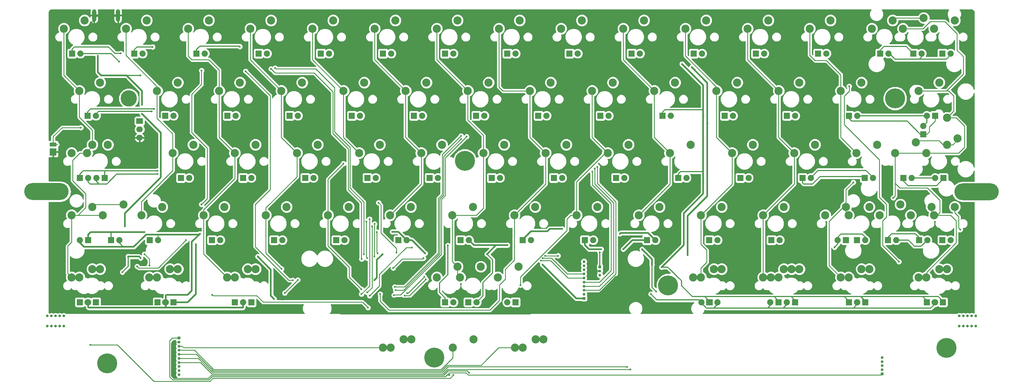
<source format=gtl>
G04 #@! TF.FileFunction,Copper,L1,Top,Signal*
%FSLAX46Y46*%
G04 Gerber Fmt 4.6, Leading zero omitted, Abs format (unit mm)*
G04 Created by KiCad (PCBNEW 4.0.5+dfsg1-4) date Thu Jun 29 09:06:05 2017*
%MOMM*%
%LPD*%
G01*
G04 APERTURE LIST*
%ADD10C,0.100000*%
%ADD11C,2.500000*%
%ADD12C,0.800000*%
%ADD13O,1.300000X3.800000*%
%ADD14R,2.100000X2.200000*%
%ADD15R,2.100000X1.300000*%
%ADD16O,13.600000X5.200000*%
%ADD17C,5.000000*%
%ADD18C,6.100000*%
%ADD19R,1.900000X1.900000*%
%ADD20C,1.900000*%
%ADD21R,0.850000X0.850000*%
%ADD22C,0.850000*%
%ADD23R,2.032000X1.727200*%
%ADD24O,2.032000X1.727200*%
%ADD25C,0.600000*%
%ADD26C,0.750000*%
%ADD27C,0.500000*%
%ADD28C,0.350000*%
%ADD29C,0.250000*%
%ADD30C,0.254000*%
G04 APERTURE END LIST*
D10*
D11*
X134429220Y-126174290D03*
X140779220Y-123634290D03*
D12*
X311201720Y-119548040D03*
X309931720Y-119548040D03*
X308661720Y-119548040D03*
X312471720Y-119548040D03*
X313741720Y-119548040D03*
D13*
X43600000Y-24350000D03*
X50900000Y-24350000D03*
D14*
X30999906Y-66179882D03*
D15*
X30999906Y-63919882D03*
D11*
X34290000Y-28416250D03*
X40640000Y-25876250D03*
X39052500Y-47466250D03*
X45402500Y-44926250D03*
X36671250Y-85566250D03*
X43021250Y-83026250D03*
X36671250Y-104616250D03*
X43021250Y-102076250D03*
X39052500Y-104616250D03*
X45402500Y-102076250D03*
X53340000Y-28416250D03*
X59690000Y-25876250D03*
X62865000Y-47466250D03*
X69215000Y-44926250D03*
X67627500Y-66516250D03*
X73977500Y-63976250D03*
X58102500Y-85566250D03*
X64452500Y-83026250D03*
X60483750Y-104616250D03*
X66833750Y-102076250D03*
X62865000Y-104616250D03*
X69215000Y-102076250D03*
X72390000Y-28416250D03*
X78740000Y-25876250D03*
X81915000Y-47466250D03*
X88265000Y-44926250D03*
X86677500Y-66516250D03*
X93027500Y-63976250D03*
X77152500Y-85566250D03*
X83502500Y-83026250D03*
X84296250Y-104616250D03*
X90646250Y-102076250D03*
X86677500Y-104616250D03*
X93027500Y-102076250D03*
X91440000Y-28416250D03*
X97790000Y-25876250D03*
X100965000Y-47466250D03*
X107315000Y-44926250D03*
X105727500Y-66516250D03*
X112077500Y-63976250D03*
X96202500Y-85566250D03*
X102552500Y-83026250D03*
X110490000Y-28416250D03*
X116840000Y-25876250D03*
X120015000Y-47466250D03*
X126365000Y-44926250D03*
X124777500Y-66516250D03*
X131127500Y-63976250D03*
X115252500Y-85566250D03*
X121602500Y-83026250D03*
X129540000Y-28416250D03*
X135890000Y-25876250D03*
X139065000Y-47466250D03*
X145415000Y-44926250D03*
X143827500Y-66516250D03*
X150177500Y-63976250D03*
X134302500Y-85566250D03*
X140652500Y-83026250D03*
X148590000Y-28416250D03*
X154940000Y-25876250D03*
X158115000Y-47466250D03*
X164465000Y-44926250D03*
X162877500Y-66516250D03*
X169227500Y-63976250D03*
X153352500Y-85566250D03*
X159702500Y-83026250D03*
X167640000Y-28416250D03*
X173990000Y-25876250D03*
X177165000Y-47466250D03*
X183515000Y-44926250D03*
X181927500Y-66516250D03*
X188277500Y-63976250D03*
X172402500Y-85566250D03*
X178752500Y-83026250D03*
X186690000Y-28416250D03*
X193040000Y-25876250D03*
X196215000Y-47466250D03*
X202565000Y-44926250D03*
X200977500Y-66516250D03*
X207327500Y-63976250D03*
X191452500Y-85566250D03*
X197802500Y-83026250D03*
X205740000Y-28416250D03*
X212090000Y-25876250D03*
X215265000Y-47466250D03*
X221615000Y-44926250D03*
X220027500Y-66516250D03*
X226377500Y-63976250D03*
X210502500Y-85566250D03*
X216852500Y-83026250D03*
X300990000Y-28416250D03*
X307340000Y-25876250D03*
X224790000Y-28416250D03*
X231140000Y-25876250D03*
X234315000Y-47466250D03*
X240665000Y-44926250D03*
X239077500Y-66516250D03*
X245427500Y-63976250D03*
X229552500Y-85566250D03*
X235902500Y-83026250D03*
X227171250Y-104616250D03*
X233521250Y-102076250D03*
X229552500Y-104616250D03*
X235902500Y-102076250D03*
X243840000Y-28416250D03*
X250190000Y-25876250D03*
X253365000Y-47466250D03*
X259715000Y-44926250D03*
X258127500Y-66516250D03*
X264477500Y-63976250D03*
X248602500Y-85566250D03*
X254952500Y-83026250D03*
X253357500Y-104617500D03*
X259707500Y-102077500D03*
X250983750Y-104616250D03*
X257333750Y-102076250D03*
X248602500Y-104616250D03*
X254952500Y-102076250D03*
X262890000Y-28416250D03*
X269240000Y-25876250D03*
X272415000Y-47466250D03*
X278765000Y-44926250D03*
X277177500Y-66516250D03*
X283527500Y-63976250D03*
X272415000Y-104616250D03*
X278765000Y-102076250D03*
X274796250Y-104616250D03*
X281146250Y-102076250D03*
X281940000Y-28416250D03*
X288290000Y-25876250D03*
X296227500Y-47466250D03*
X302577500Y-44926250D03*
X300990000Y-85566250D03*
X307340000Y-83026250D03*
X41433750Y-66516250D03*
X47783750Y-63976250D03*
X36671250Y-66516250D03*
X43021250Y-63976250D03*
X46196250Y-85566250D03*
X52546250Y-82296250D03*
X167315000Y-104617500D03*
X173665000Y-101347500D03*
X155733750Y-104616250D03*
X162083750Y-101346250D03*
X148590000Y-104616250D03*
X154940000Y-101346250D03*
X284321250Y-85566250D03*
X290671250Y-82296250D03*
X291465000Y-28416250D03*
X297815000Y-25146250D03*
X289083750Y-66516250D03*
X295433750Y-63246250D03*
X304958750Y-55721250D03*
X308228750Y-62071250D03*
X274796250Y-85566250D03*
X281146250Y-83026250D03*
X298608750Y-66517500D03*
X304958750Y-63977500D03*
X293846250Y-85567500D03*
X300196250Y-83027500D03*
X267652500Y-85567500D03*
X274002500Y-83027500D03*
D16*
X29002500Y-78347500D03*
D17*
X54202500Y-49797500D03*
D18*
X157202500Y-68897500D03*
X219502500Y-107097500D03*
X289052500Y-49797500D03*
D16*
X314002500Y-78397500D03*
D19*
X286858750Y-93186250D03*
D20*
X289398750Y-93186250D03*
D19*
X253357500Y-112237500D03*
D20*
X250817500Y-112237500D03*
D19*
X253357500Y-112237500D03*
D20*
X255897500Y-112237500D03*
D19*
X232248750Y-112236250D03*
D20*
X229708750Y-112236250D03*
D19*
X232088750Y-112236250D03*
D20*
X234628750Y-112236250D03*
D19*
X258437500Y-112237500D03*
D20*
X255897500Y-112237500D03*
D19*
X291621250Y-74136250D03*
D20*
X294161250Y-74136250D03*
D19*
X246380000Y-36036250D03*
D20*
X248920000Y-36036250D03*
D19*
X297656250Y-60801250D03*
D20*
X297656250Y-58261250D03*
D19*
X301307500Y-55087500D03*
D20*
X298767500Y-55087500D03*
D19*
X274955000Y-55086250D03*
D20*
X277495000Y-55086250D03*
D19*
X255905000Y-55086250D03*
D20*
X258445000Y-55086250D03*
D19*
X236855000Y-55086250D03*
D20*
X239395000Y-55086250D03*
D19*
X217805000Y-55086250D03*
D20*
X220345000Y-55086250D03*
D19*
X303530000Y-36036250D03*
D20*
X306070000Y-36036250D03*
D19*
X93980000Y-36036250D03*
D20*
X96520000Y-36036250D03*
D19*
X55880000Y-36036250D03*
D20*
X58420000Y-36036250D03*
D19*
X294640000Y-36036250D03*
D20*
X297180000Y-36036250D03*
D19*
X284480000Y-36036250D03*
D20*
X287020000Y-36036250D03*
D19*
X265430000Y-36036250D03*
D20*
X267970000Y-36036250D03*
D19*
X132080000Y-36036250D03*
D20*
X134620000Y-36036250D03*
D19*
X227330000Y-36036250D03*
D20*
X229870000Y-36036250D03*
D19*
X198755000Y-55086250D03*
D20*
X201295000Y-55086250D03*
D19*
X208280000Y-36036250D03*
D20*
X210820000Y-36036250D03*
D19*
X189230000Y-36036250D03*
D20*
X191770000Y-36036250D03*
D19*
X179705000Y-55086250D03*
D20*
X182245000Y-55086250D03*
D19*
X170180000Y-36036250D03*
D20*
X172720000Y-36036250D03*
D19*
X151130000Y-36036250D03*
D20*
X153670000Y-36036250D03*
D19*
X113030000Y-36036250D03*
D20*
X115570000Y-36036250D03*
D19*
X74930000Y-36036250D03*
D20*
X77470000Y-36036250D03*
D19*
X36830000Y-36036250D03*
D20*
X39370000Y-36036250D03*
D19*
X41748750Y-93186250D03*
D20*
X39208750Y-93186250D03*
D19*
X160655000Y-55086250D03*
D20*
X163195000Y-55086250D03*
D19*
X141605000Y-55086250D03*
D20*
X144145000Y-55086250D03*
D19*
X122555000Y-55086250D03*
D20*
X125095000Y-55086250D03*
D19*
X103505000Y-55086250D03*
D20*
X106045000Y-55086250D03*
D19*
X84455000Y-55086250D03*
D20*
X86995000Y-55086250D03*
D19*
X65405000Y-55086250D03*
D20*
X67945000Y-55086250D03*
D19*
X41595000Y-55086250D03*
D20*
X44135000Y-55086250D03*
D19*
X39208750Y-74136250D03*
D20*
X41748750Y-74136250D03*
D19*
X46828750Y-74136250D03*
D20*
X44288750Y-74136250D03*
D19*
X70165000Y-74136250D03*
D20*
X72705000Y-74136250D03*
D19*
X39208750Y-112236250D03*
D20*
X41748750Y-112236250D03*
D19*
X146365000Y-74136250D03*
D20*
X148905000Y-74136250D03*
D19*
X44138750Y-112236250D03*
D20*
X41598750Y-112236250D03*
D19*
X260665000Y-74136250D03*
D20*
X263205000Y-74136250D03*
D19*
X63028750Y-112236250D03*
D20*
X65568750Y-112236250D03*
D19*
X67948750Y-112236250D03*
D20*
X65408750Y-112236250D03*
D19*
X48738750Y-93186250D03*
D20*
X51278750Y-93186250D03*
D19*
X222565000Y-74136250D03*
D20*
X225105000Y-74136250D03*
D19*
X165415000Y-74136250D03*
D20*
X167955000Y-74136250D03*
D19*
X151128750Y-112236250D03*
D20*
X153668750Y-112236250D03*
D19*
X158268750Y-112236250D03*
D20*
X160808750Y-112236250D03*
D19*
X172718750Y-112236250D03*
D20*
X170178750Y-112236250D03*
D19*
X155888750Y-93186250D03*
D20*
X158428750Y-93186250D03*
D19*
X60638750Y-93186250D03*
D20*
X63178750Y-93186250D03*
D19*
X79688750Y-93186250D03*
D20*
X82228750Y-93186250D03*
D19*
X213038750Y-93186250D03*
D20*
X215578750Y-93186250D03*
D19*
X89215000Y-74136250D03*
D20*
X91755000Y-74136250D03*
D19*
X279878750Y-112246250D03*
D20*
X277338750Y-112246250D03*
D19*
X193988750Y-93186250D03*
D20*
X196528750Y-93186250D03*
D19*
X303688750Y-112246250D03*
D20*
X301148750Y-112246250D03*
D19*
X91758750Y-112236250D03*
D20*
X89218750Y-112236250D03*
D19*
X86678750Y-112236250D03*
D20*
X89218750Y-112236250D03*
D19*
X98738750Y-93186250D03*
D20*
X101278750Y-93186250D03*
D19*
X108265000Y-74136250D03*
D20*
X110805000Y-74136250D03*
D19*
X117788750Y-93186250D03*
D20*
X120328750Y-93186250D03*
D19*
X136838750Y-93186250D03*
D20*
X139378750Y-93186250D03*
D19*
X127315000Y-74136250D03*
D20*
X129855000Y-74136250D03*
D19*
X279715000Y-74136250D03*
D20*
X282255000Y-74136250D03*
D19*
X241615000Y-74136250D03*
D20*
X244155000Y-74136250D03*
D19*
X203515000Y-74136250D03*
D20*
X206055000Y-74136250D03*
D19*
X184465000Y-74136250D03*
D20*
X187005000Y-74136250D03*
D19*
X174938750Y-93186250D03*
D20*
X177478750Y-93186250D03*
D19*
X232088750Y-93186250D03*
D20*
X234628750Y-93186250D03*
D19*
X274948750Y-112236250D03*
D20*
X277488750Y-112236250D03*
D19*
X298768750Y-112236250D03*
D20*
X301308750Y-112236250D03*
D19*
X303528750Y-93186250D03*
D20*
X306068750Y-93186250D03*
D19*
X277338750Y-93186250D03*
D20*
X279878750Y-93186250D03*
D19*
X251138750Y-93186250D03*
D20*
X253678750Y-93186250D03*
D19*
X303847500Y-74137500D03*
D20*
X301307500Y-74137500D03*
D19*
X296386250Y-93187500D03*
D20*
X298926250Y-93187500D03*
D19*
X274002500Y-93187500D03*
D20*
X271462500Y-93187500D03*
D11*
X132047970Y-126174290D03*
X138397970Y-123634290D03*
X153479220Y-126174290D03*
X159829220Y-123634290D03*
X172529220Y-126174290D03*
X178879220Y-123634290D03*
X174910470Y-126174290D03*
X181260470Y-123634290D03*
D12*
X311276720Y-116398040D03*
X310006720Y-116398040D03*
X308736720Y-116398040D03*
X312546720Y-116398040D03*
X313816720Y-116398040D03*
X31776720Y-119548040D03*
X30506720Y-119548040D03*
X29236720Y-119548040D03*
X33046720Y-119548040D03*
X34316720Y-119548040D03*
X31751720Y-116423040D03*
X30481720Y-116423040D03*
X29211720Y-116423040D03*
X33021720Y-116423040D03*
X34291720Y-116423040D03*
D11*
X298605470Y-104628040D03*
X304955470Y-102088040D03*
X296224220Y-104628040D03*
X302574220Y-102088040D03*
D18*
X47621720Y-130980540D03*
X147821720Y-129193040D03*
X304796720Y-126218040D03*
D21*
X193711720Y-111063040D03*
D22*
X193711720Y-109813040D03*
X193711720Y-108563040D03*
X193711720Y-107313040D03*
X193711720Y-106063040D03*
X193711720Y-104813040D03*
X193711720Y-103563040D03*
X193711720Y-102313040D03*
X193711720Y-101063040D03*
X193711720Y-99813040D03*
D21*
X69571720Y-123193040D03*
D22*
X69571720Y-124443040D03*
X69571720Y-125693040D03*
X69571720Y-126943040D03*
X69571720Y-128193040D03*
X69571720Y-129443040D03*
X69571720Y-130693040D03*
X69571720Y-131943040D03*
X69571720Y-133193040D03*
X69571720Y-134443040D03*
D21*
X285071720Y-134193040D03*
D22*
X285071720Y-132943040D03*
X285071720Y-131693040D03*
X285071720Y-130443040D03*
X285071720Y-129193040D03*
D21*
X198571720Y-101443040D03*
D22*
X198571720Y-102693040D03*
X198571720Y-103943040D03*
D23*
X57500000Y-56750000D03*
D24*
X57500000Y-59290000D03*
X57500000Y-61830000D03*
D25*
X35250000Y-56500000D03*
X30750000Y-52000000D03*
X101321720Y-111443040D03*
X180000000Y-113000000D03*
X118000000Y-114500000D03*
X140250000Y-111000000D03*
X132000000Y-108750000D03*
X196211720Y-103063040D03*
X307250000Y-73250000D03*
X205000000Y-104500000D03*
X305250000Y-115250000D03*
X306250000Y-111250000D03*
X205250000Y-108500000D03*
X198250000Y-109750000D03*
X158461720Y-133813040D03*
X105250000Y-107500000D03*
X135500000Y-82000000D03*
X137750000Y-84250000D03*
X135000000Y-92500000D03*
X42500000Y-38500000D03*
X76250000Y-50750000D03*
X72500000Y-40500000D03*
X172202500Y-41897500D03*
X268502500Y-43147500D03*
X119962500Y-109607500D03*
X127037500Y-102757500D03*
X124037500Y-103507500D03*
X118250000Y-101250000D03*
X127000000Y-87500000D03*
X127250000Y-98750000D03*
X125600000Y-99000000D03*
X97787500Y-40757500D03*
X99037500Y-40507500D03*
X126250000Y-97500000D03*
X181000000Y-98750000D03*
X139500000Y-109500000D03*
X144750000Y-104500000D03*
X145250000Y-105250000D03*
X180500000Y-99500000D03*
X138750000Y-110250000D03*
X309000000Y-90000000D03*
X57750000Y-42750000D03*
X58250000Y-54500000D03*
X58250000Y-51750000D03*
X52250000Y-103000000D03*
X44750000Y-36750000D03*
X93750000Y-98250000D03*
X98750000Y-111250000D03*
X54000000Y-98250000D03*
X53000000Y-89000000D03*
X57821720Y-98693040D03*
X181000000Y-100750000D03*
X214537500Y-100757500D03*
X215821720Y-108943040D03*
X152461720Y-134563040D03*
X198571720Y-96943040D03*
X132000000Y-97500000D03*
X129500000Y-105500000D03*
X211500000Y-96000000D03*
X63000000Y-73000000D03*
X76000000Y-91250000D03*
X61250000Y-53750000D03*
X214250000Y-109750000D03*
X225500000Y-93250000D03*
X225500000Y-97750000D03*
X164000000Y-97500000D03*
X170250000Y-94750000D03*
X145000000Y-97250000D03*
X51250000Y-38500000D03*
X226750000Y-40250000D03*
X270502500Y-95397500D03*
X231537500Y-57507500D03*
X204750000Y-91250000D03*
X134978750Y-90656250D03*
X231478750Y-76406250D03*
X63000000Y-72000000D03*
X59000000Y-90750000D03*
X62000000Y-53000000D03*
X74750000Y-94500000D03*
X224250000Y-91500000D03*
X224250000Y-92250000D03*
X151961720Y-94813040D03*
X217500000Y-101500000D03*
X205750000Y-96000000D03*
X199000000Y-96000000D03*
X61500000Y-34000000D03*
X51750000Y-36000000D03*
X223750000Y-39250000D03*
X230287500Y-75507500D03*
X230287500Y-55007500D03*
X187000000Y-89750000D03*
X88228750Y-33906250D03*
X181750000Y-98000000D03*
X135250000Y-101750000D03*
X144500000Y-98750000D03*
X185750000Y-98000000D03*
X197750000Y-70750000D03*
X101037500Y-102007500D03*
X197000000Y-71250000D03*
X120000000Y-69750000D03*
X125500000Y-108250000D03*
X196250000Y-72250000D03*
X130250000Y-90750000D03*
X130500000Y-97250000D03*
X90000000Y-41450000D03*
X104500000Y-105500000D03*
X128000000Y-86750000D03*
X125500000Y-109750000D03*
X127250000Y-109250000D03*
X128787500Y-89007500D03*
X106000000Y-105400000D03*
X102000000Y-109400000D03*
X59000000Y-97500000D03*
X60500000Y-101000000D03*
X129537500Y-88257500D03*
X129500000Y-98250000D03*
X288500000Y-80250000D03*
X135711720Y-107563040D03*
X276250000Y-75500000D03*
X156037500Y-61257500D03*
X131250000Y-109750000D03*
X174250000Y-107000000D03*
X141000000Y-95500000D03*
X128000000Y-110250000D03*
X135461720Y-110063040D03*
X157750000Y-61500000D03*
X135961720Y-108563040D03*
X156037500Y-62257500D03*
X136250000Y-97000000D03*
X130750000Y-81750000D03*
X79800000Y-110000000D03*
X127502500Y-113897500D03*
X56750000Y-101250000D03*
X71750000Y-93250000D03*
X76500000Y-82250000D03*
X76500000Y-41250000D03*
X290211720Y-99813040D03*
X274961720Y-46063040D03*
X206961720Y-132063040D03*
X207961720Y-132813040D03*
X153711720Y-134563040D03*
X42461720Y-125313040D03*
X39500000Y-58750000D03*
D26*
X30750000Y-52000000D02*
X35250000Y-56500000D01*
X43600000Y-24350000D02*
X50900000Y-24350000D01*
D27*
X177250000Y-115750000D02*
X180000000Y-113000000D01*
X119250000Y-115750000D02*
X177250000Y-115750000D01*
X119250000Y-115750000D02*
X118000000Y-114500000D01*
D28*
X140250000Y-111000000D02*
X134250000Y-111000000D01*
X134250000Y-111000000D02*
X132000000Y-108750000D01*
D27*
X198571720Y-102693040D02*
X196581720Y-102693040D01*
X196211720Y-103063040D02*
X196581720Y-102693040D01*
D29*
X308000000Y-74000000D02*
X308500000Y-74000000D01*
X307250000Y-73250000D02*
X308000000Y-74000000D01*
D27*
X203500000Y-104500000D02*
X201250000Y-106750000D01*
X205000000Y-104500000D02*
X203500000Y-104500000D01*
X306750000Y-113750000D02*
X305250000Y-115250000D01*
X306750000Y-111750000D02*
X306750000Y-113750000D01*
X306250000Y-111250000D02*
X306750000Y-111750000D01*
X203500000Y-106750000D02*
X201250000Y-106750000D01*
X205250000Y-108500000D02*
X203500000Y-106750000D01*
X201250000Y-106750000D02*
X198250000Y-109750000D01*
D29*
X79466136Y-134613048D02*
X150707304Y-134613048D01*
X150707304Y-134613048D02*
X152057310Y-133263042D01*
X157911722Y-133263042D02*
X158461720Y-133813040D01*
X152057310Y-133263042D02*
X157911722Y-133263042D01*
X67211720Y-124813040D02*
X67581720Y-124443040D01*
X67211720Y-134813040D02*
X67211720Y-124813040D01*
X67961720Y-135563040D02*
X67211720Y-134813040D01*
X78516144Y-135563040D02*
X67961720Y-135563040D01*
X79466136Y-134613048D02*
X78516144Y-135563040D01*
X67581720Y-124443040D02*
X69571720Y-124443040D01*
X69571720Y-124443040D02*
X69321720Y-124443040D01*
X101321720Y-111443040D02*
X103571720Y-109193040D01*
D27*
X101071720Y-111193040D02*
X99821720Y-111193040D01*
X101321720Y-111443040D02*
X101071720Y-111193040D01*
D29*
X110326178Y-109193040D02*
X119548040Y-109193040D01*
X119548040Y-109193040D02*
X119962500Y-109607500D01*
X118250000Y-101250000D02*
X118250000Y-101269218D01*
X118250000Y-101269218D02*
X110326178Y-109193040D01*
X103571720Y-109193040D02*
X103571720Y-109178280D01*
X105250000Y-107500000D02*
X103571720Y-109178280D01*
X110326178Y-109193040D02*
X103571720Y-109193040D01*
X135750000Y-81750000D02*
X135750000Y-81250000D01*
X135500000Y-82000000D02*
X135750000Y-81750000D01*
X137750000Y-84750000D02*
X137750000Y-84250000D01*
X135500000Y-87000000D02*
X137750000Y-84750000D01*
X135500000Y-87750000D02*
X135500000Y-87000000D01*
X133750000Y-89500000D02*
X135500000Y-87750000D01*
X133750000Y-91250000D02*
X133750000Y-89500000D01*
X135000000Y-92500000D02*
X133750000Y-91250000D01*
X36500000Y-38500000D02*
X42500000Y-38500000D01*
X43600000Y-24350000D02*
X43600000Y-25650000D01*
X43600000Y-25650000D02*
X41250000Y-28000000D01*
X35000000Y-37000000D02*
X36500000Y-38500000D01*
X35000000Y-30250000D02*
X35000000Y-37000000D01*
X37250000Y-28000000D02*
X35000000Y-30250000D01*
X41250000Y-28000000D02*
X37250000Y-28000000D01*
D28*
X76250000Y-50750000D02*
X76000000Y-50500000D01*
X76000000Y-50500000D02*
X76000000Y-49000000D01*
X70250000Y-38250000D02*
X70250000Y-37750000D01*
X72500000Y-40500000D02*
X70250000Y-38250000D01*
D29*
X171802500Y-41497500D02*
X171802500Y-40897500D01*
X172202500Y-41897500D02*
X171802500Y-41497500D01*
X262002500Y-41897500D02*
X267252500Y-41897500D01*
X267252500Y-41897500D02*
X268502500Y-43147500D01*
X126287500Y-103507500D02*
X127037500Y-102757500D01*
X124037500Y-103507500D02*
X126287500Y-103507500D01*
X127000000Y-98500000D02*
X127000000Y-87500000D01*
X127250000Y-98750000D02*
X127000000Y-98500000D01*
X52546250Y-82296250D02*
X43751250Y-82296250D01*
X43751250Y-82296250D02*
X43021250Y-83026250D01*
X43001250Y-102366250D02*
X45382500Y-102366250D01*
X90626250Y-102366250D02*
X93007500Y-102366250D01*
X257333750Y-102076250D02*
X259706250Y-102076250D01*
X259706250Y-102076250D02*
X259707500Y-102077500D01*
X254952500Y-102076250D02*
X257333750Y-102076250D01*
X125500000Y-98900000D02*
X125500000Y-81750000D01*
X125500000Y-98900000D02*
X125600000Y-99000000D01*
X116799998Y-60549998D02*
X121500000Y-65250000D01*
X121500000Y-65250000D02*
X121500000Y-77750000D01*
X121500000Y-77750000D02*
X125500000Y-81750000D01*
X116799998Y-47769998D02*
X116799998Y-60549998D01*
X111037500Y-42007500D02*
X116799998Y-47769998D01*
X99037500Y-42007500D02*
X111037500Y-42007500D01*
X97787500Y-40757500D02*
X99037500Y-42007500D01*
X117250000Y-60000000D02*
X122000000Y-64750000D01*
X99287500Y-40757500D02*
X111537500Y-40757500D01*
X99037500Y-40507500D02*
X99287500Y-40757500D01*
X117250000Y-46470000D02*
X117250000Y-47470000D01*
X111537500Y-40757500D02*
X117250000Y-46470000D01*
X117287500Y-47507500D02*
X117250000Y-47507500D01*
X117250000Y-47470000D02*
X117287500Y-47507500D01*
X122000000Y-64750000D02*
X122000000Y-77250000D01*
X122000000Y-77250000D02*
X126250000Y-81500000D01*
X126250000Y-97500000D02*
X126250000Y-81500000D01*
X117250000Y-47507500D02*
X117250000Y-60000000D01*
X181000000Y-98750000D02*
X183750000Y-98750000D01*
X193711720Y-103563040D02*
X188563040Y-103563040D01*
X188563040Y-103563040D02*
X183750000Y-98750000D01*
X139750000Y-109500000D02*
X139500000Y-109500000D01*
X144750000Y-104500000D02*
X139750000Y-109500000D01*
X193711720Y-104813040D02*
X188813040Y-104813040D01*
X140250000Y-110250000D02*
X138750000Y-110250000D01*
X145250000Y-105250000D02*
X140250000Y-110250000D01*
X183500000Y-99500000D02*
X180500000Y-99500000D01*
X188813040Y-104813040D02*
X183500000Y-99500000D01*
X297085000Y-25876250D02*
X297815000Y-25146250D01*
X297815000Y-25146250D02*
X289020000Y-25146250D01*
X289020000Y-25146250D02*
X288290000Y-25876250D01*
X288270000Y-26166250D02*
X288333750Y-26166250D01*
X304958750Y-63977500D02*
X306772500Y-63977500D01*
X306772500Y-63977500D02*
X308228750Y-62521250D01*
X308228750Y-62521250D02*
X308228750Y-62071250D01*
X304958750Y-63977500D02*
X303757500Y-63977500D01*
X303757500Y-63977500D02*
X302537500Y-62757500D01*
X302537500Y-62757500D02*
X295922500Y-62757500D01*
X295922500Y-62757500D02*
X295433750Y-63246250D01*
X308228750Y-61548750D02*
X308228750Y-62071250D01*
X307340000Y-83026250D02*
X307340000Y-84840000D01*
X308500000Y-89500000D02*
X309000000Y-90000000D01*
X308500000Y-86000000D02*
X308500000Y-89500000D01*
X307340000Y-84840000D02*
X308500000Y-86000000D01*
X302577500Y-102076250D02*
X304958750Y-102076250D01*
D28*
X53500000Y-42750000D02*
X57750000Y-42750000D01*
D27*
X58250000Y-54500000D02*
X64000000Y-60250000D01*
X64000000Y-60250000D02*
X64000000Y-74000000D01*
X45750000Y-42750000D02*
X53500000Y-42750000D01*
X58250000Y-47500000D02*
X58250000Y-51750000D01*
X53500000Y-42750000D02*
X58250000Y-47500000D01*
D28*
X54000000Y-98250000D02*
X54000000Y-101250000D01*
X54000000Y-101250000D02*
X52250000Y-103000000D01*
D27*
X44750000Y-41750000D02*
X45750000Y-42750000D01*
X44750000Y-36750000D02*
X44750000Y-41750000D01*
X97750000Y-102250000D02*
X93750000Y-98250000D01*
X97750000Y-110250000D02*
X97750000Y-102250000D01*
X98750000Y-111250000D02*
X97750000Y-110250000D01*
X64000000Y-74000000D02*
X53000000Y-85000000D01*
X53000000Y-85000000D02*
X53000000Y-89000000D01*
X57378680Y-98250000D02*
X57821720Y-98693040D01*
X54000000Y-98250000D02*
X57378680Y-98250000D01*
X193711720Y-111063040D02*
X191313040Y-111063040D01*
X191313040Y-111063040D02*
X181000000Y-100750000D01*
D28*
X214537500Y-100757500D02*
X214537500Y-107658820D01*
X215821720Y-108943040D02*
X214537500Y-107658820D01*
D29*
X284701720Y-134563040D02*
X158211720Y-134563040D01*
X152461720Y-133813040D02*
X151711720Y-134563040D01*
X157461720Y-133813040D02*
X152461720Y-133813040D01*
X158211720Y-134563040D02*
X157461720Y-133813040D01*
X284701720Y-134563040D02*
X285071720Y-134193040D01*
X79652532Y-135063050D02*
X151211710Y-135063050D01*
X78702540Y-136013042D02*
X79652532Y-135063050D01*
X151211710Y-135063050D02*
X151711720Y-134563040D01*
X151711720Y-134563040D02*
X152461720Y-134563040D01*
X67661722Y-136013042D02*
X78702540Y-136013042D01*
X66761718Y-124013042D02*
X67581720Y-123193040D01*
X66761718Y-135113038D02*
X66761718Y-124013042D01*
X67661722Y-136013042D02*
X66761718Y-135113038D01*
X69571720Y-123193040D02*
X67581720Y-123193040D01*
X284941720Y-134063040D02*
X285071720Y-134193040D01*
D28*
X198571720Y-101443040D02*
X198571720Y-96943040D01*
D27*
X130250000Y-99250000D02*
X130250000Y-104750000D01*
X132000000Y-97500000D02*
X130250000Y-99250000D01*
X130250000Y-104750000D02*
X129500000Y-105500000D01*
X214537500Y-100757500D02*
X214537500Y-99037500D01*
X214537500Y-99037500D02*
X211500000Y-96000000D01*
D28*
X63000000Y-73000000D02*
X61750000Y-73000000D01*
X47500000Y-76000000D02*
X50500000Y-73000000D01*
X47500000Y-76000000D02*
X45978750Y-76000000D01*
X61750000Y-73000000D02*
X50500000Y-73000000D01*
D27*
X73500000Y-94250000D02*
X73500000Y-93750000D01*
X73500000Y-108750000D02*
X72250000Y-110000000D01*
X72250000Y-110000000D02*
X65750000Y-110000000D01*
X65750000Y-110000000D02*
X65568750Y-110181250D01*
X65568750Y-112236250D02*
X65568750Y-110181250D01*
X73500000Y-95000000D02*
X73500000Y-94250000D01*
X73500000Y-108750000D02*
X73500000Y-95000000D01*
X73500000Y-93750000D02*
X76000000Y-91250000D01*
X69250000Y-91500000D02*
X75750000Y-91500000D01*
X75750000Y-91500000D02*
X76000000Y-91250000D01*
D29*
X63178750Y-93186250D02*
X63178750Y-91500000D01*
X63178750Y-91500000D02*
X63250000Y-91500000D01*
D27*
X59500000Y-91500000D02*
X63250000Y-91500000D01*
X63250000Y-91500000D02*
X69250000Y-91500000D01*
X69250000Y-91500000D02*
X70250000Y-91500000D01*
X59000000Y-92000000D02*
X55750000Y-95250000D01*
X52500000Y-95250000D02*
X55750000Y-95250000D01*
X59000000Y-92000000D02*
X59500000Y-91500000D01*
D28*
X44135000Y-55086250D02*
X44135000Y-54615000D01*
X44135000Y-54615000D02*
X45000000Y-53750000D01*
X45000000Y-53750000D02*
X61250000Y-53750000D01*
X44135000Y-55086250D02*
X44135000Y-54865000D01*
D27*
X39208750Y-93186250D02*
X39208750Y-93958750D01*
X39208750Y-93958750D02*
X40500000Y-95250000D01*
X40500000Y-95250000D02*
X52500000Y-95250000D01*
X65568750Y-112236250D02*
X65568750Y-113837500D01*
X65568750Y-113837500D02*
X65500000Y-113906250D01*
X41906250Y-113906250D02*
X65500000Y-113906250D01*
X65500000Y-113906250D02*
X89156250Y-113906250D01*
X89218750Y-113843750D02*
X89218750Y-112236250D01*
X89156250Y-113906250D02*
X89218750Y-113843750D01*
X41748750Y-113748750D02*
X41748750Y-112236250D01*
X41906250Y-113906250D02*
X41748750Y-113748750D01*
D28*
X162750000Y-110295000D02*
X160808750Y-112236250D01*
X165728750Y-99228750D02*
X165728750Y-103271250D01*
X165728750Y-103271250D02*
X162750000Y-106250000D01*
X162750000Y-106250000D02*
X162750000Y-110295000D01*
X216000000Y-111500000D02*
X214250000Y-109750000D01*
X228972500Y-111500000D02*
X229708750Y-112236250D01*
X228972500Y-111500000D02*
X216000000Y-111500000D01*
X289398750Y-93186250D02*
X293084930Y-93186250D01*
X297050710Y-95063040D02*
X298926250Y-93187500D01*
X294961720Y-95063040D02*
X297050710Y-95063040D01*
X293084930Y-93186250D02*
X294961720Y-95063040D01*
X276250000Y-114000000D02*
X300000000Y-114000000D01*
D27*
X225500000Y-93250000D02*
X225500000Y-97750000D01*
D28*
X234628750Y-112871250D02*
X233500000Y-114000000D01*
X250817500Y-112237500D02*
X250817500Y-113182500D01*
X250817500Y-113182500D02*
X250000000Y-114000000D01*
X255897500Y-112237500D02*
X255897500Y-112852500D01*
X255897500Y-112852500D02*
X254750000Y-114000000D01*
X277338750Y-112246250D02*
X277338750Y-112911250D01*
X277338750Y-112911250D02*
X276250000Y-114000000D01*
X301148750Y-112246250D02*
X301148750Y-112851250D01*
X301148750Y-112851250D02*
X300000000Y-114000000D01*
X229708750Y-112236250D02*
X229708750Y-112458750D01*
X229708750Y-112458750D02*
X231250000Y-114000000D01*
X231250000Y-114000000D02*
X233500000Y-114000000D01*
X233500000Y-114000000D02*
X250000000Y-114000000D01*
X250000000Y-114000000D02*
X254750000Y-114000000D01*
X254750000Y-114000000D02*
X276250000Y-114000000D01*
D27*
X170250000Y-94750000D02*
X166750000Y-94750000D01*
X166750000Y-94750000D02*
X164000000Y-97500000D01*
D28*
X165728750Y-99228750D02*
X164000000Y-97500000D01*
D27*
X170250000Y-94750000D02*
X159992500Y-94750000D01*
X159992500Y-94750000D02*
X158428750Y-93186250D01*
X139378750Y-93186250D02*
X140936250Y-93186250D01*
X140936250Y-93186250D02*
X145000000Y-97250000D01*
D28*
X265406250Y-71857500D02*
X280156250Y-71857500D01*
X48786250Y-36036250D02*
X39370000Y-36036250D01*
X51250000Y-38500000D02*
X48786250Y-36036250D01*
D27*
X231500000Y-45000000D02*
X226750000Y-40250000D01*
X231500000Y-45000000D02*
X231500000Y-57507500D01*
D28*
X271462500Y-94437500D02*
X271462500Y-93187500D01*
X270502500Y-95397500D02*
X271462500Y-94437500D01*
X172720000Y-36036250D02*
X172720000Y-35865000D01*
X272462500Y-91357500D02*
X278962500Y-91357500D01*
X278962500Y-91357500D02*
X279878750Y-92273750D01*
X279878750Y-92273750D02*
X279878750Y-93186250D01*
X271462500Y-93187500D02*
X271462500Y-92357500D01*
X271462500Y-92357500D02*
X272462500Y-91357500D01*
X282255000Y-74136250D02*
X282255000Y-73956250D01*
X282255000Y-73956250D02*
X280156250Y-71857500D01*
X265406250Y-71857500D02*
X263205000Y-74058750D01*
X263205000Y-74058750D02*
X263205000Y-74136250D01*
X294161250Y-74136250D02*
X301306250Y-74136250D01*
X301306250Y-74136250D02*
X301307500Y-74137500D01*
X297180000Y-36036250D02*
X297180000Y-37115000D01*
X297180000Y-37115000D02*
X296537500Y-37757500D01*
X306070000Y-36036250D02*
X306070000Y-36475000D01*
X306070000Y-36475000D02*
X304787500Y-37757500D01*
X304787500Y-37757500D02*
X296537500Y-37757500D01*
X289041250Y-37757500D02*
X287320000Y-36036250D01*
X296537500Y-37757500D02*
X289041250Y-37757500D01*
X287320000Y-36036250D02*
X287020000Y-36036250D01*
X298767500Y-55087500D02*
X298767500Y-57150000D01*
X298767500Y-57150000D02*
X297656250Y-58261250D01*
X277495000Y-55086250D02*
X298766250Y-55086250D01*
X298766250Y-55086250D02*
X298767500Y-55087500D01*
X231537500Y-57507500D02*
X231500000Y-57507500D01*
X231500000Y-57507500D02*
X231537500Y-57507500D01*
X231537500Y-57507500D02*
X231500000Y-57507500D01*
D27*
X205000000Y-91000000D02*
X213392500Y-91000000D01*
X204750000Y-91250000D02*
X205000000Y-91000000D01*
X213392500Y-91000000D02*
X215578750Y-93186250D01*
X134978750Y-90656250D02*
X136848750Y-90656250D01*
X136848750Y-90656250D02*
X139378750Y-93186250D01*
D28*
X51278750Y-93186250D02*
X51278750Y-94028750D01*
X51278750Y-94028750D02*
X52500000Y-95250000D01*
X89218750Y-112666250D02*
X89218750Y-112236250D01*
X41598750Y-112236250D02*
X41598750Y-112526250D01*
X301308750Y-112236250D02*
X301308750Y-112576250D01*
X139378750Y-92806250D02*
X139378750Y-93186250D01*
X225478750Y-95406250D02*
X225500000Y-95406250D01*
X225500000Y-95406250D02*
X225478750Y-95406250D01*
X225478750Y-95406250D02*
X225500000Y-95406250D01*
X45978750Y-76000000D02*
X42322500Y-76000000D01*
X42322500Y-76000000D02*
X41748750Y-75426250D01*
X41748750Y-75426250D02*
X41748750Y-74136250D01*
X45978750Y-76000000D02*
X45072500Y-76000000D01*
X45072500Y-76000000D02*
X44288750Y-75216250D01*
X44288750Y-75216250D02*
X44288750Y-74136250D01*
X231478750Y-76406250D02*
X231500000Y-76406250D01*
X231500000Y-76406250D02*
X231478750Y-76406250D01*
X231478750Y-76406250D02*
X231500000Y-76406250D01*
X187325000Y-73660000D02*
X187660000Y-73660000D01*
X239395000Y-55895000D02*
X239395000Y-54610000D01*
X258445000Y-55445000D02*
X258445000Y-54610000D01*
X306070000Y-35560000D02*
X306070000Y-36180000D01*
X297180000Y-35560000D02*
X297180000Y-36320000D01*
D29*
X229870000Y-35560000D02*
X229870000Y-35870000D01*
D28*
X220345000Y-54610000D02*
X220345000Y-55595000D01*
D27*
X231500000Y-57507500D02*
X231500000Y-76406250D01*
X231500000Y-76406250D02*
X231500000Y-79750000D01*
X225500000Y-85750000D02*
X225500000Y-93250000D01*
X231500000Y-79750000D02*
X225500000Y-85750000D01*
X225500000Y-93250000D02*
X225500000Y-95406250D01*
D28*
X46828750Y-74136250D02*
X46828750Y-72000000D01*
X46828750Y-72000000D02*
X46750000Y-72000000D01*
X47635000Y-72000000D02*
X46750000Y-72000000D01*
X46750000Y-72000000D02*
X40250000Y-72000000D01*
X40093750Y-72156250D02*
X39208750Y-73041250D01*
X39208750Y-73041250D02*
X39208750Y-74136250D01*
X40250000Y-72000000D02*
X40093750Y-72156250D01*
X63000000Y-72000000D02*
X47635000Y-72000000D01*
X47635000Y-72000000D02*
X47750000Y-72000000D01*
D27*
X59000000Y-90750000D02*
X48738750Y-90750000D01*
D28*
X48738750Y-93186250D02*
X48738750Y-90750000D01*
X48738750Y-90750000D02*
X48750000Y-90750000D01*
D27*
X42000000Y-91250000D02*
X41750000Y-91500000D01*
X41750000Y-91500000D02*
X41750000Y-93185000D01*
X48750000Y-90750000D02*
X42500000Y-90750000D01*
X42500000Y-90750000D02*
X42000000Y-91250000D01*
D28*
X41595000Y-55086250D02*
X41595000Y-53905000D01*
X42500000Y-53000000D02*
X62000000Y-53000000D01*
X41595000Y-53905000D02*
X42500000Y-53000000D01*
D27*
X74750000Y-109750000D02*
X74750000Y-94500000D01*
X74750000Y-109750000D02*
X72263750Y-112236250D01*
X67948750Y-112236250D02*
X72263750Y-112236250D01*
D28*
X149461720Y-106313040D02*
X149461720Y-109211720D01*
X149461720Y-109211720D02*
X151128750Y-110878750D01*
X151128750Y-110878750D02*
X151128750Y-112236250D01*
D27*
X217500000Y-101500000D02*
X224250000Y-94750000D01*
X224250000Y-94750000D02*
X224250000Y-92250000D01*
X224250000Y-92250000D02*
X224250000Y-91500000D01*
X224250000Y-91500000D02*
X224250000Y-85000000D01*
D28*
X151961720Y-94813040D02*
X151961720Y-103813040D01*
X151961720Y-103813040D02*
X149461720Y-106313040D01*
X230711720Y-110500000D02*
X252000000Y-110500000D01*
X252000000Y-110500000D02*
X252063040Y-110563040D01*
X252211720Y-110563040D02*
X252211720Y-110711720D01*
X252063040Y-110563040D02*
X252211720Y-110563040D01*
X217500000Y-101500000D02*
X219378680Y-101500000D01*
X226878680Y-110500000D02*
X230711720Y-110500000D01*
X230711720Y-110500000D02*
X230750000Y-110500000D01*
X219378680Y-101500000D02*
X223571720Y-105693040D01*
X223571720Y-105693040D02*
X223571720Y-107193040D01*
X223571720Y-107193040D02*
X226878680Y-110500000D01*
X303688750Y-112246250D02*
X303688750Y-111938750D01*
X303688750Y-111938750D02*
X302250000Y-110500000D01*
X298768750Y-112236250D02*
X298768750Y-111768750D01*
X298768750Y-111768750D02*
X297500000Y-110500000D01*
X279878750Y-112246250D02*
X279878750Y-111878750D01*
X279878750Y-111878750D02*
X278500000Y-110500000D01*
X274948750Y-112236250D02*
X274948750Y-111948750D01*
X274948750Y-111948750D02*
X273500000Y-110500000D01*
X258437500Y-112237500D02*
X258437500Y-111687500D01*
X258437500Y-111687500D02*
X257250000Y-110500000D01*
X253357500Y-111857500D02*
X252211720Y-110711720D01*
X252211720Y-110711720D02*
X252000000Y-110500000D01*
X253357500Y-112237500D02*
X253357500Y-112107500D01*
X232248750Y-112236250D02*
X232248750Y-111998750D01*
X232248750Y-111998750D02*
X230750000Y-110500000D01*
X252000000Y-110500000D02*
X257250000Y-110500000D01*
X257250000Y-110500000D02*
X273500000Y-110500000D01*
X273500000Y-110500000D02*
X278500000Y-110500000D01*
X278500000Y-110500000D02*
X297500000Y-110500000D01*
X297500000Y-110500000D02*
X302250000Y-110500000D01*
D27*
X193988750Y-93186250D02*
X193988750Y-94738750D01*
X193988750Y-94738750D02*
X195250000Y-96000000D01*
X208563750Y-93186250D02*
X213038750Y-93186250D01*
X205750000Y-96000000D02*
X208563750Y-93186250D01*
X195250000Y-96000000D02*
X199000000Y-96000000D01*
D28*
X266000000Y-73750000D02*
X279328750Y-73750000D01*
X279328750Y-73750000D02*
X279715000Y-74136250D01*
X296386250Y-93187500D02*
X296386250Y-92386250D01*
X296386250Y-92386250D02*
X295250000Y-91250000D01*
X288000000Y-91250000D02*
X286858750Y-92391250D01*
X295250000Y-91250000D02*
X288000000Y-91250000D01*
X286858750Y-92391250D02*
X286858750Y-93186250D01*
X274955000Y-55086250D02*
X274955000Y-55955000D01*
X274955000Y-55955000D02*
X275750000Y-56750000D01*
X292750000Y-56750000D02*
X296801250Y-60801250D01*
X275750000Y-56750000D02*
X292750000Y-56750000D01*
X296801250Y-60801250D02*
X297656250Y-60801250D01*
X56750000Y-34000000D02*
X61500000Y-34000000D01*
X51750000Y-36000000D02*
X50000000Y-36000000D01*
X36830000Y-34670000D02*
X36830000Y-36036250D01*
X37500000Y-34000000D02*
X36830000Y-34670000D01*
X48000000Y-34000000D02*
X37500000Y-34000000D01*
X50000000Y-36000000D02*
X48000000Y-34000000D01*
X55880000Y-34870000D02*
X55880000Y-36036250D01*
X56750000Y-34000000D02*
X55880000Y-34870000D01*
D27*
X230250000Y-53257500D02*
X230250000Y-45750000D01*
X230250000Y-45750000D02*
X223750000Y-39250000D01*
D28*
X263750000Y-76000000D02*
X261000000Y-76000000D01*
X266000000Y-73750000D02*
X263750000Y-76000000D01*
X260665000Y-74136250D02*
X260665000Y-75665000D01*
X260665000Y-75665000D02*
X261000000Y-76000000D01*
X170180000Y-36036250D02*
X170180000Y-35825000D01*
X151130000Y-35270000D02*
X151130000Y-36036250D01*
X303847500Y-74137500D02*
X303847500Y-74447500D01*
X303847500Y-74447500D02*
X301787500Y-76507500D01*
X301787500Y-76507500D02*
X293037500Y-76507500D01*
X293037500Y-76507500D02*
X291621250Y-75091250D01*
X291621250Y-75091250D02*
X291621250Y-74136250D01*
X274955000Y-55086250D02*
X274955000Y-55925000D01*
X230287500Y-74507500D02*
X230250000Y-74507500D01*
X230250000Y-74545000D02*
X230287500Y-74507500D01*
X230250000Y-75470000D02*
X230250000Y-74545000D01*
X230287500Y-75507500D02*
X230250000Y-75470000D01*
X230287500Y-55007500D02*
X230250000Y-55007500D01*
X230250000Y-55007500D02*
X230287500Y-55007500D01*
X230287500Y-55007500D02*
X230250000Y-55007500D01*
X217805000Y-55086250D02*
X217805000Y-53990000D01*
X218537500Y-53257500D02*
X230250000Y-53257500D01*
X217805000Y-53990000D02*
X218537500Y-53257500D01*
X222565000Y-74136250D02*
X222565000Y-72980000D01*
X223287500Y-72257500D02*
X230250000Y-72257500D01*
X222565000Y-72980000D02*
X223287500Y-72257500D01*
D27*
X222565000Y-74136250D02*
X222565000Y-73230000D01*
D28*
X39208750Y-74136250D02*
X39166250Y-74136250D01*
X303530000Y-36036250D02*
X303530000Y-36720000D01*
D29*
X297656250Y-60801250D02*
X298743750Y-60801250D01*
X301307500Y-56737500D02*
X299537500Y-58507500D01*
X301307500Y-55087500D02*
X301307500Y-56737500D01*
X298743750Y-60801250D02*
X299537500Y-60007500D01*
X299537500Y-60007500D02*
X299537500Y-58507500D01*
D27*
X177470000Y-90500000D02*
X182500000Y-90500000D01*
X182500000Y-90500000D02*
X183250000Y-89750000D01*
X183250000Y-89750000D02*
X187000000Y-89750000D01*
X174938750Y-93031250D02*
X177470000Y-90500000D01*
D28*
X41595000Y-55086250D02*
X41595000Y-54450000D01*
D27*
X230250000Y-72257500D02*
X230250000Y-55007500D01*
X230250000Y-55007500D02*
X230250000Y-53257500D01*
X174938750Y-93186250D02*
X174938750Y-93031250D01*
D28*
X230228750Y-75156250D02*
X230250000Y-75156250D01*
X230250000Y-75156250D02*
X230228750Y-75156250D01*
X230228750Y-75156250D02*
X230250000Y-75156250D01*
X88228750Y-33906250D02*
X88072500Y-33750000D01*
X88072500Y-33750000D02*
X76000000Y-33750000D01*
X76000000Y-33750000D02*
X74930000Y-34820000D01*
X74930000Y-34820000D02*
X74930000Y-36036250D01*
X285661250Y-33838750D02*
X292442500Y-33838750D01*
X292442500Y-33838750D02*
X294640000Y-36036250D01*
X303530000Y-35560000D02*
X303190000Y-35560000D01*
D29*
X170180000Y-35560000D02*
X170180000Y-35320000D01*
X76000000Y-33750000D02*
X74930000Y-34820000D01*
X74930000Y-34820000D02*
X74930000Y-35560000D01*
D28*
X213360000Y-92710000D02*
X213360000Y-92890000D01*
X213360000Y-92710000D02*
X213460000Y-92710000D01*
D27*
X230250000Y-72257500D02*
X230250000Y-74507500D01*
X230250000Y-74507500D02*
X230250000Y-75156250D01*
X230250000Y-75156250D02*
X230250000Y-79000000D01*
X230250000Y-79000000D02*
X224250000Y-85000000D01*
X208280000Y-35560000D02*
X208280000Y-36530000D01*
D29*
X208280000Y-35560000D02*
X208280000Y-36280000D01*
D28*
X285661250Y-33838750D02*
X284480000Y-35020000D01*
X284480000Y-35020000D02*
X284480000Y-35560000D01*
D29*
X181750000Y-98000000D02*
X185750000Y-98000000D01*
X138000000Y-99000000D02*
X135250000Y-101750000D01*
X144250000Y-99000000D02*
X138000000Y-99000000D01*
X144500000Y-98750000D02*
X144250000Y-99000000D01*
X198461720Y-108563040D02*
X198461720Y-108553040D01*
X197750000Y-70750000D02*
X197750000Y-75750000D01*
X197750000Y-75750000D02*
X203500000Y-81500000D01*
X203500000Y-81500000D02*
X203500000Y-103514760D01*
X198461720Y-108563040D02*
X193711720Y-108563040D01*
X198461720Y-108553040D02*
X203500000Y-103514760D01*
X96202500Y-97172500D02*
X101037500Y-102007500D01*
X96202500Y-85566250D02*
X96202500Y-97172500D01*
X105727500Y-66516250D02*
X105727500Y-73817500D01*
X96202500Y-83342500D02*
X96202500Y-85566250D01*
X105727500Y-73817500D02*
X96202500Y-83342500D01*
X100965000Y-47466250D02*
X100965000Y-61753750D01*
X100965000Y-61753750D02*
X105727500Y-66516250D01*
X91440000Y-28416250D02*
X91440000Y-37941250D01*
X91440000Y-37941250D02*
X100965000Y-47466250D01*
X96750000Y-84978750D02*
X96607500Y-84836250D01*
X198461720Y-107313040D02*
X198461720Y-107303040D01*
X197000000Y-71250000D02*
X197000000Y-76000000D01*
X197000000Y-76000000D02*
X202750000Y-81750000D01*
X202750000Y-81750000D02*
X202750000Y-103014760D01*
X198461720Y-107313040D02*
X193711720Y-107313040D01*
X198461720Y-107303040D02*
X202750000Y-103014760D01*
X115252500Y-85566250D02*
X115252500Y-94972500D01*
X121787500Y-104537500D02*
X125500000Y-108250000D01*
X121787500Y-101507500D02*
X121787500Y-104537500D01*
X115252500Y-94972500D02*
X121787500Y-101507500D01*
X115252500Y-85566250D02*
X115252500Y-74497500D01*
X115252500Y-74497500D02*
X120000000Y-69750000D01*
X120015000Y-47466250D02*
X120015000Y-61753750D01*
X120015000Y-61753750D02*
X124777500Y-66516250D01*
X110490000Y-28416250D02*
X110490000Y-37941250D01*
X110490000Y-37941250D02*
X120015000Y-47466250D01*
X115750000Y-84928750D02*
X115657500Y-84836250D01*
X115657500Y-84836250D02*
X114663750Y-84836250D01*
X115657500Y-84836250D02*
X114913750Y-84836250D01*
X115657500Y-84836250D02*
X114413750Y-84836250D01*
X198461720Y-106063040D02*
X198461720Y-106053040D01*
X202000000Y-82000000D02*
X196250000Y-76250000D01*
X196250000Y-76250000D02*
X196250000Y-72250000D01*
X202000000Y-82000000D02*
X202000000Y-102514760D01*
X198461720Y-106063040D02*
X193711720Y-106063040D01*
X198461720Y-106053040D02*
X202000000Y-102514760D01*
X143827500Y-66516250D02*
X143827500Y-76041250D01*
X143827500Y-76041250D02*
X134302500Y-85566250D01*
X139065000Y-47466250D02*
X139065000Y-61753750D01*
X139065000Y-61753750D02*
X143827500Y-66516250D01*
X129540000Y-28416250D02*
X129540000Y-37941250D01*
X129540000Y-37941250D02*
X139065000Y-47466250D01*
X130250000Y-97000000D02*
X130250000Y-90750000D01*
X130500000Y-97250000D02*
X130250000Y-97000000D01*
X144232500Y-65786250D02*
X144232500Y-65767500D01*
X103250000Y-105500000D02*
X104500000Y-105500000D01*
X93000000Y-95250000D02*
X103250000Y-105500000D01*
X93000000Y-82250000D02*
X93000000Y-95250000D01*
X97500000Y-77750000D02*
X93000000Y-82250000D01*
X97500000Y-48950000D02*
X97500000Y-77750000D01*
X97500000Y-48950000D02*
X90000000Y-41450000D01*
X128000000Y-107250000D02*
X125500000Y-109750000D01*
X128000000Y-86750000D02*
X128000000Y-107250000D01*
X127295000Y-109250000D02*
X127250000Y-109250000D01*
X128787500Y-89007500D02*
X128787500Y-107757500D01*
X128787500Y-107757500D02*
X127295000Y-109250000D01*
X39052500Y-47466250D02*
X39052500Y-55552500D01*
X43021250Y-59521250D02*
X43021250Y-63976250D01*
X39052500Y-55552500D02*
X43021250Y-59521250D01*
X36671250Y-85566250D02*
X36671250Y-93828750D01*
X35500000Y-103445000D02*
X36671250Y-104616250D01*
X35500000Y-95000000D02*
X35500000Y-103445000D01*
X36671250Y-93828750D02*
X35500000Y-95000000D01*
X102000000Y-109400000D02*
X106000000Y-105400000D01*
X37000000Y-68750000D02*
X37000000Y-75000000D01*
X37000000Y-75000000D02*
X41000000Y-79000000D01*
X41000000Y-79000000D02*
X41000000Y-83250000D01*
X41433750Y-66516250D02*
X39233750Y-66516250D01*
X38683750Y-85566250D02*
X36671250Y-85566250D01*
X41000000Y-83250000D02*
X38683750Y-85566250D01*
X39233750Y-66516250D02*
X37000000Y-68750000D01*
X34290000Y-28416250D02*
X34290000Y-42703750D01*
X34290000Y-42703750D02*
X39052500Y-47466250D01*
X36671250Y-85566250D02*
X46196250Y-85566250D01*
X39052500Y-104616250D02*
X36671250Y-104616250D01*
X46196250Y-85566250D02*
X46196250Y-85348750D01*
X43001250Y-64266250D02*
X41838750Y-65786250D01*
X62865000Y-47466250D02*
X62865000Y-55865000D01*
X67627500Y-60627500D02*
X67627500Y-66516250D01*
X62865000Y-55865000D02*
X67627500Y-60627500D01*
X60500000Y-99000000D02*
X60500000Y-101000000D01*
X59000000Y-97500000D02*
X60500000Y-99000000D01*
X60439340Y-100939340D02*
X60500000Y-101000000D01*
X53340000Y-28416250D02*
X53340000Y-36590000D01*
X62865000Y-46115000D02*
X62865000Y-47466250D01*
X53340000Y-36590000D02*
X62865000Y-46115000D01*
X67627500Y-66516250D02*
X67627500Y-71917500D01*
X67627500Y-71917500D02*
X58102500Y-81442500D01*
X58102500Y-81442500D02*
X58102500Y-85566250D01*
X60483750Y-104616250D02*
X62865000Y-104616250D01*
X78752500Y-37897500D02*
X73502500Y-37897500D01*
X72390000Y-36785000D02*
X72390000Y-28416250D01*
X73502500Y-37897500D02*
X72390000Y-36785000D01*
X81915000Y-47466250D02*
X81915000Y-41060000D01*
X81915000Y-41060000D02*
X78752500Y-37897500D01*
X84296250Y-104616250D02*
X86677500Y-104616250D01*
X77152500Y-85566250D02*
X77152500Y-97472500D01*
X77152500Y-97472500D02*
X84296250Y-104616250D01*
X86677500Y-66516250D02*
X86677500Y-74367500D01*
X77152500Y-83892500D02*
X77152500Y-85566250D01*
X86677500Y-74367500D02*
X77152500Y-83892500D01*
X81915000Y-47466250D02*
X81915000Y-61753750D01*
X81915000Y-61753750D02*
X86677500Y-66516250D01*
X307787500Y-94007500D02*
X298787500Y-103007500D01*
X307787500Y-94007500D02*
X307787500Y-87257500D01*
X306096250Y-85566250D02*
X307787500Y-87257500D01*
X299000000Y-77250000D02*
X302750000Y-81000000D01*
X302750000Y-84750000D02*
X301933750Y-85566250D01*
X302750000Y-81000000D02*
X302750000Y-84750000D01*
X301933750Y-85566250D02*
X300990000Y-85566250D01*
X129537500Y-88257500D02*
X129500000Y-88295000D01*
X129500000Y-98250000D02*
X129500000Y-88295000D01*
X289083750Y-75250000D02*
X289083750Y-79666250D01*
X289083750Y-79666250D02*
X288500000Y-80250000D01*
X290530000Y-77250000D02*
X289083750Y-75803750D01*
X299000000Y-77250000D02*
X290530000Y-77250000D01*
X298787500Y-103007500D02*
X298787500Y-104437500D01*
X298787500Y-104437500D02*
X298608750Y-104616250D01*
X296227500Y-104616250D02*
X297178750Y-104616250D01*
X300990000Y-85566250D02*
X306096250Y-85566250D01*
X300196250Y-83027500D02*
X300196250Y-84772500D01*
X300196250Y-84772500D02*
X300990000Y-85566250D01*
X300196250Y-84772500D02*
X300990000Y-85566250D01*
X289083750Y-66516250D02*
X289083750Y-75250000D01*
X289083750Y-75250000D02*
X289083750Y-75803750D01*
X289083750Y-66516250D02*
X298607500Y-66516250D01*
X298607500Y-66516250D02*
X298608750Y-66517500D01*
X310287500Y-58257500D02*
X310287500Y-64757500D01*
X308527500Y-66517500D02*
X298608750Y-66517500D01*
X310287500Y-64757500D02*
X308527500Y-66517500D01*
X304958750Y-55721250D02*
X307751250Y-55721250D01*
X307751250Y-55721250D02*
X310287500Y-58257500D01*
X296227500Y-47466250D02*
X305496250Y-47466250D01*
X307037500Y-53642500D02*
X304958750Y-55721250D01*
X307037500Y-49007500D02*
X307037500Y-53642500D01*
X305496250Y-47466250D02*
X307037500Y-49007500D01*
X296227500Y-47466250D02*
X304828750Y-47466250D01*
X310000000Y-42295000D02*
X310000000Y-36970000D01*
X304828750Y-47466250D02*
X310000000Y-42295000D01*
X305688750Y-56126250D02*
X305876250Y-56126250D01*
X296227500Y-104616250D02*
X298608750Y-104616250D01*
X291465000Y-28416250D02*
X297628750Y-28416250D01*
X297628750Y-28416250D02*
X299787500Y-26257500D01*
X304287500Y-26257500D02*
X308000000Y-29970000D01*
X299787500Y-26257500D02*
X304287500Y-26257500D01*
X291056250Y-28500000D02*
X291870000Y-27686250D01*
X308000000Y-29970000D02*
X308000000Y-34970000D01*
X308000000Y-34970000D02*
X310000000Y-36970000D01*
X150250000Y-67000000D02*
X150250000Y-79227204D01*
X149099996Y-80377208D02*
X149099996Y-97172208D01*
X150250000Y-79227204D02*
X149099996Y-80377208D01*
X138764704Y-107507500D02*
X135767260Y-107507500D01*
X135767260Y-107507500D02*
X135711720Y-107563040D01*
X274002500Y-83027500D02*
X273237260Y-83027500D01*
X273237260Y-83027500D02*
X268821720Y-87443040D01*
X268821720Y-101022970D02*
X272415000Y-104616250D01*
X268821720Y-87443040D02*
X268821720Y-101022970D01*
X274002500Y-77747500D02*
X274002500Y-83027500D01*
X276250000Y-75500000D02*
X274002500Y-77747500D01*
X156037500Y-61257500D02*
X155992500Y-61257500D01*
X155992500Y-61257500D02*
X150250000Y-67000000D01*
X274002500Y-83027500D02*
X272872500Y-83027500D01*
X262890000Y-28416250D02*
X262890000Y-36535000D01*
X272415000Y-42560000D02*
X272415000Y-47466250D01*
X268002500Y-38147500D02*
X272415000Y-42560000D01*
X264502500Y-38147500D02*
X268002500Y-38147500D01*
X262890000Y-36535000D02*
X264502500Y-38147500D01*
X274002500Y-83027500D02*
X274002500Y-84772500D01*
X274002500Y-84772500D02*
X274796250Y-85566250D01*
X138764704Y-107507500D02*
X149099996Y-97172208D01*
X272415000Y-104616250D02*
X274796250Y-104616250D01*
X272415000Y-47466250D02*
X272415000Y-61753750D01*
X272415000Y-61753750D02*
X277177500Y-66516250D01*
X162877500Y-66516250D02*
X162877500Y-83372500D01*
X160683750Y-85566250D02*
X153352500Y-85566250D01*
X162877500Y-83372500D02*
X160683750Y-85566250D01*
X162877500Y-66516250D02*
X162877500Y-61127500D01*
X158115000Y-56365000D02*
X158115000Y-47466250D01*
X162877500Y-61127500D02*
X158115000Y-56365000D01*
X154940000Y-101346250D02*
X154940000Y-103822500D01*
X154940000Y-103822500D02*
X155733750Y-104616250D01*
X153352500Y-85566250D02*
X153352500Y-99758750D01*
X153352500Y-99758750D02*
X154940000Y-101346250D01*
X148590000Y-28416250D02*
X148590000Y-37941250D01*
X148590000Y-37941250D02*
X158115000Y-47466250D01*
X167640000Y-28416250D02*
X167640000Y-46285000D01*
X168821250Y-47466250D02*
X177165000Y-47466250D01*
X167640000Y-46285000D02*
X168821250Y-47466250D01*
X181927500Y-66516250D02*
X181927500Y-76041250D01*
X181927500Y-76041250D02*
X172402500Y-85566250D01*
X177165000Y-47466250D02*
X177165000Y-61753750D01*
X177165000Y-61753750D02*
X181927500Y-66516250D01*
X169587500Y-102157500D02*
X169587500Y-105157500D01*
X131250000Y-111927500D02*
X133978750Y-114656250D01*
X131250000Y-109750000D02*
X131250000Y-111927500D01*
X162837500Y-114656250D02*
X133978750Y-114656250D01*
X172402500Y-99342500D02*
X169587500Y-102157500D01*
X172402500Y-85566250D02*
X172402500Y-99342500D01*
X169587500Y-105157500D02*
X167837500Y-106907500D01*
X167837500Y-106907500D02*
X167837500Y-111657500D01*
X167837500Y-111657500D02*
X164837500Y-114657500D01*
X164837500Y-114657500D02*
X162837500Y-114657500D01*
X162837500Y-114657500D02*
X162837500Y-114656250D01*
X174250000Y-104500000D02*
X174250000Y-107000000D01*
X174250000Y-104500000D02*
X188500000Y-90250000D01*
X189683750Y-85566250D02*
X191452500Y-85566250D01*
X188500000Y-86750000D02*
X189683750Y-85566250D01*
X188500000Y-90250000D02*
X188500000Y-86750000D01*
X200977500Y-66516250D02*
X200278750Y-66516250D01*
X200278750Y-66516250D02*
X191452500Y-75342500D01*
X191452500Y-75342500D02*
X191452500Y-85566250D01*
X196215000Y-61753750D02*
X200977500Y-66516250D01*
X196215000Y-47466250D02*
X196215000Y-61753750D01*
X141000000Y-95500000D02*
X139250000Y-95500000D01*
X131000000Y-103750000D02*
X131000000Y-107250000D01*
X139250000Y-95500000D02*
X131000000Y-103750000D01*
X131000000Y-107250000D02*
X128000000Y-110250000D01*
X220027500Y-66516250D02*
X220027500Y-76041250D01*
X220027500Y-76041250D02*
X210502500Y-85566250D01*
X215265000Y-47466250D02*
X215265000Y-61753750D01*
X215265000Y-61753750D02*
X220027500Y-66516250D01*
X205740000Y-28416250D02*
X205740000Y-37941250D01*
X205740000Y-37941250D02*
X215265000Y-47466250D01*
X151250000Y-68000000D02*
X151250000Y-79500000D01*
X151250000Y-79500000D02*
X150000000Y-80750000D01*
X150000000Y-80750000D02*
X150000000Y-97545000D01*
X150000000Y-97545000D02*
X137537500Y-110007500D01*
X135517260Y-110007500D02*
X135461720Y-110063040D01*
X137537500Y-110007500D02*
X135517260Y-110007500D01*
X151250000Y-68000000D02*
X157750000Y-61500000D01*
X229552500Y-104616250D02*
X227171250Y-104616250D01*
X229552500Y-85566250D02*
X229552500Y-94522500D01*
X229552500Y-101742500D02*
X229552500Y-104616250D01*
X231287500Y-100007500D02*
X229552500Y-101742500D01*
X231287500Y-96257500D02*
X231287500Y-100007500D01*
X229552500Y-94522500D02*
X231287500Y-96257500D01*
X239077500Y-66516250D02*
X239077500Y-76041250D01*
X239077500Y-76041250D02*
X229552500Y-85566250D01*
X234315000Y-47466250D02*
X234315000Y-61753750D01*
X234315000Y-61753750D02*
X239077500Y-66516250D01*
X224790000Y-28416250D02*
X224790000Y-36760000D01*
X224790000Y-36760000D02*
X234315000Y-46285000D01*
X234315000Y-46285000D02*
X234315000Y-47466250D01*
X150700002Y-79413600D02*
X149549998Y-80563604D01*
X138401102Y-108507500D02*
X136017260Y-108507500D01*
X136017260Y-108507500D02*
X135961720Y-108563040D01*
X156037500Y-62257500D02*
X155992500Y-62257500D01*
X149549998Y-80563604D02*
X149549998Y-97358604D01*
X150700002Y-67549998D02*
X150700002Y-79413600D01*
X155992500Y-62257500D02*
X150700002Y-67549998D01*
X138401102Y-108507500D02*
X149549998Y-97358604D01*
X248602500Y-85566250D02*
X248602500Y-104616250D01*
X258127500Y-66516250D02*
X258127500Y-76041250D01*
X258127500Y-76041250D02*
X248602500Y-85566250D01*
X253365000Y-47466250D02*
X253365000Y-61753750D01*
X253365000Y-61753750D02*
X258127500Y-66516250D01*
X243840000Y-28416250D02*
X243840000Y-37941250D01*
X243840000Y-37941250D02*
X253365000Y-47466250D01*
X248602500Y-104616250D02*
X250983750Y-104616250D01*
X250983750Y-104616250D02*
X250985000Y-104617500D01*
X250985000Y-104617500D02*
X253357500Y-104617500D01*
X252886250Y-103886250D02*
X253500000Y-104500000D01*
X136250000Y-97000000D02*
X136250000Y-95750000D01*
X136250000Y-95750000D02*
X131500000Y-91000000D01*
X131500000Y-91000000D02*
X131500000Y-82500000D01*
X130750000Y-81750000D02*
X131500000Y-82500000D01*
X79800000Y-110000000D02*
X80000000Y-110200000D01*
X80000000Y-110200000D02*
X93400000Y-110200000D01*
X93400000Y-110200000D02*
X95400000Y-112200000D01*
X95400000Y-112200000D02*
X102800000Y-112200000D01*
X102800000Y-112193040D02*
X102800000Y-112200000D01*
X125821720Y-112193040D02*
X102800000Y-112193040D01*
X127502500Y-113873820D02*
X125821720Y-112193040D01*
X127502500Y-113897500D02*
X127502500Y-113873820D01*
X63250000Y-101750000D02*
X61250000Y-101750000D01*
X56750000Y-101250000D02*
X57250000Y-101750000D01*
X57250000Y-101750000D02*
X61250000Y-101750000D01*
X71750000Y-93250000D02*
X63250000Y-101750000D01*
X76500000Y-82250000D02*
X78250000Y-80500000D01*
X78250000Y-78750000D02*
X78250000Y-80500000D01*
X78250000Y-78750000D02*
X78250000Y-79500000D01*
X78250000Y-65000000D02*
X78250000Y-78750000D01*
X76500000Y-41250000D02*
X76500000Y-45500000D01*
X76500000Y-45500000D02*
X73500000Y-48500000D01*
X73500000Y-48500000D02*
X73500000Y-60250000D01*
X73500000Y-60250000D02*
X78250000Y-65000000D01*
X285211720Y-87313040D02*
X285211720Y-94813040D01*
X285211720Y-94813040D02*
X290211720Y-99813040D01*
X273461720Y-57813040D02*
X284211720Y-68563040D01*
X284211720Y-80063040D02*
X286461720Y-82313040D01*
X284211720Y-68563040D02*
X284211720Y-80063040D01*
X285211720Y-87313040D02*
X286461720Y-86063040D01*
X286461720Y-86063040D02*
X286461720Y-82313040D01*
X274961720Y-47563040D02*
X274961720Y-46063040D01*
X273461720Y-49063040D02*
X274961720Y-47563040D01*
X273461720Y-57813040D02*
X273461720Y-49063040D01*
X79838928Y-133713044D02*
X150334512Y-133713044D01*
X150334512Y-133713044D02*
X152034514Y-132013042D01*
X206911722Y-132013042D02*
X206961720Y-132063040D01*
X152034514Y-132013042D02*
X206911722Y-132013042D01*
X75568924Y-129443040D02*
X69571720Y-129443040D01*
X79838928Y-133713044D02*
X75568924Y-129443040D01*
X207961720Y-132813040D02*
X151870914Y-132813040D01*
X151870914Y-132813040D02*
X150520908Y-134163046D01*
X79652532Y-134163046D02*
X150520908Y-134163046D01*
X76182526Y-130693040D02*
X69571720Y-130693040D01*
X79652532Y-134163046D02*
X76182526Y-130693040D01*
X132047970Y-126174290D02*
X71052970Y-126174290D01*
X70571720Y-125693040D02*
X69571720Y-125693040D01*
X71052970Y-126174290D02*
X70571720Y-125693040D01*
X149961720Y-132813040D02*
X80211720Y-132813040D01*
X74341720Y-126943040D02*
X69571720Y-126943040D01*
X80211720Y-132813040D02*
X74341720Y-126943040D01*
X153479220Y-126174290D02*
X153479220Y-129295540D01*
X153479220Y-129295540D02*
X149961720Y-132813040D01*
X162211720Y-131563040D02*
X151848118Y-131563040D01*
X74955322Y-128193040D02*
X69571720Y-128193040D01*
X80025324Y-133263042D02*
X74955322Y-128193040D01*
X150148116Y-133263042D02*
X80025324Y-133263042D01*
X151848118Y-131563040D02*
X150148116Y-133263042D01*
X163961720Y-129813040D02*
X163961720Y-129803040D01*
X162211720Y-131563040D02*
X163961720Y-129813040D01*
X167590470Y-126174290D02*
X163961720Y-129803040D01*
X172529220Y-126174290D02*
X167590470Y-126174290D01*
X79961720Y-135563040D02*
X79061716Y-136463044D01*
X152711720Y-135563040D02*
X79961720Y-135563040D01*
X153711720Y-134563040D02*
X152711720Y-135563040D01*
X79061716Y-136463044D02*
X61861724Y-136463044D01*
X61861724Y-136463044D02*
X50711720Y-125313040D01*
X50711720Y-125313040D02*
X42461720Y-125313040D01*
X39500000Y-58750000D02*
X33750000Y-58750000D01*
X30999906Y-61500094D02*
X30999906Y-63919882D01*
X33750000Y-58750000D02*
X30999906Y-61500094D01*
X32330118Y-63919882D02*
X30999906Y-63919882D01*
D30*
G36*
X68613472Y-123962006D02*
X68498448Y-124315979D01*
X68531521Y-124736374D01*
X68628770Y-124971153D01*
X68774851Y-124990759D01*
X68673619Y-125091814D01*
X68511904Y-125481268D01*
X68511536Y-125902962D01*
X68672571Y-126292698D01*
X68697652Y-126317823D01*
X68673619Y-126341814D01*
X68511904Y-126731268D01*
X68511536Y-127152962D01*
X68672571Y-127542698D01*
X68697652Y-127567823D01*
X68673619Y-127591814D01*
X68511904Y-127981268D01*
X68511536Y-128402962D01*
X68672571Y-128792698D01*
X68697652Y-128817823D01*
X68673619Y-128841814D01*
X68511904Y-129231268D01*
X68511536Y-129652962D01*
X68672571Y-130042698D01*
X68697652Y-130067823D01*
X68673619Y-130091814D01*
X68511904Y-130481268D01*
X68511536Y-130902962D01*
X68672571Y-131292698D01*
X68697652Y-131317823D01*
X68673619Y-131341814D01*
X68511904Y-131731268D01*
X68511536Y-132152962D01*
X68672571Y-132542698D01*
X68697652Y-132567823D01*
X68673619Y-132591814D01*
X68511904Y-132981268D01*
X68511536Y-133402962D01*
X68672571Y-133792698D01*
X68697652Y-133817823D01*
X68673619Y-133841814D01*
X68511904Y-134231268D01*
X68511536Y-134652962D01*
X68672571Y-135042698D01*
X68882549Y-135253042D01*
X67976524Y-135253042D01*
X67521718Y-134798236D01*
X67521718Y-124327844D01*
X67896522Y-123953040D01*
X68607702Y-123953040D01*
X68613472Y-123962006D01*
X68613472Y-123962006D01*
G37*
X68613472Y-123962006D02*
X68498448Y-124315979D01*
X68531521Y-124736374D01*
X68628770Y-124971153D01*
X68774851Y-124990759D01*
X68673619Y-125091814D01*
X68511904Y-125481268D01*
X68511536Y-125902962D01*
X68672571Y-126292698D01*
X68697652Y-126317823D01*
X68673619Y-126341814D01*
X68511904Y-126731268D01*
X68511536Y-127152962D01*
X68672571Y-127542698D01*
X68697652Y-127567823D01*
X68673619Y-127591814D01*
X68511904Y-127981268D01*
X68511536Y-128402962D01*
X68672571Y-128792698D01*
X68697652Y-128817823D01*
X68673619Y-128841814D01*
X68511904Y-129231268D01*
X68511536Y-129652962D01*
X68672571Y-130042698D01*
X68697652Y-130067823D01*
X68673619Y-130091814D01*
X68511904Y-130481268D01*
X68511536Y-130902962D01*
X68672571Y-131292698D01*
X68697652Y-131317823D01*
X68673619Y-131341814D01*
X68511904Y-131731268D01*
X68511536Y-132152962D01*
X68672571Y-132542698D01*
X68697652Y-132567823D01*
X68673619Y-132591814D01*
X68511904Y-132981268D01*
X68511536Y-133402962D01*
X68672571Y-133792698D01*
X68697652Y-133817823D01*
X68673619Y-133841814D01*
X68511904Y-134231268D01*
X68511536Y-134652962D01*
X68672571Y-135042698D01*
X68882549Y-135253042D01*
X67976524Y-135253042D01*
X67521718Y-134798236D01*
X67521718Y-124327844D01*
X67896522Y-123953040D01*
X68607702Y-123953040D01*
X68613472Y-123962006D01*
G36*
X285061317Y-132753032D02*
X285071720Y-132763435D01*
X285082105Y-132753050D01*
X285089627Y-132753057D01*
X285265468Y-132928898D01*
X285251325Y-132943040D01*
X285265468Y-132957183D01*
X285102050Y-133120600D01*
X285041390Y-133120600D01*
X284877973Y-132957183D01*
X284892115Y-132943040D01*
X284877973Y-132928898D01*
X285053845Y-132753025D01*
X285061317Y-132753032D01*
X285061317Y-132753032D01*
G37*
X285061317Y-132753032D02*
X285071720Y-132763435D01*
X285082105Y-132753050D01*
X285089627Y-132753057D01*
X285265468Y-132928898D01*
X285251325Y-132943040D01*
X285265468Y-132957183D01*
X285102050Y-133120600D01*
X285041390Y-133120600D01*
X284877973Y-132957183D01*
X284892115Y-132943040D01*
X284877973Y-132928898D01*
X285053845Y-132753025D01*
X285061317Y-132753032D01*
G36*
X69765468Y-124428898D02*
X69751325Y-124443040D01*
X69765468Y-124457183D01*
X69589595Y-124633055D01*
X69582123Y-124633048D01*
X69571720Y-124622645D01*
X69561335Y-124633030D01*
X69553813Y-124633023D01*
X69377973Y-124457183D01*
X69392115Y-124443040D01*
X69377973Y-124428898D01*
X69541390Y-124265480D01*
X69602050Y-124265480D01*
X69765468Y-124428898D01*
X69765468Y-124428898D01*
G37*
X69765468Y-124428898D02*
X69751325Y-124443040D01*
X69765468Y-124457183D01*
X69589595Y-124633055D01*
X69582123Y-124633048D01*
X69571720Y-124622645D01*
X69561335Y-124633030D01*
X69553813Y-124633023D01*
X69377973Y-124457183D01*
X69392115Y-124443040D01*
X69377973Y-124428898D01*
X69541390Y-124265480D01*
X69602050Y-124265480D01*
X69765468Y-124428898D01*
G36*
X42315000Y-22973000D02*
X42315000Y-24223000D01*
X43473000Y-24223000D01*
X43473000Y-24203000D01*
X43727000Y-24203000D01*
X43727000Y-24223000D01*
X44885000Y-24223000D01*
X44885000Y-22973000D01*
X44774751Y-22610000D01*
X49725249Y-22610000D01*
X49615000Y-22973000D01*
X49615000Y-24223000D01*
X50773000Y-24223000D01*
X50773000Y-24203000D01*
X51027000Y-24203000D01*
X51027000Y-24223000D01*
X52185000Y-24223000D01*
X52185000Y-22973000D01*
X52074751Y-22610000D01*
X281676423Y-22610000D01*
X281539506Y-22746678D01*
X281210126Y-23539914D01*
X281209376Y-24398817D01*
X281537372Y-25192627D01*
X282144178Y-25800494D01*
X282937414Y-26129874D01*
X283796317Y-26130624D01*
X284590127Y-25802628D01*
X285197994Y-25195822D01*
X285527374Y-24402586D01*
X285528124Y-23543683D01*
X285200128Y-22749873D01*
X285060499Y-22610000D01*
X305488923Y-22610000D01*
X305352006Y-22746678D01*
X305022626Y-23539914D01*
X305021876Y-24398817D01*
X305349872Y-25192627D01*
X305514386Y-25357428D01*
X305455328Y-25499655D01*
X305454674Y-26249555D01*
X305525310Y-26420508D01*
X304824901Y-25720099D01*
X304578339Y-25555352D01*
X304287500Y-25497500D01*
X299787500Y-25497500D01*
X299699679Y-25514969D01*
X299700326Y-24772945D01*
X299413957Y-24079878D01*
X298884161Y-23549157D01*
X298191595Y-23261578D01*
X297441695Y-23260924D01*
X296748628Y-23547293D01*
X296217907Y-24077089D01*
X296089532Y-24386250D01*
X289466067Y-24386250D01*
X289359161Y-24279157D01*
X288666595Y-23991578D01*
X287916695Y-23990924D01*
X287223628Y-24277293D01*
X286692907Y-24807089D01*
X286405328Y-25499655D01*
X286404674Y-26249555D01*
X286691043Y-26942622D01*
X287220839Y-27473343D01*
X287913405Y-27760922D01*
X288663305Y-27761576D01*
X289356372Y-27475207D01*
X289887093Y-26945411D01*
X290174672Y-26252845D01*
X290174974Y-25906250D01*
X296089453Y-25906250D01*
X296216043Y-26212622D01*
X296745839Y-26743343D01*
X297438405Y-27030922D01*
X297938840Y-27031358D01*
X297313948Y-27656250D01*
X293190547Y-27656250D01*
X293063957Y-27349878D01*
X292534161Y-26819157D01*
X291841595Y-26531578D01*
X291091695Y-26530924D01*
X290398628Y-26817293D01*
X289867907Y-27347089D01*
X289580328Y-28039655D01*
X289579674Y-28789555D01*
X289866043Y-29482622D01*
X289867318Y-29483899D01*
X289354405Y-29695830D01*
X288936049Y-30113456D01*
X288709358Y-30659389D01*
X288708842Y-31250517D01*
X288934580Y-31796845D01*
X289352206Y-32215201D01*
X289898139Y-32441892D01*
X290489267Y-32442408D01*
X290511880Y-32433065D01*
X290533139Y-32441892D01*
X291124267Y-32442408D01*
X291670595Y-32216670D01*
X292088951Y-31799044D01*
X292315642Y-31253111D01*
X292316158Y-30661983D01*
X292119272Y-30185483D01*
X292531372Y-30015207D01*
X293023019Y-29524417D01*
X292646558Y-30431035D01*
X292645645Y-31476876D01*
X293045028Y-32443457D01*
X293783904Y-33183623D01*
X294749785Y-33584692D01*
X295795626Y-33585605D01*
X296762207Y-33186222D01*
X297502373Y-32447346D01*
X297903442Y-31481465D01*
X297904355Y-30435624D01*
X297504972Y-29469043D01*
X297212689Y-29176250D01*
X297628750Y-29176250D01*
X297919589Y-29118398D01*
X298166151Y-28953651D01*
X299123209Y-27996593D01*
X299105328Y-28039655D01*
X299104674Y-28789555D01*
X299391043Y-29482622D01*
X299392318Y-29483899D01*
X298879405Y-29695830D01*
X298461049Y-30113456D01*
X298234358Y-30659389D01*
X298233842Y-31250517D01*
X298459580Y-31796845D01*
X298877206Y-32215201D01*
X299423139Y-32441892D01*
X300014267Y-32442408D01*
X300036880Y-32433065D01*
X300058139Y-32441892D01*
X300649267Y-32442408D01*
X301195595Y-32216670D01*
X301613951Y-31799044D01*
X301840642Y-31253111D01*
X301841158Y-30661983D01*
X301644272Y-30185483D01*
X302056372Y-30015207D01*
X302548019Y-29524417D01*
X302171558Y-30431035D01*
X302170645Y-31476876D01*
X302570028Y-32443457D01*
X303308904Y-33183623D01*
X304274785Y-33584692D01*
X305320626Y-33585605D01*
X306287207Y-33186222D01*
X307027373Y-32447346D01*
X307240000Y-31935284D01*
X307240000Y-34964807D01*
X306969003Y-34693336D01*
X306386659Y-34451526D01*
X305756107Y-34450975D01*
X305173343Y-34691769D01*
X305056073Y-34808835D01*
X304944090Y-34634809D01*
X304731890Y-34489819D01*
X304480000Y-34438810D01*
X302580000Y-34438810D01*
X302344683Y-34483088D01*
X302128559Y-34622160D01*
X301983569Y-34834360D01*
X301932560Y-35086250D01*
X301932560Y-36947500D01*
X298510646Y-36947500D01*
X298522914Y-36935253D01*
X298764724Y-36352909D01*
X298765275Y-35722357D01*
X298524481Y-35139593D01*
X298079003Y-34693336D01*
X297496659Y-34451526D01*
X296866107Y-34450975D01*
X296283343Y-34691769D01*
X296166073Y-34808835D01*
X296054090Y-34634809D01*
X295841890Y-34489819D01*
X295590000Y-34438810D01*
X294188073Y-34438810D01*
X293015256Y-33265994D01*
X292926790Y-33206883D01*
X292752474Y-33090408D01*
X292442500Y-33028750D01*
X287394954Y-33028750D01*
X287977373Y-32447346D01*
X288378442Y-31481465D01*
X288379355Y-30435624D01*
X287979972Y-29469043D01*
X287241096Y-28728877D01*
X286275215Y-28327808D01*
X285229374Y-28326895D01*
X284262793Y-28726278D01*
X283561701Y-29426148D01*
X283824672Y-28792845D01*
X283825326Y-28042945D01*
X283538957Y-27349878D01*
X283009161Y-26819157D01*
X282316595Y-26531578D01*
X281566695Y-26530924D01*
X280873628Y-26817293D01*
X280342907Y-27347089D01*
X280055328Y-28039655D01*
X280054674Y-28789555D01*
X280341043Y-29482622D01*
X280342318Y-29483899D01*
X279829405Y-29695830D01*
X279411049Y-30113456D01*
X279184358Y-30659389D01*
X279183842Y-31250517D01*
X279409580Y-31796845D01*
X279827206Y-32215201D01*
X280373139Y-32441892D01*
X280964267Y-32442408D01*
X281510595Y-32216670D01*
X281928951Y-31799044D01*
X282155642Y-31253111D01*
X282156158Y-30661983D01*
X282007131Y-30301309D01*
X282313305Y-30301576D01*
X283006372Y-30015207D01*
X283498019Y-29524417D01*
X283121558Y-30431035D01*
X283120645Y-31476876D01*
X283520028Y-32443457D01*
X284258904Y-33183623D01*
X284903291Y-33451196D01*
X283915678Y-34438810D01*
X283530000Y-34438810D01*
X283294683Y-34483088D01*
X283078559Y-34622160D01*
X282933569Y-34834360D01*
X282882560Y-35086250D01*
X282882560Y-36585724D01*
X282848876Y-36585695D01*
X281883693Y-36984501D01*
X281144596Y-37722309D01*
X280744106Y-38686794D01*
X280743195Y-39731124D01*
X281142001Y-40696307D01*
X281879809Y-41435404D01*
X282844294Y-41835894D01*
X283888624Y-41836805D01*
X284853807Y-41437999D01*
X285592904Y-40700191D01*
X285993394Y-39735706D01*
X285994305Y-38691376D01*
X285595499Y-37726193D01*
X285491589Y-37622101D01*
X285665317Y-37589412D01*
X285881441Y-37450340D01*
X286007653Y-37265622D01*
X286120997Y-37379164D01*
X286703341Y-37620974D01*
X287333893Y-37621525D01*
X287635246Y-37497008D01*
X288468493Y-38330256D01*
X288520490Y-38364999D01*
X288731276Y-38505842D01*
X289041250Y-38567500D01*
X304606141Y-38567500D01*
X304556606Y-38686794D01*
X304555695Y-39731124D01*
X304954501Y-40696307D01*
X305692309Y-41435404D01*
X306656794Y-41835894D01*
X307701124Y-41836805D01*
X308666307Y-41437999D01*
X309240000Y-40865307D01*
X309240000Y-41980198D01*
X304513948Y-46706250D01*
X303205714Y-46706250D01*
X303643872Y-46525207D01*
X304174593Y-45995411D01*
X304462172Y-45302845D01*
X304462826Y-44552945D01*
X304176457Y-43859878D01*
X303646661Y-43329157D01*
X302954095Y-43041578D01*
X302204195Y-43040924D01*
X301511128Y-43327293D01*
X300980407Y-43857089D01*
X300692828Y-44549655D01*
X300692174Y-45299555D01*
X300978543Y-45992622D01*
X301508339Y-46523343D01*
X301948827Y-46706250D01*
X297953047Y-46706250D01*
X297826457Y-46399878D01*
X297296661Y-45869157D01*
X296604095Y-45581578D01*
X296138535Y-45581172D01*
X295865086Y-45467626D01*
X295006183Y-45466876D01*
X294212373Y-45794872D01*
X293604506Y-46401678D01*
X293275126Y-47194914D01*
X293274376Y-48053817D01*
X293602372Y-48847627D01*
X293808291Y-49053906D01*
X293698549Y-49163456D01*
X293471858Y-49709389D01*
X293471342Y-50300517D01*
X293697080Y-50846845D01*
X294114706Y-51265201D01*
X294660639Y-51491892D01*
X295251767Y-51492408D01*
X295798095Y-51266670D01*
X296216451Y-50849044D01*
X296443142Y-50303111D01*
X296443658Y-49711983D01*
X296384726Y-49569356D01*
X296655127Y-49457628D01*
X296874757Y-49238382D01*
X297293872Y-49065207D01*
X297785519Y-48574417D01*
X297409058Y-49481035D01*
X297408145Y-50526876D01*
X297807528Y-51493457D01*
X298546404Y-52233623D01*
X299512285Y-52634692D01*
X300558126Y-52635605D01*
X301524707Y-52236222D01*
X302264873Y-51497346D01*
X302665942Y-50531465D01*
X302666855Y-49485624D01*
X302267472Y-48519043D01*
X301975189Y-48226250D01*
X305181448Y-48226250D01*
X305519438Y-48564240D01*
X305414361Y-48520608D01*
X304823233Y-48520092D01*
X304276905Y-48745830D01*
X303858549Y-49163456D01*
X303631858Y-49709389D01*
X303631342Y-50300517D01*
X303857080Y-50846845D01*
X304274706Y-51265201D01*
X304820639Y-51491892D01*
X305411767Y-51492408D01*
X305958095Y-51266670D01*
X306277500Y-50947822D01*
X306277500Y-53327698D01*
X305641495Y-53963703D01*
X305335345Y-53836578D01*
X304585445Y-53835924D01*
X303892378Y-54122293D01*
X303891101Y-54123568D01*
X303679170Y-53610655D01*
X303261544Y-53192299D01*
X302715611Y-52965608D01*
X302124483Y-52965092D01*
X301578155Y-53190830D01*
X301278402Y-53490060D01*
X300357500Y-53490060D01*
X300122183Y-53534338D01*
X299906059Y-53673410D01*
X299779847Y-53858128D01*
X299666503Y-53744586D01*
X299084159Y-53502776D01*
X298453607Y-53502225D01*
X297870843Y-53743019D01*
X297424586Y-54188497D01*
X297388148Y-54276250D01*
X278875287Y-54276250D01*
X278839481Y-54189593D01*
X278394003Y-53743336D01*
X277811659Y-53501526D01*
X277181107Y-53500975D01*
X276598343Y-53741769D01*
X276481073Y-53858835D01*
X276369090Y-53684809D01*
X276156890Y-53539819D01*
X275905000Y-53488810D01*
X274221720Y-53488810D01*
X274221720Y-51720545D01*
X274733904Y-52233623D01*
X275699785Y-52634692D01*
X276745626Y-52635605D01*
X277712207Y-52236222D01*
X278452373Y-51497346D01*
X278853442Y-50531465D01*
X278853643Y-50300517D01*
X279818842Y-50300517D01*
X280044580Y-50846845D01*
X280462206Y-51265201D01*
X281008139Y-51491892D01*
X281599267Y-51492408D01*
X282145595Y-51266670D01*
X282563951Y-50849044D01*
X282697560Y-50527276D01*
X285366862Y-50527276D01*
X285926688Y-51882158D01*
X286962390Y-52919669D01*
X288316293Y-53481859D01*
X289782276Y-53483138D01*
X291137158Y-52923312D01*
X292174669Y-51887610D01*
X292736859Y-50533707D01*
X292738138Y-49067724D01*
X292178312Y-47712842D01*
X291142610Y-46675331D01*
X289788707Y-46113141D01*
X288322724Y-46111862D01*
X286967842Y-46671688D01*
X285930331Y-47707390D01*
X285368141Y-49061293D01*
X285366862Y-50527276D01*
X282697560Y-50527276D01*
X282790642Y-50303111D01*
X282791158Y-49711983D01*
X282565420Y-49165655D01*
X282147794Y-48747299D01*
X281601861Y-48520608D01*
X281010733Y-48520092D01*
X280464405Y-48745830D01*
X280046049Y-49163456D01*
X279819358Y-49709389D01*
X279818842Y-50300517D01*
X278853643Y-50300517D01*
X278854355Y-49485624D01*
X278454972Y-48519043D01*
X277716096Y-47778877D01*
X276750215Y-47377808D01*
X275721720Y-47376910D01*
X275721720Y-46625503D01*
X275753912Y-46593367D01*
X275896558Y-46249839D01*
X275896882Y-45877873D01*
X275754837Y-45534097D01*
X275520704Y-45299555D01*
X276879674Y-45299555D01*
X277166043Y-45992622D01*
X277695839Y-46523343D01*
X278388405Y-46810922D01*
X279138305Y-46811576D01*
X279831372Y-46525207D01*
X280362093Y-45995411D01*
X280649672Y-45302845D01*
X280650326Y-44552945D01*
X280363957Y-43859878D01*
X279834161Y-43329157D01*
X279141595Y-43041578D01*
X278391695Y-43040924D01*
X277698628Y-43327293D01*
X277167907Y-43857089D01*
X276880328Y-44549655D01*
X276879674Y-45299555D01*
X275520704Y-45299555D01*
X275492047Y-45270848D01*
X275148519Y-45128202D01*
X274776553Y-45127878D01*
X274432777Y-45269923D01*
X274169528Y-45532713D01*
X274026882Y-45876241D01*
X274026558Y-46248207D01*
X274168603Y-46591983D01*
X274201720Y-46625158D01*
X274201720Y-46854300D01*
X274013957Y-46399878D01*
X273484161Y-45869157D01*
X273175000Y-45740782D01*
X273175000Y-42560000D01*
X273171997Y-42544901D01*
X273117148Y-42269160D01*
X272952401Y-42022599D01*
X268539901Y-37610099D01*
X268452646Y-37551797D01*
X268866657Y-37380731D01*
X269312914Y-36935253D01*
X269554724Y-36352909D01*
X269555275Y-35722357D01*
X269314481Y-35139593D01*
X268869003Y-34693336D01*
X268286659Y-34451526D01*
X267656107Y-34450975D01*
X267073343Y-34691769D01*
X266956073Y-34808835D01*
X266844090Y-34634809D01*
X266631890Y-34489819D01*
X266380000Y-34438810D01*
X264480000Y-34438810D01*
X264244683Y-34483088D01*
X264028559Y-34622160D01*
X263883569Y-34834360D01*
X263832560Y-35086250D01*
X263832560Y-36402758D01*
X263650000Y-36220198D01*
X263650000Y-30141797D01*
X263956372Y-30015207D01*
X264448019Y-29524417D01*
X264071558Y-30431035D01*
X264070645Y-31476876D01*
X264470028Y-32443457D01*
X265208904Y-33183623D01*
X266174785Y-33584692D01*
X267220626Y-33585605D01*
X268187207Y-33186222D01*
X268927373Y-32447346D01*
X269328442Y-31481465D01*
X269328643Y-31250517D01*
X270293842Y-31250517D01*
X270519580Y-31796845D01*
X270937206Y-32215201D01*
X271483139Y-32441892D01*
X272074267Y-32442408D01*
X272620595Y-32216670D01*
X273038951Y-31799044D01*
X273265642Y-31253111D01*
X273266158Y-30661983D01*
X273040420Y-30115655D01*
X272622794Y-29697299D01*
X272076861Y-29470608D01*
X271485733Y-29470092D01*
X270939405Y-29695830D01*
X270521049Y-30113456D01*
X270294358Y-30659389D01*
X270293842Y-31250517D01*
X269328643Y-31250517D01*
X269329355Y-30435624D01*
X268929972Y-29469043D01*
X268191096Y-28728877D01*
X267225215Y-28327808D01*
X266179374Y-28326895D01*
X265212793Y-28726278D01*
X264511701Y-29426148D01*
X264774672Y-28792845D01*
X264775326Y-28042945D01*
X264488957Y-27349878D01*
X263959161Y-26819157D01*
X263266595Y-26531578D01*
X262516695Y-26530924D01*
X261823628Y-26817293D01*
X261292907Y-27347089D01*
X261005328Y-28039655D01*
X261004674Y-28789555D01*
X261291043Y-29482622D01*
X261292318Y-29483899D01*
X260779405Y-29695830D01*
X260361049Y-30113456D01*
X260134358Y-30659389D01*
X260133842Y-31250517D01*
X260359580Y-31796845D01*
X260777206Y-32215201D01*
X261323139Y-32441892D01*
X261914267Y-32442408D01*
X262130000Y-32353269D01*
X262130000Y-36535000D01*
X262187852Y-36825839D01*
X262352599Y-37072401D01*
X263965099Y-38684901D01*
X264211660Y-38849648D01*
X264502500Y-38907500D01*
X267687698Y-38907500D01*
X271655000Y-42874802D01*
X271655000Y-45740703D01*
X271348628Y-45867293D01*
X270817907Y-46397089D01*
X270530328Y-47089655D01*
X270529674Y-47839555D01*
X270816043Y-48532622D01*
X270817318Y-48533899D01*
X270304405Y-48745830D01*
X269886049Y-49163456D01*
X269659358Y-49709389D01*
X269658842Y-50300517D01*
X269884580Y-50846845D01*
X270302206Y-51265201D01*
X270848139Y-51491892D01*
X271439267Y-51492408D01*
X271655000Y-51403269D01*
X271655000Y-61753750D01*
X271712852Y-62044589D01*
X271877599Y-62291151D01*
X275419953Y-65833505D01*
X275292828Y-66139655D01*
X275292174Y-66889555D01*
X275578543Y-67582622D01*
X275579818Y-67583899D01*
X275066905Y-67795830D01*
X274648549Y-68213456D01*
X274421858Y-68759389D01*
X274421342Y-69350517D01*
X274647080Y-69896845D01*
X275064706Y-70315201D01*
X275610639Y-70541892D01*
X276201767Y-70542408D01*
X276748095Y-70316670D01*
X277166451Y-69899044D01*
X277393142Y-69353111D01*
X277393658Y-68761983D01*
X277244631Y-68401309D01*
X277550805Y-68401576D01*
X278243872Y-68115207D01*
X278735519Y-67624417D01*
X278359058Y-68531035D01*
X278358145Y-69576876D01*
X278757528Y-70543457D01*
X279260693Y-71047500D01*
X265406250Y-71047500D01*
X265096277Y-71109157D01*
X264833494Y-71284743D01*
X263553493Y-72564745D01*
X263521659Y-72551526D01*
X262891107Y-72550975D01*
X262308343Y-72791769D01*
X262191073Y-72908835D01*
X262079090Y-72734809D01*
X261866890Y-72589819D01*
X261615000Y-72538810D01*
X259715000Y-72538810D01*
X259479683Y-72583088D01*
X259263559Y-72722160D01*
X259118569Y-72934360D01*
X259067560Y-73186250D01*
X259067560Y-75086250D01*
X259111838Y-75321567D01*
X259250910Y-75537691D01*
X259463110Y-75682681D01*
X259715000Y-75733690D01*
X259868663Y-75733690D01*
X259916658Y-75974974D01*
X260006887Y-76110010D01*
X260092244Y-76237756D01*
X260427244Y-76572757D01*
X260690027Y-76748343D01*
X261000000Y-76810000D01*
X263750000Y-76810000D01*
X264059974Y-76748342D01*
X264322756Y-76572756D01*
X266335513Y-74560000D01*
X278117560Y-74560000D01*
X278117560Y-75086250D01*
X278161838Y-75321567D01*
X278300910Y-75537691D01*
X278513110Y-75682681D01*
X278765000Y-75733690D01*
X278852120Y-75733690D01*
X278763346Y-75822309D01*
X278362856Y-76786794D01*
X278361945Y-77831124D01*
X278760751Y-78796307D01*
X279498559Y-79535404D01*
X280463044Y-79935894D01*
X281507374Y-79936805D01*
X282472557Y-79537999D01*
X283211654Y-78800191D01*
X283451720Y-78222049D01*
X283451720Y-80063040D01*
X283509572Y-80353879D01*
X283674319Y-80600441D01*
X285701720Y-82627842D01*
X285701720Y-84281010D01*
X285390411Y-83969157D01*
X284697845Y-83681578D01*
X283947945Y-83680924D01*
X283254878Y-83967293D01*
X282724157Y-84497089D01*
X282436578Y-85189655D01*
X282435924Y-85939555D01*
X282722293Y-86632622D01*
X282723568Y-86633899D01*
X282210655Y-86845830D01*
X281792299Y-87263456D01*
X281565608Y-87809389D01*
X281565092Y-88400517D01*
X281790830Y-88946845D01*
X282208456Y-89365201D01*
X282754389Y-89591892D01*
X283345517Y-89592408D01*
X283368130Y-89583065D01*
X283389389Y-89591892D01*
X283980517Y-89592408D01*
X284451720Y-89397711D01*
X284451720Y-94813040D01*
X284509572Y-95103879D01*
X284674319Y-95350441D01*
X289276598Y-99952720D01*
X289276558Y-99998207D01*
X289418603Y-100341983D01*
X289681393Y-100605232D01*
X290024921Y-100747878D01*
X290396887Y-100748202D01*
X290740663Y-100606157D01*
X291003912Y-100343367D01*
X291146558Y-99999839D01*
X291146882Y-99627873D01*
X291004837Y-99284097D01*
X290742047Y-99020848D01*
X290398519Y-98878202D01*
X290351643Y-98878161D01*
X286257172Y-94783690D01*
X287808750Y-94783690D01*
X288044067Y-94739412D01*
X288260191Y-94600340D01*
X288386403Y-94415622D01*
X288499747Y-94529164D01*
X289082091Y-94770974D01*
X289712643Y-94771525D01*
X290295407Y-94530731D01*
X290741664Y-94085253D01*
X290778621Y-93996250D01*
X292749418Y-93996250D01*
X294388964Y-95635797D01*
X294651747Y-95811383D01*
X294779500Y-95836794D01*
X294961720Y-95873040D01*
X297050710Y-95873040D01*
X297360684Y-95811382D01*
X297447494Y-95753377D01*
X297412856Y-95836794D01*
X297411945Y-96881124D01*
X297810751Y-97846307D01*
X298548559Y-98585404D01*
X299513044Y-98985894D01*
X300557374Y-98986805D01*
X301522557Y-98587999D01*
X302261654Y-97850191D01*
X302662144Y-96885706D01*
X302663055Y-95841376D01*
X302264249Y-94876193D01*
X301526441Y-94137096D01*
X300561956Y-93736606D01*
X300414507Y-93736477D01*
X300510974Y-93504159D01*
X300511525Y-92873607D01*
X300270731Y-92290843D01*
X299825253Y-91844586D01*
X299242909Y-91602776D01*
X298612357Y-91602225D01*
X298029593Y-91843019D01*
X297912323Y-91960085D01*
X297800340Y-91786059D01*
X297588140Y-91641069D01*
X297336250Y-91590060D01*
X296735573Y-91590060D01*
X295822756Y-90677244D01*
X295791336Y-90656250D01*
X295559974Y-90501658D01*
X295250000Y-90440000D01*
X289367295Y-90440000D01*
X289618457Y-90336222D01*
X290358623Y-89597346D01*
X290759692Y-88631465D01*
X290760605Y-87585624D01*
X290361222Y-86619043D01*
X289622346Y-85878877D01*
X288656465Y-85477808D01*
X287610624Y-85476895D01*
X287221720Y-85637587D01*
X287221720Y-82669555D01*
X288785924Y-82669555D01*
X289072293Y-83362622D01*
X289602089Y-83893343D01*
X290294655Y-84180922D01*
X291044555Y-84181576D01*
X291737622Y-83895207D01*
X292268343Y-83365411D01*
X292555922Y-82672845D01*
X292556576Y-81922945D01*
X292270207Y-81229878D01*
X291740411Y-80699157D01*
X291047845Y-80411578D01*
X290297945Y-80410924D01*
X289604878Y-80697293D01*
X289074157Y-81227089D01*
X288786578Y-81919655D01*
X288785924Y-82669555D01*
X287221720Y-82669555D01*
X287221720Y-82313040D01*
X287163868Y-82022201D01*
X286999121Y-81775639D01*
X284971720Y-79748238D01*
X284971720Y-70061773D01*
X285224706Y-70315201D01*
X285770639Y-70541892D01*
X286361767Y-70542408D01*
X286908095Y-70316670D01*
X286940315Y-70284506D01*
X286970956Y-70315201D01*
X287516889Y-70541892D01*
X288108017Y-70542408D01*
X288323750Y-70453269D01*
X288323750Y-79314846D01*
X288314833Y-79314838D01*
X287971057Y-79456883D01*
X287707808Y-79719673D01*
X287565162Y-80063201D01*
X287564838Y-80435167D01*
X287706883Y-80778943D01*
X287969673Y-81042192D01*
X288313201Y-81184838D01*
X288685167Y-81185162D01*
X289028943Y-81043117D01*
X289292192Y-80780327D01*
X289434838Y-80436799D01*
X289434879Y-80389923D01*
X289621151Y-80203651D01*
X289785898Y-79957090D01*
X289843750Y-79666250D01*
X289843750Y-77638552D01*
X289992599Y-77787401D01*
X290239160Y-77952148D01*
X290530000Y-78010000D01*
X298685198Y-78010000D01*
X299637098Y-78961900D01*
X299609933Y-78961876D01*
X298816123Y-79289872D01*
X298208256Y-79896678D01*
X297878876Y-80689914D01*
X297878126Y-81548817D01*
X298206122Y-82342627D01*
X298371002Y-82507796D01*
X298311578Y-82650905D01*
X298310924Y-83400805D01*
X298597293Y-84093872D01*
X299127089Y-84624593D01*
X299308656Y-84699987D01*
X299105328Y-85189655D01*
X299104741Y-85862436D01*
X298181465Y-85479058D01*
X297135624Y-85478145D01*
X296169043Y-85877528D01*
X295467951Y-86577398D01*
X295730922Y-85944095D01*
X295731576Y-85194195D01*
X295445207Y-84501128D01*
X294915411Y-83970407D01*
X294222845Y-83682828D01*
X293472945Y-83682174D01*
X292779878Y-83968543D01*
X292249157Y-84498339D01*
X291961578Y-85190905D01*
X291960924Y-85940805D01*
X292247293Y-86633872D01*
X292248568Y-86635149D01*
X291735655Y-86847080D01*
X291317299Y-87264706D01*
X291090608Y-87810639D01*
X291090092Y-88401767D01*
X291315830Y-88948095D01*
X291733456Y-89366451D01*
X292279389Y-89593142D01*
X292870517Y-89593658D01*
X292894639Y-89583691D01*
X292914389Y-89591892D01*
X293505517Y-89592408D01*
X294051845Y-89366670D01*
X294470201Y-88949044D01*
X294696892Y-88403111D01*
X294697408Y-87811983D01*
X294500963Y-87336551D01*
X294912622Y-87166457D01*
X295404269Y-86675667D01*
X295027808Y-87582285D01*
X295026895Y-88628126D01*
X295426278Y-89594707D01*
X296165154Y-90334873D01*
X297131035Y-90735942D01*
X298176876Y-90736855D01*
X299143457Y-90337472D01*
X299883623Y-89598596D01*
X299886239Y-89592296D01*
X300014267Y-89592408D01*
X300560595Y-89366670D01*
X300978951Y-88949044D01*
X301205642Y-88403111D01*
X301206158Y-87811983D01*
X301057131Y-87451309D01*
X301363305Y-87451576D01*
X301407242Y-87433422D01*
X301250608Y-87810639D01*
X301250092Y-88401767D01*
X301475830Y-88948095D01*
X301893456Y-89366451D01*
X302439389Y-89593142D01*
X302569945Y-89593256D01*
X302570028Y-89593457D01*
X303308904Y-90333623D01*
X304274785Y-90734692D01*
X305320626Y-90735605D01*
X306287207Y-90336222D01*
X307027373Y-89597346D01*
X307027500Y-89597040D01*
X307027500Y-91903187D01*
X306967753Y-91843336D01*
X306385409Y-91601526D01*
X305754857Y-91600975D01*
X305172093Y-91841769D01*
X305054823Y-91958835D01*
X304942840Y-91784809D01*
X304730640Y-91639819D01*
X304478750Y-91588810D01*
X302578750Y-91588810D01*
X302343433Y-91633088D01*
X302127309Y-91772160D01*
X301982319Y-91984360D01*
X301931310Y-92236250D01*
X301931310Y-94136250D01*
X301975588Y-94371567D01*
X302114660Y-94587691D01*
X302326860Y-94732681D01*
X302578750Y-94783690D01*
X304478750Y-94783690D01*
X304714067Y-94739412D01*
X304930191Y-94600340D01*
X305056403Y-94415622D01*
X305169747Y-94529164D01*
X305752091Y-94770974D01*
X305949052Y-94771146D01*
X298250099Y-102470099D01*
X298085352Y-102716661D01*
X298066559Y-102811141D01*
X297539098Y-103029083D01*
X297415093Y-103152872D01*
X297293381Y-103030947D01*
X296600815Y-102743368D01*
X295850915Y-102742714D01*
X295157848Y-103029083D01*
X294627127Y-103558879D01*
X294339548Y-104251445D01*
X294338894Y-105001345D01*
X294625263Y-105694412D01*
X294626538Y-105695689D01*
X294113625Y-105907620D01*
X293695269Y-106325246D01*
X293468578Y-106871179D01*
X293468062Y-107462307D01*
X293693800Y-108008635D01*
X294111426Y-108426991D01*
X294657359Y-108653682D01*
X295248487Y-108654198D01*
X295794815Y-108428460D01*
X296145089Y-108078797D01*
X296492676Y-108426991D01*
X297038609Y-108653682D01*
X297629737Y-108654198D01*
X297778429Y-108592760D01*
X297804248Y-108655247D01*
X298543124Y-109395413D01*
X299252568Y-109690000D01*
X279358258Y-109690000D01*
X280093457Y-109386222D01*
X280833623Y-108647346D01*
X280861220Y-108580886D01*
X281008139Y-108641892D01*
X281599267Y-108642408D01*
X282145595Y-108416670D01*
X282495869Y-108067007D01*
X282843456Y-108415201D01*
X283389389Y-108641892D01*
X283980517Y-108642408D01*
X284526845Y-108416670D01*
X284945201Y-107999044D01*
X285171892Y-107453111D01*
X285172408Y-106861983D01*
X284946670Y-106315655D01*
X284529044Y-105897299D01*
X283983111Y-105670608D01*
X283391983Y-105670092D01*
X282845655Y-105895830D01*
X282495381Y-106245493D01*
X282147794Y-105897299D01*
X281601861Y-105670608D01*
X281010733Y-105670092D01*
X280862041Y-105731530D01*
X280836222Y-105669043D01*
X280097346Y-104928877D01*
X279131465Y-104527808D01*
X278085624Y-104526895D01*
X277415169Y-104803921D01*
X276750215Y-104527808D01*
X276681328Y-104527748D01*
X276681576Y-104242945D01*
X276395207Y-103549878D01*
X275865411Y-103019157D01*
X275172845Y-102731578D01*
X274422945Y-102730924D01*
X273729878Y-103017293D01*
X273605873Y-103141082D01*
X273484161Y-103019157D01*
X272791595Y-102731578D01*
X272041695Y-102730924D01*
X271732311Y-102858759D01*
X271323107Y-102449555D01*
X276879674Y-102449555D01*
X277166043Y-103142622D01*
X277695839Y-103673343D01*
X278388405Y-103960922D01*
X279138305Y-103961576D01*
X279831372Y-103675207D01*
X279955377Y-103551418D01*
X280077089Y-103673343D01*
X280769655Y-103960922D01*
X281519555Y-103961576D01*
X282212622Y-103675207D01*
X282743343Y-103145411D01*
X283030922Y-102452845D01*
X283031576Y-101702945D01*
X282745207Y-101009878D01*
X282215411Y-100479157D01*
X281522845Y-100191578D01*
X280772945Y-100190924D01*
X280079878Y-100477293D01*
X279955873Y-100601082D01*
X279834161Y-100479157D01*
X279141595Y-100191578D01*
X278391695Y-100190924D01*
X277698628Y-100477293D01*
X277167907Y-101007089D01*
X276880328Y-101699655D01*
X276879674Y-102449555D01*
X271323107Y-102449555D01*
X269581720Y-100708168D01*
X269581720Y-95617474D01*
X269709383Y-95926443D01*
X269972173Y-96189692D01*
X270315701Y-96332338D01*
X270687667Y-96332662D01*
X271031443Y-96190617D01*
X271294692Y-95927827D01*
X271420384Y-95625128D01*
X272035256Y-95010257D01*
X272153365Y-94833494D01*
X272210842Y-94747474D01*
X272244263Y-94579454D01*
X272359157Y-94531981D01*
X272476427Y-94414915D01*
X272588410Y-94588941D01*
X272800610Y-94733931D01*
X273052500Y-94784940D01*
X274088368Y-94784940D01*
X274000846Y-94872309D01*
X273600356Y-95836794D01*
X273599445Y-96881124D01*
X273998251Y-97846307D01*
X274736059Y-98585404D01*
X275700544Y-98985894D01*
X276744874Y-98986805D01*
X277710057Y-98587999D01*
X278449154Y-97850191D01*
X278849644Y-96885706D01*
X278850555Y-95841376D01*
X278451749Y-94876193D01*
X278348234Y-94772497D01*
X278524067Y-94739412D01*
X278740191Y-94600340D01*
X278866403Y-94415622D01*
X278979747Y-94529164D01*
X279562091Y-94770974D01*
X280192643Y-94771525D01*
X280775407Y-94530731D01*
X281221664Y-94085253D01*
X281463474Y-93502909D01*
X281464025Y-92872357D01*
X281223231Y-92289593D01*
X280777753Y-91843336D01*
X280457862Y-91710506D01*
X280451506Y-91700993D01*
X279535256Y-90784744D01*
X279462219Y-90735942D01*
X279333773Y-90650117D01*
X280093457Y-90336222D01*
X280833623Y-89597346D01*
X281234692Y-88631465D01*
X281235605Y-87585624D01*
X280836222Y-86619043D01*
X280097346Y-85878877D01*
X279131465Y-85477808D01*
X278085624Y-85476895D01*
X277119043Y-85876278D01*
X276417951Y-86576148D01*
X276680922Y-85942845D01*
X276681576Y-85192945D01*
X276395207Y-84499878D01*
X275865411Y-83969157D01*
X275683844Y-83893763D01*
X275887172Y-83404095D01*
X275887175Y-83399555D01*
X279260924Y-83399555D01*
X279547293Y-84092622D01*
X280077089Y-84623343D01*
X280769655Y-84910922D01*
X281519555Y-84911576D01*
X282212622Y-84625207D01*
X282743343Y-84095411D01*
X283030922Y-83402845D01*
X283031576Y-82652945D01*
X282745207Y-81959878D01*
X282215411Y-81429157D01*
X281522845Y-81141578D01*
X280772945Y-81140924D01*
X280079878Y-81427293D01*
X279549157Y-81957089D01*
X279261578Y-82649655D01*
X279260924Y-83399555D01*
X275887175Y-83399555D01*
X275887280Y-83279956D01*
X276652567Y-83280624D01*
X277446377Y-82952628D01*
X278054244Y-82345822D01*
X278383624Y-81552586D01*
X278384374Y-80693683D01*
X278056378Y-79899873D01*
X277449572Y-79292006D01*
X276656336Y-78962626D01*
X275797433Y-78961876D01*
X275003623Y-79289872D01*
X274762500Y-79530574D01*
X274762500Y-78062302D01*
X276389680Y-76435122D01*
X276435167Y-76435162D01*
X276778943Y-76293117D01*
X277042192Y-76030327D01*
X277184838Y-75686799D01*
X277185162Y-75314833D01*
X277043117Y-74971057D01*
X276780327Y-74707808D01*
X276436799Y-74565162D01*
X276064833Y-74564838D01*
X275721057Y-74706883D01*
X275457808Y-74969673D01*
X275315162Y-75313201D01*
X275315121Y-75360077D01*
X273465099Y-77210099D01*
X273300352Y-77456661D01*
X273242500Y-77747500D01*
X273242500Y-81301953D01*
X272936128Y-81428543D01*
X272405407Y-81958339D01*
X272117828Y-82650905D01*
X272117522Y-83002255D01*
X272112500Y-83027500D01*
X272117478Y-83052525D01*
X272117460Y-83072498D01*
X269537426Y-85652532D01*
X269537826Y-85194195D01*
X269251457Y-84501128D01*
X268721661Y-83970407D01*
X268029095Y-83682828D01*
X267279195Y-83682174D01*
X266586128Y-83968543D01*
X266055407Y-84498339D01*
X265767828Y-85190905D01*
X265767174Y-85940805D01*
X266053543Y-86633872D01*
X266054818Y-86635149D01*
X265541905Y-86847080D01*
X265123549Y-87264706D01*
X264896858Y-87810639D01*
X264896342Y-88401767D01*
X265122080Y-88948095D01*
X265539706Y-89366451D01*
X266085639Y-89593142D01*
X266676767Y-89593658D01*
X267223095Y-89367920D01*
X267641451Y-88950294D01*
X267868142Y-88404361D01*
X267868658Y-87813233D01*
X267719631Y-87452559D01*
X268025805Y-87452826D01*
X268062815Y-87437534D01*
X268061720Y-87443040D01*
X268061720Y-101022970D01*
X268119572Y-101313809D01*
X268284319Y-101560371D01*
X270657453Y-103933505D01*
X270530328Y-104239655D01*
X270529674Y-104989555D01*
X270816043Y-105682622D01*
X270817318Y-105683899D01*
X270304405Y-105895830D01*
X269886049Y-106313456D01*
X269659358Y-106859389D01*
X269658842Y-107450517D01*
X269884580Y-107996845D01*
X270302206Y-108415201D01*
X270848139Y-108641892D01*
X271439267Y-108642408D01*
X271985595Y-108416670D01*
X272335869Y-108067007D01*
X272683456Y-108415201D01*
X273229389Y-108641892D01*
X273820517Y-108642408D01*
X273969209Y-108580970D01*
X273995028Y-108643457D01*
X274733904Y-109383623D01*
X275471741Y-109690000D01*
X257922533Y-109690000D01*
X258654707Y-109387472D01*
X259394873Y-108648596D01*
X259424015Y-108578413D01*
X259576889Y-108641892D01*
X260168017Y-108642408D01*
X260714345Y-108416670D01*
X261060238Y-108071381D01*
X261404706Y-108416451D01*
X261950639Y-108643142D01*
X262541767Y-108643658D01*
X263088095Y-108417920D01*
X263506451Y-108000294D01*
X263733142Y-107454361D01*
X263733658Y-106863233D01*
X263507920Y-106316905D01*
X263090294Y-105898549D01*
X262544361Y-105671858D01*
X261953233Y-105671342D01*
X261406905Y-105897080D01*
X261061012Y-106242369D01*
X260716544Y-105897299D01*
X260170611Y-105670608D01*
X259579483Y-105670092D01*
X259423944Y-105734359D01*
X259397472Y-105670293D01*
X258658596Y-104930127D01*
X257692715Y-104529058D01*
X256646874Y-104528145D01*
X255981687Y-104802994D01*
X255318965Y-104527808D01*
X255242579Y-104527741D01*
X255242826Y-104244195D01*
X255125978Y-103961402D01*
X255325805Y-103961576D01*
X256018872Y-103675207D01*
X256142877Y-103551418D01*
X256264589Y-103673343D01*
X256957155Y-103960922D01*
X257707055Y-103961576D01*
X258400122Y-103675207D01*
X258519745Y-103555792D01*
X258638339Y-103674593D01*
X259330905Y-103962172D01*
X260080805Y-103962826D01*
X260773872Y-103676457D01*
X261304593Y-103146661D01*
X261592172Y-102454095D01*
X261592826Y-101704195D01*
X261306457Y-101011128D01*
X260776661Y-100480407D01*
X260084095Y-100192828D01*
X259334195Y-100192174D01*
X258641128Y-100478543D01*
X258521505Y-100597958D01*
X258402911Y-100479157D01*
X257710345Y-100191578D01*
X256960445Y-100190924D01*
X256267378Y-100477293D01*
X256143373Y-100601082D01*
X256021661Y-100479157D01*
X255329095Y-100191578D01*
X254579195Y-100190924D01*
X253886128Y-100477293D01*
X253355407Y-101007089D01*
X253067828Y-101699655D01*
X253067174Y-102449555D01*
X253184022Y-102732348D01*
X252984195Y-102732174D01*
X252291128Y-103018543D01*
X252171505Y-103137958D01*
X252052911Y-103019157D01*
X251360345Y-102731578D01*
X250610445Y-102730924D01*
X249917378Y-103017293D01*
X249793373Y-103141082D01*
X249671661Y-103019157D01*
X249362500Y-102890782D01*
X249362500Y-92236250D01*
X249541310Y-92236250D01*
X249541310Y-94136250D01*
X249585588Y-94371567D01*
X249724660Y-94587691D01*
X249936860Y-94732681D01*
X250188750Y-94783690D01*
X252088750Y-94783690D01*
X252324067Y-94739412D01*
X252540191Y-94600340D01*
X252666403Y-94415622D01*
X252779747Y-94529164D01*
X253362091Y-94770974D01*
X253992643Y-94771525D01*
X254575407Y-94530731D01*
X255021664Y-94085253D01*
X255263474Y-93502909D01*
X255264025Y-92872357D01*
X255023231Y-92289593D01*
X254577753Y-91843336D01*
X253995409Y-91601526D01*
X253364857Y-91600975D01*
X252782093Y-91841769D01*
X252664823Y-91958835D01*
X252552840Y-91784809D01*
X252340640Y-91639819D01*
X252088750Y-91588810D01*
X250188750Y-91588810D01*
X249953433Y-91633088D01*
X249737309Y-91772160D01*
X249592319Y-91984360D01*
X249541310Y-92236250D01*
X249362500Y-92236250D01*
X249362500Y-87291797D01*
X249668872Y-87165207D01*
X250160519Y-86674417D01*
X249784058Y-87581035D01*
X249783145Y-88626876D01*
X250182528Y-89593457D01*
X250921404Y-90333623D01*
X251887285Y-90734692D01*
X252933126Y-90735605D01*
X253899707Y-90336222D01*
X254639873Y-89597346D01*
X255040942Y-88631465D01*
X255041143Y-88400517D01*
X256006342Y-88400517D01*
X256232080Y-88946845D01*
X256649706Y-89365201D01*
X257195639Y-89591892D01*
X257786767Y-89592408D01*
X258333095Y-89366670D01*
X258751451Y-88949044D01*
X258978142Y-88403111D01*
X258978658Y-87811983D01*
X258752920Y-87265655D01*
X258335294Y-86847299D01*
X257789361Y-86620608D01*
X257198233Y-86620092D01*
X256651905Y-86845830D01*
X256233549Y-87263456D01*
X256006858Y-87809389D01*
X256006342Y-88400517D01*
X255041143Y-88400517D01*
X255041855Y-87585624D01*
X254642472Y-86619043D01*
X253903596Y-85878877D01*
X252937715Y-85477808D01*
X251891874Y-85476895D01*
X250925293Y-85876278D01*
X250224201Y-86576148D01*
X250487172Y-85942845D01*
X250487826Y-85192945D01*
X250359991Y-84883561D01*
X251843997Y-83399555D01*
X253067174Y-83399555D01*
X253353543Y-84092622D01*
X253883339Y-84623343D01*
X254575905Y-84910922D01*
X255325805Y-84911576D01*
X256018872Y-84625207D01*
X256549593Y-84095411D01*
X256837172Y-83402845D01*
X256837826Y-82652945D01*
X256551457Y-81959878D01*
X256021661Y-81429157D01*
X255329095Y-81141578D01*
X254579195Y-81140924D01*
X253886128Y-81427293D01*
X253355407Y-81957089D01*
X253067828Y-82649655D01*
X253067174Y-83399555D01*
X251843997Y-83399555D01*
X258664901Y-76578651D01*
X258829648Y-76332090D01*
X258887500Y-76041250D01*
X258887500Y-68241797D01*
X259193872Y-68115207D01*
X259685519Y-67624417D01*
X259309058Y-68531035D01*
X259308145Y-69576876D01*
X259707528Y-70543457D01*
X260446404Y-71283623D01*
X261412285Y-71684692D01*
X262458126Y-71685605D01*
X263424707Y-71286222D01*
X264164873Y-70547346D01*
X264565942Y-69581465D01*
X264566143Y-69350517D01*
X265531342Y-69350517D01*
X265757080Y-69896845D01*
X266174706Y-70315201D01*
X266720639Y-70541892D01*
X267311767Y-70542408D01*
X267858095Y-70316670D01*
X268276451Y-69899044D01*
X268503142Y-69353111D01*
X268503658Y-68761983D01*
X268277920Y-68215655D01*
X267860294Y-67797299D01*
X267314361Y-67570608D01*
X266723233Y-67570092D01*
X266176905Y-67795830D01*
X265758549Y-68213456D01*
X265531858Y-68759389D01*
X265531342Y-69350517D01*
X264566143Y-69350517D01*
X264566855Y-68535624D01*
X264167472Y-67569043D01*
X263428596Y-66828877D01*
X262462715Y-66427808D01*
X261416874Y-66426895D01*
X260450293Y-66826278D01*
X259749201Y-67526148D01*
X260012172Y-66892845D01*
X260012826Y-66142945D01*
X259726457Y-65449878D01*
X259196661Y-64919157D01*
X258504095Y-64631578D01*
X257754195Y-64630924D01*
X257444811Y-64758759D01*
X257035607Y-64349555D01*
X262592174Y-64349555D01*
X262878543Y-65042622D01*
X263408339Y-65573343D01*
X264100905Y-65860922D01*
X264850805Y-65861576D01*
X265543872Y-65575207D01*
X266074593Y-65045411D01*
X266362172Y-64352845D01*
X266362826Y-63602945D01*
X266076457Y-62909878D01*
X265546661Y-62379157D01*
X264854095Y-62091578D01*
X264104195Y-62090924D01*
X263411128Y-62377293D01*
X262880407Y-62907089D01*
X262592828Y-63599655D01*
X262592174Y-64349555D01*
X257035607Y-64349555D01*
X254125000Y-61438948D01*
X254125000Y-54136250D01*
X254307560Y-54136250D01*
X254307560Y-56036250D01*
X254351838Y-56271567D01*
X254490910Y-56487691D01*
X254703110Y-56632681D01*
X254955000Y-56683690D01*
X256855000Y-56683690D01*
X257090317Y-56639412D01*
X257306441Y-56500340D01*
X257432653Y-56315622D01*
X257545997Y-56429164D01*
X258128341Y-56670974D01*
X258758893Y-56671525D01*
X259341657Y-56430731D01*
X259787914Y-55985253D01*
X260029724Y-55402909D01*
X260030275Y-54772357D01*
X259789481Y-54189593D01*
X259344003Y-53743336D01*
X258761659Y-53501526D01*
X258131107Y-53500975D01*
X257548343Y-53741769D01*
X257431073Y-53858835D01*
X257319090Y-53684809D01*
X257106890Y-53539819D01*
X256855000Y-53488810D01*
X254955000Y-53488810D01*
X254719683Y-53533088D01*
X254503559Y-53672160D01*
X254358569Y-53884360D01*
X254307560Y-54136250D01*
X254125000Y-54136250D01*
X254125000Y-49191797D01*
X254431372Y-49065207D01*
X254923019Y-48574417D01*
X254546558Y-49481035D01*
X254545645Y-50526876D01*
X254945028Y-51493457D01*
X255683904Y-52233623D01*
X256649785Y-52634692D01*
X257695626Y-52635605D01*
X258662207Y-52236222D01*
X259402373Y-51497346D01*
X259803442Y-50531465D01*
X259803643Y-50300517D01*
X260768842Y-50300517D01*
X260994580Y-50846845D01*
X261412206Y-51265201D01*
X261958139Y-51491892D01*
X262549267Y-51492408D01*
X263095595Y-51266670D01*
X263513951Y-50849044D01*
X263740642Y-50303111D01*
X263741158Y-49711983D01*
X263515420Y-49165655D01*
X263097794Y-48747299D01*
X262551861Y-48520608D01*
X261960733Y-48520092D01*
X261414405Y-48745830D01*
X260996049Y-49163456D01*
X260769358Y-49709389D01*
X260768842Y-50300517D01*
X259803643Y-50300517D01*
X259804355Y-49485624D01*
X259404972Y-48519043D01*
X258666096Y-47778877D01*
X257700215Y-47377808D01*
X256654374Y-47376895D01*
X255687793Y-47776278D01*
X254986701Y-48476148D01*
X255249672Y-47842845D01*
X255250326Y-47092945D01*
X254963957Y-46399878D01*
X254434161Y-45869157D01*
X253741595Y-45581578D01*
X252991695Y-45580924D01*
X252682311Y-45708759D01*
X252273107Y-45299555D01*
X257829674Y-45299555D01*
X258116043Y-45992622D01*
X258645839Y-46523343D01*
X259338405Y-46810922D01*
X260088305Y-46811576D01*
X260781372Y-46525207D01*
X261312093Y-45995411D01*
X261599672Y-45302845D01*
X261600326Y-44552945D01*
X261313957Y-43859878D01*
X260784161Y-43329157D01*
X260091595Y-43041578D01*
X259341695Y-43040924D01*
X258648628Y-43327293D01*
X258117907Y-43857089D01*
X257830328Y-44549655D01*
X257829674Y-45299555D01*
X252273107Y-45299555D01*
X244600000Y-37626448D01*
X244600000Y-35086250D01*
X244782560Y-35086250D01*
X244782560Y-36986250D01*
X244826838Y-37221567D01*
X244965910Y-37437691D01*
X245178110Y-37582681D01*
X245430000Y-37633690D01*
X247330000Y-37633690D01*
X247565317Y-37589412D01*
X247781441Y-37450340D01*
X247907653Y-37265622D01*
X248020997Y-37379164D01*
X248603341Y-37620974D01*
X249233893Y-37621525D01*
X249816657Y-37380731D01*
X250262914Y-36935253D01*
X250504724Y-36352909D01*
X250505275Y-35722357D01*
X250264481Y-35139593D01*
X249819003Y-34693336D01*
X249236659Y-34451526D01*
X248606107Y-34450975D01*
X248023343Y-34691769D01*
X247906073Y-34808835D01*
X247794090Y-34634809D01*
X247581890Y-34489819D01*
X247330000Y-34438810D01*
X245430000Y-34438810D01*
X245194683Y-34483088D01*
X244978559Y-34622160D01*
X244833569Y-34834360D01*
X244782560Y-35086250D01*
X244600000Y-35086250D01*
X244600000Y-30141797D01*
X244906372Y-30015207D01*
X245398019Y-29524417D01*
X245021558Y-30431035D01*
X245020645Y-31476876D01*
X245420028Y-32443457D01*
X246158904Y-33183623D01*
X247124785Y-33584692D01*
X248170626Y-33585605D01*
X249137207Y-33186222D01*
X249877373Y-32447346D01*
X250278442Y-31481465D01*
X250278643Y-31250517D01*
X251243842Y-31250517D01*
X251469580Y-31796845D01*
X251887206Y-32215201D01*
X252433139Y-32441892D01*
X253024267Y-32442408D01*
X253570595Y-32216670D01*
X253988951Y-31799044D01*
X254215642Y-31253111D01*
X254216158Y-30661983D01*
X253990420Y-30115655D01*
X253572794Y-29697299D01*
X253026861Y-29470608D01*
X252435733Y-29470092D01*
X251889405Y-29695830D01*
X251471049Y-30113456D01*
X251244358Y-30659389D01*
X251243842Y-31250517D01*
X250278643Y-31250517D01*
X250279355Y-30435624D01*
X249879972Y-29469043D01*
X249141096Y-28728877D01*
X248175215Y-28327808D01*
X247129374Y-28326895D01*
X246162793Y-28726278D01*
X245461701Y-29426148D01*
X245724672Y-28792845D01*
X245725326Y-28042945D01*
X245438957Y-27349878D01*
X244909161Y-26819157D01*
X244216595Y-26531578D01*
X243466695Y-26530924D01*
X242773628Y-26817293D01*
X242242907Y-27347089D01*
X241955328Y-28039655D01*
X241954674Y-28789555D01*
X242241043Y-29482622D01*
X242242318Y-29483899D01*
X241729405Y-29695830D01*
X241311049Y-30113456D01*
X241084358Y-30659389D01*
X241083842Y-31250517D01*
X241309580Y-31796845D01*
X241727206Y-32215201D01*
X242273139Y-32441892D01*
X242864267Y-32442408D01*
X243080000Y-32353269D01*
X243080000Y-37941250D01*
X243137852Y-38232089D01*
X243302599Y-38478651D01*
X251607453Y-46783505D01*
X251480328Y-47089655D01*
X251479674Y-47839555D01*
X251766043Y-48532622D01*
X251767318Y-48533899D01*
X251254405Y-48745830D01*
X250836049Y-49163456D01*
X250609358Y-49709389D01*
X250608842Y-50300517D01*
X250834580Y-50846845D01*
X251252206Y-51265201D01*
X251798139Y-51491892D01*
X252389267Y-51492408D01*
X252605000Y-51403269D01*
X252605000Y-61753750D01*
X252662852Y-62044589D01*
X252827599Y-62291151D01*
X256369953Y-65833505D01*
X256242828Y-66139655D01*
X256242174Y-66889555D01*
X256528543Y-67582622D01*
X256529818Y-67583899D01*
X256016905Y-67795830D01*
X255598549Y-68213456D01*
X255371858Y-68759389D01*
X255371342Y-69350517D01*
X255597080Y-69896845D01*
X256014706Y-70315201D01*
X256560639Y-70541892D01*
X257151767Y-70542408D01*
X257367500Y-70453269D01*
X257367500Y-75726448D01*
X249285245Y-83808703D01*
X248979095Y-83681578D01*
X248229195Y-83680924D01*
X247536128Y-83967293D01*
X247005407Y-84497089D01*
X246717828Y-85189655D01*
X246717174Y-85939555D01*
X247003543Y-86632622D01*
X247004818Y-86633899D01*
X246491905Y-86845830D01*
X246073549Y-87263456D01*
X245846858Y-87809389D01*
X245846342Y-88400517D01*
X246072080Y-88946845D01*
X246489706Y-89365201D01*
X247035639Y-89591892D01*
X247626767Y-89592408D01*
X247842500Y-89503269D01*
X247842500Y-102890703D01*
X247536128Y-103017293D01*
X247005407Y-103547089D01*
X246717828Y-104239655D01*
X246717174Y-104989555D01*
X247003543Y-105682622D01*
X247004818Y-105683899D01*
X246491905Y-105895830D01*
X246073549Y-106313456D01*
X245846858Y-106859389D01*
X245846342Y-107450517D01*
X246072080Y-107996845D01*
X246489706Y-108415201D01*
X247035639Y-108641892D01*
X247626767Y-108642408D01*
X248173095Y-108416670D01*
X248523369Y-108067007D01*
X248870956Y-108415201D01*
X249416889Y-108641892D01*
X250008017Y-108642408D01*
X250156709Y-108580970D01*
X250182528Y-108643457D01*
X250921404Y-109383623D01*
X251659241Y-109690000D01*
X234114508Y-109690000D01*
X234849707Y-109386222D01*
X235589873Y-108647346D01*
X235617470Y-108580886D01*
X235764389Y-108641892D01*
X236355517Y-108642408D01*
X236901845Y-108416670D01*
X237252119Y-108067007D01*
X237599706Y-108415201D01*
X238145639Y-108641892D01*
X238736767Y-108642408D01*
X239283095Y-108416670D01*
X239701451Y-107999044D01*
X239928142Y-107453111D01*
X239928658Y-106861983D01*
X239702920Y-106315655D01*
X239285294Y-105897299D01*
X238739361Y-105670608D01*
X238148233Y-105670092D01*
X237601905Y-105895830D01*
X237251631Y-106245493D01*
X236904044Y-105897299D01*
X236358111Y-105670608D01*
X235766983Y-105670092D01*
X235618291Y-105731530D01*
X235592472Y-105669043D01*
X234853596Y-104928877D01*
X233887715Y-104527808D01*
X232841874Y-104526895D01*
X232171419Y-104803921D01*
X231506465Y-104527808D01*
X231437578Y-104527748D01*
X231437826Y-104242945D01*
X231151457Y-103549878D01*
X230621661Y-103019157D01*
X230312500Y-102890782D01*
X230312500Y-102449555D01*
X231635924Y-102449555D01*
X231922293Y-103142622D01*
X232452089Y-103673343D01*
X233144655Y-103960922D01*
X233894555Y-103961576D01*
X234587622Y-103675207D01*
X234711627Y-103551418D01*
X234833339Y-103673343D01*
X235525905Y-103960922D01*
X236275805Y-103961576D01*
X236968872Y-103675207D01*
X237499593Y-103145411D01*
X237787172Y-102452845D01*
X237787826Y-101702945D01*
X237501457Y-101009878D01*
X236971661Y-100479157D01*
X236279095Y-100191578D01*
X235529195Y-100190924D01*
X234836128Y-100477293D01*
X234712123Y-100601082D01*
X234590411Y-100479157D01*
X233897845Y-100191578D01*
X233147945Y-100190924D01*
X232454878Y-100477293D01*
X231924157Y-101007089D01*
X231636578Y-101699655D01*
X231635924Y-102449555D01*
X230312500Y-102449555D01*
X230312500Y-102057302D01*
X231824901Y-100544901D01*
X231989648Y-100298339D01*
X232047500Y-100007500D01*
X232047500Y-96257500D01*
X231989648Y-95966661D01*
X231824901Y-95720099D01*
X230730964Y-94626162D01*
X230886860Y-94732681D01*
X231138750Y-94783690D01*
X233038750Y-94783690D01*
X233274067Y-94739412D01*
X233490191Y-94600340D01*
X233616403Y-94415622D01*
X233729747Y-94529164D01*
X234312091Y-94770974D01*
X234942643Y-94771525D01*
X235525407Y-94530731D01*
X235971664Y-94085253D01*
X236213474Y-93502909D01*
X236214025Y-92872357D01*
X235973231Y-92289593D01*
X235527753Y-91843336D01*
X234945409Y-91601526D01*
X234314857Y-91600975D01*
X233732093Y-91841769D01*
X233614823Y-91958835D01*
X233502840Y-91784809D01*
X233290640Y-91639819D01*
X233038750Y-91588810D01*
X231138750Y-91588810D01*
X230903433Y-91633088D01*
X230687309Y-91772160D01*
X230542319Y-91984360D01*
X230491310Y-92236250D01*
X230491310Y-94136250D01*
X230535588Y-94371567D01*
X230642473Y-94537671D01*
X230312500Y-94207698D01*
X230312500Y-87291797D01*
X230618872Y-87165207D01*
X231110519Y-86674417D01*
X230734058Y-87581035D01*
X230733145Y-88626876D01*
X231132528Y-89593457D01*
X231871404Y-90333623D01*
X232837285Y-90734692D01*
X233883126Y-90735605D01*
X234849707Y-90336222D01*
X235589873Y-89597346D01*
X235990942Y-88631465D01*
X235991143Y-88400517D01*
X236956342Y-88400517D01*
X237182080Y-88946845D01*
X237599706Y-89365201D01*
X238145639Y-89591892D01*
X238736767Y-89592408D01*
X239283095Y-89366670D01*
X239701451Y-88949044D01*
X239928142Y-88403111D01*
X239928658Y-87811983D01*
X239702920Y-87265655D01*
X239285294Y-86847299D01*
X238739361Y-86620608D01*
X238148233Y-86620092D01*
X237601905Y-86845830D01*
X237183549Y-87263456D01*
X236956858Y-87809389D01*
X236956342Y-88400517D01*
X235991143Y-88400517D01*
X235991855Y-87585624D01*
X235592472Y-86619043D01*
X234853596Y-85878877D01*
X233887715Y-85477808D01*
X232841874Y-85476895D01*
X231875293Y-85876278D01*
X231174201Y-86576148D01*
X231437172Y-85942845D01*
X231437826Y-85192945D01*
X231309991Y-84883561D01*
X232793997Y-83399555D01*
X234017174Y-83399555D01*
X234303543Y-84092622D01*
X234833339Y-84623343D01*
X235525905Y-84910922D01*
X236275805Y-84911576D01*
X236968872Y-84625207D01*
X237499593Y-84095411D01*
X237787172Y-83402845D01*
X237787826Y-82652945D01*
X237501457Y-81959878D01*
X236971661Y-81429157D01*
X236279095Y-81141578D01*
X235529195Y-81140924D01*
X234836128Y-81427293D01*
X234305407Y-81957089D01*
X234017828Y-82649655D01*
X234017174Y-83399555D01*
X232793997Y-83399555D01*
X239614901Y-76578651D01*
X239779648Y-76332090D01*
X239837500Y-76041250D01*
X239837500Y-73186250D01*
X240017560Y-73186250D01*
X240017560Y-75086250D01*
X240061838Y-75321567D01*
X240200910Y-75537691D01*
X240413110Y-75682681D01*
X240665000Y-75733690D01*
X242565000Y-75733690D01*
X242800317Y-75689412D01*
X243016441Y-75550340D01*
X243142653Y-75365622D01*
X243255997Y-75479164D01*
X243838341Y-75720974D01*
X244468893Y-75721525D01*
X245051657Y-75480731D01*
X245497914Y-75035253D01*
X245739724Y-74452909D01*
X245740275Y-73822357D01*
X245499481Y-73239593D01*
X245054003Y-72793336D01*
X244471659Y-72551526D01*
X243841107Y-72550975D01*
X243258343Y-72791769D01*
X243141073Y-72908835D01*
X243029090Y-72734809D01*
X242816890Y-72589819D01*
X242565000Y-72538810D01*
X240665000Y-72538810D01*
X240429683Y-72583088D01*
X240213559Y-72722160D01*
X240068569Y-72934360D01*
X240017560Y-73186250D01*
X239837500Y-73186250D01*
X239837500Y-68241797D01*
X240143872Y-68115207D01*
X240635519Y-67624417D01*
X240259058Y-68531035D01*
X240258145Y-69576876D01*
X240657528Y-70543457D01*
X241396404Y-71283623D01*
X242362285Y-71684692D01*
X243408126Y-71685605D01*
X244374707Y-71286222D01*
X245114873Y-70547346D01*
X245515942Y-69581465D01*
X245516143Y-69350517D01*
X246481342Y-69350517D01*
X246707080Y-69896845D01*
X247124706Y-70315201D01*
X247670639Y-70541892D01*
X248261767Y-70542408D01*
X248808095Y-70316670D01*
X249226451Y-69899044D01*
X249453142Y-69353111D01*
X249453658Y-68761983D01*
X249227920Y-68215655D01*
X248810294Y-67797299D01*
X248264361Y-67570608D01*
X247673233Y-67570092D01*
X247126905Y-67795830D01*
X246708549Y-68213456D01*
X246481858Y-68759389D01*
X246481342Y-69350517D01*
X245516143Y-69350517D01*
X245516855Y-68535624D01*
X245117472Y-67569043D01*
X244378596Y-66828877D01*
X243412715Y-66427808D01*
X242366874Y-66426895D01*
X241400293Y-66826278D01*
X240699201Y-67526148D01*
X240962172Y-66892845D01*
X240962826Y-66142945D01*
X240676457Y-65449878D01*
X240146661Y-64919157D01*
X239454095Y-64631578D01*
X238704195Y-64630924D01*
X238394811Y-64758759D01*
X237985607Y-64349555D01*
X243542174Y-64349555D01*
X243828543Y-65042622D01*
X244358339Y-65573343D01*
X245050905Y-65860922D01*
X245800805Y-65861576D01*
X246493872Y-65575207D01*
X247024593Y-65045411D01*
X247312172Y-64352845D01*
X247312826Y-63602945D01*
X247026457Y-62909878D01*
X246496661Y-62379157D01*
X245804095Y-62091578D01*
X245054195Y-62090924D01*
X244361128Y-62377293D01*
X243830407Y-62907089D01*
X243542828Y-63599655D01*
X243542174Y-64349555D01*
X237985607Y-64349555D01*
X235075000Y-61438948D01*
X235075000Y-54136250D01*
X235257560Y-54136250D01*
X235257560Y-56036250D01*
X235301838Y-56271567D01*
X235440910Y-56487691D01*
X235653110Y-56632681D01*
X235905000Y-56683690D01*
X237805000Y-56683690D01*
X238040317Y-56639412D01*
X238256441Y-56500340D01*
X238382653Y-56315622D01*
X238495997Y-56429164D01*
X239078341Y-56670974D01*
X239224583Y-56671102D01*
X239395000Y-56705000D01*
X239563926Y-56671398D01*
X239708893Y-56671525D01*
X240291657Y-56430731D01*
X240737914Y-55985253D01*
X240979724Y-55402909D01*
X240980275Y-54772357D01*
X240739481Y-54189593D01*
X240294003Y-53743336D01*
X239711659Y-53501526D01*
X239081107Y-53500975D01*
X238498343Y-53741769D01*
X238381073Y-53858835D01*
X238269090Y-53684809D01*
X238056890Y-53539819D01*
X237805000Y-53488810D01*
X235905000Y-53488810D01*
X235669683Y-53533088D01*
X235453559Y-53672160D01*
X235308569Y-53884360D01*
X235257560Y-54136250D01*
X235075000Y-54136250D01*
X235075000Y-49191797D01*
X235381372Y-49065207D01*
X235873019Y-48574417D01*
X235496558Y-49481035D01*
X235495645Y-50526876D01*
X235895028Y-51493457D01*
X236633904Y-52233623D01*
X237599785Y-52634692D01*
X238645626Y-52635605D01*
X239612207Y-52236222D01*
X240352373Y-51497346D01*
X240753442Y-50531465D01*
X240753643Y-50300517D01*
X241718842Y-50300517D01*
X241944580Y-50846845D01*
X242362206Y-51265201D01*
X242908139Y-51491892D01*
X243499267Y-51492408D01*
X244045595Y-51266670D01*
X244463951Y-50849044D01*
X244690642Y-50303111D01*
X244691158Y-49711983D01*
X244465420Y-49165655D01*
X244047794Y-48747299D01*
X243501861Y-48520608D01*
X242910733Y-48520092D01*
X242364405Y-48745830D01*
X241946049Y-49163456D01*
X241719358Y-49709389D01*
X241718842Y-50300517D01*
X240753643Y-50300517D01*
X240754355Y-49485624D01*
X240354972Y-48519043D01*
X239616096Y-47778877D01*
X238650215Y-47377808D01*
X237604374Y-47376895D01*
X236637793Y-47776278D01*
X235936701Y-48476148D01*
X236199672Y-47842845D01*
X236200326Y-47092945D01*
X235913957Y-46399878D01*
X235384161Y-45869157D01*
X234691595Y-45581578D01*
X234686375Y-45581573D01*
X234404357Y-45299555D01*
X238779674Y-45299555D01*
X239066043Y-45992622D01*
X239595839Y-46523343D01*
X240288405Y-46810922D01*
X241038305Y-46811576D01*
X241731372Y-46525207D01*
X242262093Y-45995411D01*
X242549672Y-45302845D01*
X242550326Y-44552945D01*
X242263957Y-43859878D01*
X241734161Y-43329157D01*
X241041595Y-43041578D01*
X240291695Y-43040924D01*
X239598628Y-43327293D01*
X239067907Y-43857089D01*
X238780328Y-44549655D01*
X238779674Y-45299555D01*
X234404357Y-45299555D01*
X226738492Y-37633690D01*
X228280000Y-37633690D01*
X228515317Y-37589412D01*
X228731441Y-37450340D01*
X228857653Y-37265622D01*
X228970997Y-37379164D01*
X229553341Y-37620974D01*
X230183893Y-37621525D01*
X230766657Y-37380731D01*
X231212914Y-36935253D01*
X231454724Y-36352909D01*
X231455275Y-35722357D01*
X231214481Y-35139593D01*
X230769003Y-34693336D01*
X230186659Y-34451526D01*
X229556107Y-34450975D01*
X228973343Y-34691769D01*
X228856073Y-34808835D01*
X228744090Y-34634809D01*
X228531890Y-34489819D01*
X228280000Y-34438810D01*
X226380000Y-34438810D01*
X226144683Y-34483088D01*
X225928559Y-34622160D01*
X225783569Y-34834360D01*
X225732560Y-35086250D01*
X225732560Y-36627758D01*
X225550000Y-36445198D01*
X225550000Y-30141797D01*
X225856372Y-30015207D01*
X226348019Y-29524417D01*
X225971558Y-30431035D01*
X225970645Y-31476876D01*
X226370028Y-32443457D01*
X227108904Y-33183623D01*
X228074785Y-33584692D01*
X229120626Y-33585605D01*
X230087207Y-33186222D01*
X230827373Y-32447346D01*
X231228442Y-31481465D01*
X231228643Y-31250517D01*
X232193842Y-31250517D01*
X232419580Y-31796845D01*
X232837206Y-32215201D01*
X233383139Y-32441892D01*
X233974267Y-32442408D01*
X234520595Y-32216670D01*
X234938951Y-31799044D01*
X235165642Y-31253111D01*
X235166158Y-30661983D01*
X234940420Y-30115655D01*
X234522794Y-29697299D01*
X233976861Y-29470608D01*
X233385733Y-29470092D01*
X232839405Y-29695830D01*
X232421049Y-30113456D01*
X232194358Y-30659389D01*
X232193842Y-31250517D01*
X231228643Y-31250517D01*
X231229355Y-30435624D01*
X230829972Y-29469043D01*
X230091096Y-28728877D01*
X229125215Y-28327808D01*
X228079374Y-28326895D01*
X227112793Y-28726278D01*
X226411701Y-29426148D01*
X226674672Y-28792845D01*
X226675326Y-28042945D01*
X226388957Y-27349878D01*
X225859161Y-26819157D01*
X225166595Y-26531578D01*
X224416695Y-26530924D01*
X223723628Y-26817293D01*
X223192907Y-27347089D01*
X222905328Y-28039655D01*
X222904674Y-28789555D01*
X223191043Y-29482622D01*
X223192318Y-29483899D01*
X222679405Y-29695830D01*
X222261049Y-30113456D01*
X222034358Y-30659389D01*
X222033842Y-31250517D01*
X222259580Y-31796845D01*
X222677206Y-32215201D01*
X223223139Y-32441892D01*
X223814267Y-32442408D01*
X224030000Y-32353269D01*
X224030000Y-36760000D01*
X224087852Y-37050839D01*
X224252599Y-37297401D01*
X226356229Y-39401031D01*
X226221057Y-39456883D01*
X225957808Y-39719673D01*
X225815162Y-40063201D01*
X225815162Y-40063582D01*
X224592744Y-38841164D01*
X224543117Y-38721057D01*
X224280327Y-38457808D01*
X223936799Y-38315162D01*
X223564833Y-38314838D01*
X223221057Y-38456883D01*
X222957808Y-38719673D01*
X222815162Y-39063201D01*
X222814838Y-39435167D01*
X222956883Y-39778943D01*
X223219673Y-40042192D01*
X223340986Y-40092566D01*
X229365000Y-46116579D01*
X229365000Y-52447500D01*
X220050875Y-52447500D01*
X220562207Y-52236222D01*
X221302373Y-51497346D01*
X221703442Y-50531465D01*
X221703643Y-50300517D01*
X222668842Y-50300517D01*
X222894580Y-50846845D01*
X223312206Y-51265201D01*
X223858139Y-51491892D01*
X224449267Y-51492408D01*
X224995595Y-51266670D01*
X225413951Y-50849044D01*
X225640642Y-50303111D01*
X225641158Y-49711983D01*
X225415420Y-49165655D01*
X224997794Y-48747299D01*
X224451861Y-48520608D01*
X223860733Y-48520092D01*
X223314405Y-48745830D01*
X222896049Y-49163456D01*
X222669358Y-49709389D01*
X222668842Y-50300517D01*
X221703643Y-50300517D01*
X221704355Y-49485624D01*
X221304972Y-48519043D01*
X220566096Y-47778877D01*
X219600215Y-47377808D01*
X218554374Y-47376895D01*
X217587793Y-47776278D01*
X216886701Y-48476148D01*
X217149672Y-47842845D01*
X217150326Y-47092945D01*
X216863957Y-46399878D01*
X216334161Y-45869157D01*
X215641595Y-45581578D01*
X214891695Y-45580924D01*
X214582311Y-45708759D01*
X214173107Y-45299555D01*
X219729674Y-45299555D01*
X220016043Y-45992622D01*
X220545839Y-46523343D01*
X221238405Y-46810922D01*
X221988305Y-46811576D01*
X222681372Y-46525207D01*
X223212093Y-45995411D01*
X223499672Y-45302845D01*
X223500326Y-44552945D01*
X223213957Y-43859878D01*
X222684161Y-43329157D01*
X221991595Y-43041578D01*
X221241695Y-43040924D01*
X220548628Y-43327293D01*
X220017907Y-43857089D01*
X219730328Y-44549655D01*
X219729674Y-45299555D01*
X214173107Y-45299555D01*
X206500000Y-37626448D01*
X206500000Y-35086250D01*
X206682560Y-35086250D01*
X206682560Y-36986250D01*
X206726838Y-37221567D01*
X206865910Y-37437691D01*
X207078110Y-37582681D01*
X207330000Y-37633690D01*
X209230000Y-37633690D01*
X209465317Y-37589412D01*
X209681441Y-37450340D01*
X209807653Y-37265622D01*
X209920997Y-37379164D01*
X210503341Y-37620974D01*
X211133893Y-37621525D01*
X211716657Y-37380731D01*
X212162914Y-36935253D01*
X212404724Y-36352909D01*
X212405275Y-35722357D01*
X212164481Y-35139593D01*
X211719003Y-34693336D01*
X211136659Y-34451526D01*
X210506107Y-34450975D01*
X209923343Y-34691769D01*
X209806073Y-34808835D01*
X209694090Y-34634809D01*
X209481890Y-34489819D01*
X209230000Y-34438810D01*
X207330000Y-34438810D01*
X207094683Y-34483088D01*
X206878559Y-34622160D01*
X206733569Y-34834360D01*
X206682560Y-35086250D01*
X206500000Y-35086250D01*
X206500000Y-30141797D01*
X206806372Y-30015207D01*
X207298019Y-29524417D01*
X206921558Y-30431035D01*
X206920645Y-31476876D01*
X207320028Y-32443457D01*
X208058904Y-33183623D01*
X209024785Y-33584692D01*
X210070626Y-33585605D01*
X211037207Y-33186222D01*
X211777373Y-32447346D01*
X212178442Y-31481465D01*
X212178643Y-31250517D01*
X213143842Y-31250517D01*
X213369580Y-31796845D01*
X213787206Y-32215201D01*
X214333139Y-32441892D01*
X214924267Y-32442408D01*
X215470595Y-32216670D01*
X215888951Y-31799044D01*
X216115642Y-31253111D01*
X216116158Y-30661983D01*
X215890420Y-30115655D01*
X215472794Y-29697299D01*
X214926861Y-29470608D01*
X214335733Y-29470092D01*
X213789405Y-29695830D01*
X213371049Y-30113456D01*
X213144358Y-30659389D01*
X213143842Y-31250517D01*
X212178643Y-31250517D01*
X212179355Y-30435624D01*
X211779972Y-29469043D01*
X211041096Y-28728877D01*
X210075215Y-28327808D01*
X209029374Y-28326895D01*
X208062793Y-28726278D01*
X207361701Y-29426148D01*
X207624672Y-28792845D01*
X207625326Y-28042945D01*
X207338957Y-27349878D01*
X206809161Y-26819157D01*
X206116595Y-26531578D01*
X205366695Y-26530924D01*
X204673628Y-26817293D01*
X204142907Y-27347089D01*
X203855328Y-28039655D01*
X203854674Y-28789555D01*
X204141043Y-29482622D01*
X204142318Y-29483899D01*
X203629405Y-29695830D01*
X203211049Y-30113456D01*
X202984358Y-30659389D01*
X202983842Y-31250517D01*
X203209580Y-31796845D01*
X203627206Y-32215201D01*
X204173139Y-32441892D01*
X204764267Y-32442408D01*
X204980000Y-32353269D01*
X204980000Y-37941250D01*
X205037852Y-38232089D01*
X205202599Y-38478651D01*
X213507453Y-46783505D01*
X213380328Y-47089655D01*
X213379674Y-47839555D01*
X213666043Y-48532622D01*
X213667318Y-48533899D01*
X213154405Y-48745830D01*
X212736049Y-49163456D01*
X212509358Y-49709389D01*
X212508842Y-50300517D01*
X212734580Y-50846845D01*
X213152206Y-51265201D01*
X213698139Y-51491892D01*
X214289267Y-51492408D01*
X214505000Y-51403269D01*
X214505000Y-61753750D01*
X214562852Y-62044589D01*
X214727599Y-62291151D01*
X218269953Y-65833505D01*
X218142828Y-66139655D01*
X218142174Y-66889555D01*
X218428543Y-67582622D01*
X218429818Y-67583899D01*
X217916905Y-67795830D01*
X217498549Y-68213456D01*
X217271858Y-68759389D01*
X217271342Y-69350517D01*
X217497080Y-69896845D01*
X217914706Y-70315201D01*
X218460639Y-70541892D01*
X219051767Y-70542408D01*
X219267500Y-70453269D01*
X219267500Y-75726448D01*
X211185245Y-83808703D01*
X210879095Y-83681578D01*
X210129195Y-83680924D01*
X209436128Y-83967293D01*
X208905407Y-84497089D01*
X208617828Y-85189655D01*
X208617174Y-85939555D01*
X208903543Y-86632622D01*
X208904818Y-86633899D01*
X208391905Y-86845830D01*
X207973549Y-87263456D01*
X207746858Y-87809389D01*
X207746342Y-88400517D01*
X207972080Y-88946845D01*
X208389706Y-89365201D01*
X208935639Y-89591892D01*
X209526767Y-89592408D01*
X210073095Y-89366670D01*
X210491451Y-88949044D01*
X210718142Y-88403111D01*
X210718658Y-87811983D01*
X210569631Y-87451309D01*
X210875805Y-87451576D01*
X211568872Y-87165207D01*
X212060519Y-86674417D01*
X211684058Y-87581035D01*
X211683145Y-88626876D01*
X212082528Y-89593457D01*
X212603162Y-90115000D01*
X205000000Y-90115000D01*
X204661325Y-90182367D01*
X204374210Y-90374210D01*
X204374208Y-90374213D01*
X204341166Y-90407255D01*
X204260000Y-90440792D01*
X204260000Y-81500000D01*
X204202148Y-81209161D01*
X204037401Y-80962599D01*
X198510000Y-75435198D01*
X198510000Y-73186250D01*
X201917560Y-73186250D01*
X201917560Y-75086250D01*
X201961838Y-75321567D01*
X202100910Y-75537691D01*
X202313110Y-75682681D01*
X202565000Y-75733690D01*
X204465000Y-75733690D01*
X204700317Y-75689412D01*
X204916441Y-75550340D01*
X205042653Y-75365622D01*
X205155997Y-75479164D01*
X205738341Y-75720974D01*
X206368893Y-75721525D01*
X206951657Y-75480731D01*
X207397914Y-75035253D01*
X207639724Y-74452909D01*
X207640275Y-73822357D01*
X207399481Y-73239593D01*
X206954003Y-72793336D01*
X206371659Y-72551526D01*
X205741107Y-72550975D01*
X205158343Y-72791769D01*
X205041073Y-72908835D01*
X204929090Y-72734809D01*
X204716890Y-72589819D01*
X204465000Y-72538810D01*
X202565000Y-72538810D01*
X202329683Y-72583088D01*
X202113559Y-72722160D01*
X201968569Y-72934360D01*
X201917560Y-73186250D01*
X198510000Y-73186250D01*
X198510000Y-71312463D01*
X198542192Y-71280327D01*
X198684838Y-70936799D01*
X198685162Y-70564833D01*
X198543117Y-70221057D01*
X198280327Y-69957808D01*
X198020065Y-69849737D01*
X198308455Y-69561347D01*
X198447080Y-69896845D01*
X198864706Y-70315201D01*
X199410639Y-70541892D01*
X200001767Y-70542408D01*
X200548095Y-70316670D01*
X200966451Y-69899044D01*
X201193142Y-69353111D01*
X201193658Y-68761983D01*
X201044631Y-68401309D01*
X201350805Y-68401576D01*
X202043872Y-68115207D01*
X202535519Y-67624417D01*
X202159058Y-68531035D01*
X202158145Y-69576876D01*
X202557528Y-70543457D01*
X203296404Y-71283623D01*
X204262285Y-71684692D01*
X205308126Y-71685605D01*
X206274707Y-71286222D01*
X207014873Y-70547346D01*
X207415942Y-69581465D01*
X207416143Y-69350517D01*
X208381342Y-69350517D01*
X208607080Y-69896845D01*
X209024706Y-70315201D01*
X209570639Y-70541892D01*
X210161767Y-70542408D01*
X210708095Y-70316670D01*
X211126451Y-69899044D01*
X211353142Y-69353111D01*
X211353658Y-68761983D01*
X211127920Y-68215655D01*
X210710294Y-67797299D01*
X210164361Y-67570608D01*
X209573233Y-67570092D01*
X209026905Y-67795830D01*
X208608549Y-68213456D01*
X208381858Y-68759389D01*
X208381342Y-69350517D01*
X207416143Y-69350517D01*
X207416855Y-68535624D01*
X207017472Y-67569043D01*
X206278596Y-66828877D01*
X205312715Y-66427808D01*
X204266874Y-66426895D01*
X203300293Y-66826278D01*
X202599201Y-67526148D01*
X202862172Y-66892845D01*
X202862826Y-66142945D01*
X202576457Y-65449878D01*
X202046661Y-64919157D01*
X201354095Y-64631578D01*
X200604195Y-64630924D01*
X200294811Y-64758759D01*
X199885607Y-64349555D01*
X205442174Y-64349555D01*
X205728543Y-65042622D01*
X206258339Y-65573343D01*
X206950905Y-65860922D01*
X207700805Y-65861576D01*
X208393872Y-65575207D01*
X208924593Y-65045411D01*
X209212172Y-64352845D01*
X209212826Y-63602945D01*
X208926457Y-62909878D01*
X208396661Y-62379157D01*
X207704095Y-62091578D01*
X206954195Y-62090924D01*
X206261128Y-62377293D01*
X205730407Y-62907089D01*
X205442828Y-63599655D01*
X205442174Y-64349555D01*
X199885607Y-64349555D01*
X196975000Y-61438948D01*
X196975000Y-54136250D01*
X197157560Y-54136250D01*
X197157560Y-56036250D01*
X197201838Y-56271567D01*
X197340910Y-56487691D01*
X197553110Y-56632681D01*
X197805000Y-56683690D01*
X199705000Y-56683690D01*
X199940317Y-56639412D01*
X200156441Y-56500340D01*
X200282653Y-56315622D01*
X200395997Y-56429164D01*
X200978341Y-56670974D01*
X201608893Y-56671525D01*
X202191657Y-56430731D01*
X202637914Y-55985253D01*
X202879724Y-55402909D01*
X202880275Y-54772357D01*
X202639481Y-54189593D01*
X202194003Y-53743336D01*
X201611659Y-53501526D01*
X200981107Y-53500975D01*
X200398343Y-53741769D01*
X200281073Y-53858835D01*
X200169090Y-53684809D01*
X199956890Y-53539819D01*
X199705000Y-53488810D01*
X197805000Y-53488810D01*
X197569683Y-53533088D01*
X197353559Y-53672160D01*
X197208569Y-53884360D01*
X197157560Y-54136250D01*
X196975000Y-54136250D01*
X196975000Y-49191797D01*
X197281372Y-49065207D01*
X197773019Y-48574417D01*
X197396558Y-49481035D01*
X197395645Y-50526876D01*
X197795028Y-51493457D01*
X198533904Y-52233623D01*
X199499785Y-52634692D01*
X200545626Y-52635605D01*
X201512207Y-52236222D01*
X202252373Y-51497346D01*
X202653442Y-50531465D01*
X202653643Y-50300517D01*
X203618842Y-50300517D01*
X203844580Y-50846845D01*
X204262206Y-51265201D01*
X204808139Y-51491892D01*
X205399267Y-51492408D01*
X205945595Y-51266670D01*
X206363951Y-50849044D01*
X206590642Y-50303111D01*
X206591158Y-49711983D01*
X206365420Y-49165655D01*
X205947794Y-48747299D01*
X205401861Y-48520608D01*
X204810733Y-48520092D01*
X204264405Y-48745830D01*
X203846049Y-49163456D01*
X203619358Y-49709389D01*
X203618842Y-50300517D01*
X202653643Y-50300517D01*
X202654355Y-49485624D01*
X202254972Y-48519043D01*
X201516096Y-47778877D01*
X200550215Y-47377808D01*
X199504374Y-47376895D01*
X198537793Y-47776278D01*
X197836701Y-48476148D01*
X198099672Y-47842845D01*
X198100326Y-47092945D01*
X197813957Y-46399878D01*
X197284161Y-45869157D01*
X196591595Y-45581578D01*
X195841695Y-45580924D01*
X195148628Y-45867293D01*
X194617907Y-46397089D01*
X194330328Y-47089655D01*
X194329674Y-47839555D01*
X194616043Y-48532622D01*
X194617318Y-48533899D01*
X194104405Y-48745830D01*
X193686049Y-49163456D01*
X193459358Y-49709389D01*
X193458842Y-50300517D01*
X193684580Y-50846845D01*
X194102206Y-51265201D01*
X194648139Y-51491892D01*
X195239267Y-51492408D01*
X195455000Y-51403269D01*
X195455000Y-61753750D01*
X195512852Y-62044589D01*
X195677599Y-62291151D01*
X199219953Y-65833505D01*
X199092828Y-66139655D01*
X199092402Y-66627796D01*
X190915099Y-74805099D01*
X190750352Y-75051661D01*
X190692500Y-75342500D01*
X190692500Y-83840703D01*
X190386128Y-83967293D01*
X189855407Y-84497089D01*
X189727032Y-84806250D01*
X189683750Y-84806250D01*
X189392910Y-84864102D01*
X189146349Y-85028849D01*
X187962599Y-86212599D01*
X187797852Y-86459161D01*
X187740000Y-86750000D01*
X187740000Y-89167847D01*
X187530327Y-88957808D01*
X187186799Y-88815162D01*
X186814833Y-88814838D01*
X186693431Y-88865000D01*
X183250005Y-88865000D01*
X183250000Y-88864999D01*
X182911325Y-88932367D01*
X182624210Y-89124210D01*
X182624208Y-89124213D01*
X182133420Y-89615000D01*
X178422188Y-89615000D01*
X178439873Y-89597346D01*
X178840942Y-88631465D01*
X178841143Y-88400517D01*
X179806342Y-88400517D01*
X180032080Y-88946845D01*
X180449706Y-89365201D01*
X180995639Y-89591892D01*
X181586767Y-89592408D01*
X182133095Y-89366670D01*
X182551451Y-88949044D01*
X182778142Y-88403111D01*
X182778658Y-87811983D01*
X182552920Y-87265655D01*
X182135294Y-86847299D01*
X181589361Y-86620608D01*
X180998233Y-86620092D01*
X180451905Y-86845830D01*
X180033549Y-87263456D01*
X179806858Y-87809389D01*
X179806342Y-88400517D01*
X178841143Y-88400517D01*
X178841855Y-87585624D01*
X178442472Y-86619043D01*
X177703596Y-85878877D01*
X176737715Y-85477808D01*
X175691874Y-85476895D01*
X174725293Y-85876278D01*
X174024201Y-86576148D01*
X174287172Y-85942845D01*
X174287826Y-85192945D01*
X174159991Y-84883561D01*
X175643997Y-83399555D01*
X176867174Y-83399555D01*
X177153543Y-84092622D01*
X177683339Y-84623343D01*
X178375905Y-84910922D01*
X179125805Y-84911576D01*
X179818872Y-84625207D01*
X180349593Y-84095411D01*
X180637172Y-83402845D01*
X180637826Y-82652945D01*
X180351457Y-81959878D01*
X179821661Y-81429157D01*
X179129095Y-81141578D01*
X178379195Y-81140924D01*
X177686128Y-81427293D01*
X177155407Y-81957089D01*
X176867828Y-82649655D01*
X176867174Y-83399555D01*
X175643997Y-83399555D01*
X182464901Y-76578651D01*
X182629648Y-76332090D01*
X182687500Y-76041250D01*
X182687500Y-73186250D01*
X182867560Y-73186250D01*
X182867560Y-75086250D01*
X182911838Y-75321567D01*
X183050910Y-75537691D01*
X183263110Y-75682681D01*
X183515000Y-75733690D01*
X185415000Y-75733690D01*
X185650317Y-75689412D01*
X185866441Y-75550340D01*
X185992653Y-75365622D01*
X186105997Y-75479164D01*
X186688341Y-75720974D01*
X187318893Y-75721525D01*
X187901657Y-75480731D01*
X188347914Y-75035253D01*
X188589724Y-74452909D01*
X188590275Y-73822357D01*
X188420624Y-73411772D01*
X188408342Y-73350026D01*
X188373671Y-73298138D01*
X188349481Y-73239593D01*
X188304333Y-73194366D01*
X188232756Y-73087244D01*
X188126571Y-73016293D01*
X187904003Y-72793336D01*
X187321659Y-72551526D01*
X186691107Y-72550975D01*
X186108343Y-72791769D01*
X185991073Y-72908835D01*
X185879090Y-72734809D01*
X185666890Y-72589819D01*
X185415000Y-72538810D01*
X183515000Y-72538810D01*
X183279683Y-72583088D01*
X183063559Y-72722160D01*
X182918569Y-72934360D01*
X182867560Y-73186250D01*
X182687500Y-73186250D01*
X182687500Y-68241797D01*
X182993872Y-68115207D01*
X183485519Y-67624417D01*
X183109058Y-68531035D01*
X183108145Y-69576876D01*
X183507528Y-70543457D01*
X184246404Y-71283623D01*
X185212285Y-71684692D01*
X186258126Y-71685605D01*
X187224707Y-71286222D01*
X187964873Y-70547346D01*
X188365942Y-69581465D01*
X188366143Y-69350517D01*
X189331342Y-69350517D01*
X189557080Y-69896845D01*
X189974706Y-70315201D01*
X190520639Y-70541892D01*
X191111767Y-70542408D01*
X191658095Y-70316670D01*
X192076451Y-69899044D01*
X192303142Y-69353111D01*
X192303658Y-68761983D01*
X192077920Y-68215655D01*
X191660294Y-67797299D01*
X191114361Y-67570608D01*
X190523233Y-67570092D01*
X189976905Y-67795830D01*
X189558549Y-68213456D01*
X189331858Y-68759389D01*
X189331342Y-69350517D01*
X188366143Y-69350517D01*
X188366855Y-68535624D01*
X187967472Y-67569043D01*
X187228596Y-66828877D01*
X186262715Y-66427808D01*
X185216874Y-66426895D01*
X184250293Y-66826278D01*
X183549201Y-67526148D01*
X183812172Y-66892845D01*
X183812826Y-66142945D01*
X183526457Y-65449878D01*
X182996661Y-64919157D01*
X182304095Y-64631578D01*
X181554195Y-64630924D01*
X181244811Y-64758759D01*
X180835607Y-64349555D01*
X186392174Y-64349555D01*
X186678543Y-65042622D01*
X187208339Y-65573343D01*
X187900905Y-65860922D01*
X188650805Y-65861576D01*
X189343872Y-65575207D01*
X189874593Y-65045411D01*
X190162172Y-64352845D01*
X190162826Y-63602945D01*
X189876457Y-62909878D01*
X189346661Y-62379157D01*
X188654095Y-62091578D01*
X187904195Y-62090924D01*
X187211128Y-62377293D01*
X186680407Y-62907089D01*
X186392828Y-63599655D01*
X186392174Y-64349555D01*
X180835607Y-64349555D01*
X177925000Y-61438948D01*
X177925000Y-54136250D01*
X178107560Y-54136250D01*
X178107560Y-56036250D01*
X178151838Y-56271567D01*
X178290910Y-56487691D01*
X178503110Y-56632681D01*
X178755000Y-56683690D01*
X180655000Y-56683690D01*
X180890317Y-56639412D01*
X181106441Y-56500340D01*
X181232653Y-56315622D01*
X181345997Y-56429164D01*
X181928341Y-56670974D01*
X182558893Y-56671525D01*
X183141657Y-56430731D01*
X183587914Y-55985253D01*
X183829724Y-55402909D01*
X183830275Y-54772357D01*
X183589481Y-54189593D01*
X183144003Y-53743336D01*
X182561659Y-53501526D01*
X181931107Y-53500975D01*
X181348343Y-53741769D01*
X181231073Y-53858835D01*
X181119090Y-53684809D01*
X180906890Y-53539819D01*
X180655000Y-53488810D01*
X178755000Y-53488810D01*
X178519683Y-53533088D01*
X178303559Y-53672160D01*
X178158569Y-53884360D01*
X178107560Y-54136250D01*
X177925000Y-54136250D01*
X177925000Y-49191797D01*
X178231372Y-49065207D01*
X178723019Y-48574417D01*
X178346558Y-49481035D01*
X178345645Y-50526876D01*
X178745028Y-51493457D01*
X179483904Y-52233623D01*
X180449785Y-52634692D01*
X181495626Y-52635605D01*
X182462207Y-52236222D01*
X183202373Y-51497346D01*
X183603442Y-50531465D01*
X183603643Y-50300517D01*
X184568842Y-50300517D01*
X184794580Y-50846845D01*
X185212206Y-51265201D01*
X185758139Y-51491892D01*
X186349267Y-51492408D01*
X186895595Y-51266670D01*
X187313951Y-50849044D01*
X187540642Y-50303111D01*
X187541158Y-49711983D01*
X187315420Y-49165655D01*
X186897794Y-48747299D01*
X186351861Y-48520608D01*
X185760733Y-48520092D01*
X185214405Y-48745830D01*
X184796049Y-49163456D01*
X184569358Y-49709389D01*
X184568842Y-50300517D01*
X183603643Y-50300517D01*
X183604355Y-49485624D01*
X183204972Y-48519043D01*
X182466096Y-47778877D01*
X181500215Y-47377808D01*
X180454374Y-47376895D01*
X179487793Y-47776278D01*
X178786701Y-48476148D01*
X179049672Y-47842845D01*
X179050326Y-47092945D01*
X178763957Y-46399878D01*
X178234161Y-45869157D01*
X177541595Y-45581578D01*
X176791695Y-45580924D01*
X176098628Y-45867293D01*
X175567907Y-46397089D01*
X175439532Y-46706250D01*
X169136052Y-46706250D01*
X168400000Y-45970198D01*
X168400000Y-45299555D01*
X181629674Y-45299555D01*
X181916043Y-45992622D01*
X182445839Y-46523343D01*
X183138405Y-46810922D01*
X183888305Y-46811576D01*
X184581372Y-46525207D01*
X185112093Y-45995411D01*
X185399672Y-45302845D01*
X185399674Y-45299555D01*
X200679674Y-45299555D01*
X200966043Y-45992622D01*
X201495839Y-46523343D01*
X202188405Y-46810922D01*
X202938305Y-46811576D01*
X203631372Y-46525207D01*
X204162093Y-45995411D01*
X204449672Y-45302845D01*
X204450326Y-44552945D01*
X204163957Y-43859878D01*
X203634161Y-43329157D01*
X202941595Y-43041578D01*
X202191695Y-43040924D01*
X201498628Y-43327293D01*
X200967907Y-43857089D01*
X200680328Y-44549655D01*
X200679674Y-45299555D01*
X185399674Y-45299555D01*
X185400326Y-44552945D01*
X185113957Y-43859878D01*
X184584161Y-43329157D01*
X183891595Y-43041578D01*
X183141695Y-43040924D01*
X182448628Y-43327293D01*
X181917907Y-43857089D01*
X181630328Y-44549655D01*
X181629674Y-45299555D01*
X168400000Y-45299555D01*
X168400000Y-35086250D01*
X168582560Y-35086250D01*
X168582560Y-36986250D01*
X168626838Y-37221567D01*
X168765910Y-37437691D01*
X168978110Y-37582681D01*
X169230000Y-37633690D01*
X171130000Y-37633690D01*
X171365317Y-37589412D01*
X171581441Y-37450340D01*
X171707653Y-37265622D01*
X171820997Y-37379164D01*
X172403341Y-37620974D01*
X173033893Y-37621525D01*
X173616657Y-37380731D01*
X174062914Y-36935253D01*
X174304724Y-36352909D01*
X174305275Y-35722357D01*
X174064481Y-35139593D01*
X174011232Y-35086250D01*
X187632560Y-35086250D01*
X187632560Y-36986250D01*
X187676838Y-37221567D01*
X187815910Y-37437691D01*
X188028110Y-37582681D01*
X188280000Y-37633690D01*
X190180000Y-37633690D01*
X190415317Y-37589412D01*
X190631441Y-37450340D01*
X190757653Y-37265622D01*
X190870997Y-37379164D01*
X191453341Y-37620974D01*
X192083893Y-37621525D01*
X192666657Y-37380731D01*
X193112914Y-36935253D01*
X193354724Y-36352909D01*
X193355275Y-35722357D01*
X193114481Y-35139593D01*
X192669003Y-34693336D01*
X192086659Y-34451526D01*
X191456107Y-34450975D01*
X190873343Y-34691769D01*
X190756073Y-34808835D01*
X190644090Y-34634809D01*
X190431890Y-34489819D01*
X190180000Y-34438810D01*
X188280000Y-34438810D01*
X188044683Y-34483088D01*
X187828559Y-34622160D01*
X187683569Y-34834360D01*
X187632560Y-35086250D01*
X174011232Y-35086250D01*
X173619003Y-34693336D01*
X173036659Y-34451526D01*
X172406107Y-34450975D01*
X171823343Y-34691769D01*
X171706073Y-34808835D01*
X171594090Y-34634809D01*
X171381890Y-34489819D01*
X171130000Y-34438810D01*
X169230000Y-34438810D01*
X168994683Y-34483088D01*
X168778559Y-34622160D01*
X168633569Y-34834360D01*
X168582560Y-35086250D01*
X168400000Y-35086250D01*
X168400000Y-30141797D01*
X168706372Y-30015207D01*
X169198019Y-29524417D01*
X168821558Y-30431035D01*
X168820645Y-31476876D01*
X169220028Y-32443457D01*
X169958904Y-33183623D01*
X170924785Y-33584692D01*
X171970626Y-33585605D01*
X172937207Y-33186222D01*
X173677373Y-32447346D01*
X174078442Y-31481465D01*
X174078643Y-31250517D01*
X175043842Y-31250517D01*
X175269580Y-31796845D01*
X175687206Y-32215201D01*
X176233139Y-32441892D01*
X176824267Y-32442408D01*
X177370595Y-32216670D01*
X177788951Y-31799044D01*
X178015642Y-31253111D01*
X178015644Y-31250517D01*
X183933842Y-31250517D01*
X184159580Y-31796845D01*
X184577206Y-32215201D01*
X185123139Y-32441892D01*
X185714267Y-32442408D01*
X186260595Y-32216670D01*
X186678951Y-31799044D01*
X186905642Y-31253111D01*
X186906158Y-30661983D01*
X186757131Y-30301309D01*
X187063305Y-30301576D01*
X187756372Y-30015207D01*
X188248019Y-29524417D01*
X187871558Y-30431035D01*
X187870645Y-31476876D01*
X188270028Y-32443457D01*
X189008904Y-33183623D01*
X189974785Y-33584692D01*
X191020626Y-33585605D01*
X191987207Y-33186222D01*
X192727373Y-32447346D01*
X193128442Y-31481465D01*
X193128643Y-31250517D01*
X194093842Y-31250517D01*
X194319580Y-31796845D01*
X194737206Y-32215201D01*
X195283139Y-32441892D01*
X195874267Y-32442408D01*
X196420595Y-32216670D01*
X196838951Y-31799044D01*
X197065642Y-31253111D01*
X197066158Y-30661983D01*
X196840420Y-30115655D01*
X196422794Y-29697299D01*
X195876861Y-29470608D01*
X195285733Y-29470092D01*
X194739405Y-29695830D01*
X194321049Y-30113456D01*
X194094358Y-30659389D01*
X194093842Y-31250517D01*
X193128643Y-31250517D01*
X193129355Y-30435624D01*
X192729972Y-29469043D01*
X191991096Y-28728877D01*
X191025215Y-28327808D01*
X189979374Y-28326895D01*
X189012793Y-28726278D01*
X188311701Y-29426148D01*
X188574672Y-28792845D01*
X188575326Y-28042945D01*
X188288957Y-27349878D01*
X187759161Y-26819157D01*
X187066595Y-26531578D01*
X186316695Y-26530924D01*
X185623628Y-26817293D01*
X185092907Y-27347089D01*
X184805328Y-28039655D01*
X184804674Y-28789555D01*
X185091043Y-29482622D01*
X185092318Y-29483899D01*
X184579405Y-29695830D01*
X184161049Y-30113456D01*
X183934358Y-30659389D01*
X183933842Y-31250517D01*
X178015644Y-31250517D01*
X178016158Y-30661983D01*
X177790420Y-30115655D01*
X177372794Y-29697299D01*
X176826861Y-29470608D01*
X176235733Y-29470092D01*
X175689405Y-29695830D01*
X175271049Y-30113456D01*
X175044358Y-30659389D01*
X175043842Y-31250517D01*
X174078643Y-31250517D01*
X174079355Y-30435624D01*
X173679972Y-29469043D01*
X172941096Y-28728877D01*
X171975215Y-28327808D01*
X170929374Y-28326895D01*
X169962793Y-28726278D01*
X169261701Y-29426148D01*
X169524672Y-28792845D01*
X169525326Y-28042945D01*
X169238957Y-27349878D01*
X168709161Y-26819157D01*
X168016595Y-26531578D01*
X167266695Y-26530924D01*
X166573628Y-26817293D01*
X166042907Y-27347089D01*
X165755328Y-28039655D01*
X165754674Y-28789555D01*
X166041043Y-29482622D01*
X166042318Y-29483899D01*
X165529405Y-29695830D01*
X165111049Y-30113456D01*
X164884358Y-30659389D01*
X164883842Y-31250517D01*
X165109580Y-31796845D01*
X165527206Y-32215201D01*
X166073139Y-32441892D01*
X166664267Y-32442408D01*
X166880000Y-32353269D01*
X166880000Y-46285000D01*
X166937852Y-46575839D01*
X167102599Y-46822401D01*
X168283849Y-48003651D01*
X168530411Y-48168398D01*
X168821250Y-48226250D01*
X175439453Y-48226250D01*
X175566043Y-48532622D01*
X175567318Y-48533899D01*
X175054405Y-48745830D01*
X174636049Y-49163456D01*
X174409358Y-49709389D01*
X174408842Y-50300517D01*
X174634580Y-50846845D01*
X175052206Y-51265201D01*
X175598139Y-51491892D01*
X176189267Y-51492408D01*
X176405000Y-51403269D01*
X176405000Y-61753750D01*
X176462852Y-62044589D01*
X176627599Y-62291151D01*
X180169953Y-65833505D01*
X180042828Y-66139655D01*
X180042174Y-66889555D01*
X180328543Y-67582622D01*
X180329818Y-67583899D01*
X179816905Y-67795830D01*
X179398549Y-68213456D01*
X179171858Y-68759389D01*
X179171342Y-69350517D01*
X179397080Y-69896845D01*
X179814706Y-70315201D01*
X180360639Y-70541892D01*
X180951767Y-70542408D01*
X181167500Y-70453269D01*
X181167500Y-75726448D01*
X173085245Y-83808703D01*
X172779095Y-83681578D01*
X172029195Y-83680924D01*
X171336128Y-83967293D01*
X170805407Y-84497089D01*
X170517828Y-85189655D01*
X170517174Y-85939555D01*
X170803543Y-86632622D01*
X170804818Y-86633899D01*
X170291905Y-86845830D01*
X169873549Y-87263456D01*
X169646858Y-87809389D01*
X169646342Y-88400517D01*
X169872080Y-88946845D01*
X170289706Y-89365201D01*
X170835639Y-89591892D01*
X171426767Y-89592408D01*
X171642500Y-89503269D01*
X171642500Y-99027698D01*
X169050099Y-101620099D01*
X168885352Y-101866661D01*
X168827500Y-102157500D01*
X168827500Y-103464520D01*
X168384161Y-103020407D01*
X167691595Y-102732828D01*
X166941695Y-102732174D01*
X166538750Y-102898667D01*
X166538750Y-99228750D01*
X166535381Y-99211814D01*
X166477093Y-98918777D01*
X166301507Y-98655994D01*
X165198546Y-97553034D01*
X167116579Y-95635000D01*
X169943178Y-95635000D01*
X170063201Y-95684838D01*
X170435167Y-95685162D01*
X170778943Y-95543117D01*
X171042192Y-95280327D01*
X171184838Y-94936799D01*
X171185162Y-94564833D01*
X171043117Y-94221057D01*
X170780327Y-93957808D01*
X170436799Y-93815162D01*
X170064833Y-93814838D01*
X169943431Y-93865000D01*
X160359079Y-93865000D01*
X160008637Y-93514558D01*
X160013474Y-93502909D01*
X160014025Y-92872357D01*
X159773231Y-92289593D01*
X159327753Y-91843336D01*
X158745409Y-91601526D01*
X158114857Y-91600975D01*
X157532093Y-91841769D01*
X157414823Y-91958835D01*
X157302840Y-91784809D01*
X157090640Y-91639819D01*
X156838750Y-91588810D01*
X154938750Y-91588810D01*
X154703433Y-91633088D01*
X154487309Y-91772160D01*
X154342319Y-91984360D01*
X154291310Y-92236250D01*
X154291310Y-94136250D01*
X154335588Y-94371567D01*
X154474660Y-94587691D01*
X154686860Y-94732681D01*
X154938750Y-94783690D01*
X156838750Y-94783690D01*
X157074067Y-94739412D01*
X157290191Y-94600340D01*
X157416403Y-94415622D01*
X157529747Y-94529164D01*
X158112091Y-94770974D01*
X158742643Y-94771525D01*
X158756656Y-94765735D01*
X159366708Y-95375787D01*
X159366710Y-95375790D01*
X159613725Y-95540839D01*
X159653825Y-95567633D01*
X159992500Y-95635000D01*
X164613420Y-95635000D01*
X163591164Y-96657256D01*
X163471057Y-96706883D01*
X163207808Y-96969673D01*
X163065162Y-97313201D01*
X163064838Y-97685167D01*
X163206883Y-98028943D01*
X163469673Y-98292192D01*
X163772372Y-98417884D01*
X164918750Y-99564263D01*
X164918750Y-102935737D01*
X162177244Y-105677244D01*
X162001658Y-105940026D01*
X161963972Y-106129484D01*
X161773722Y-105669043D01*
X161034846Y-104928877D01*
X160068965Y-104527808D01*
X159023124Y-104526895D01*
X158056543Y-104926278D01*
X157355451Y-105626148D01*
X157618422Y-104992845D01*
X157619076Y-104242945D01*
X157332707Y-103549878D01*
X156802911Y-103019157D01*
X156188051Y-102763844D01*
X156537093Y-102415411D01*
X156824672Y-101722845D01*
X156824674Y-101719555D01*
X160198424Y-101719555D01*
X160484793Y-102412622D01*
X161014589Y-102943343D01*
X161707155Y-103230922D01*
X162457055Y-103231576D01*
X163150122Y-102945207D01*
X163680843Y-102415411D01*
X163968422Y-101722845D01*
X163969076Y-100972945D01*
X163682707Y-100279878D01*
X163152911Y-99749157D01*
X162460345Y-99461578D01*
X161710445Y-99460924D01*
X161017378Y-99747293D01*
X160486657Y-100277089D01*
X160199078Y-100969655D01*
X160198424Y-101719555D01*
X156824674Y-101719555D01*
X156825326Y-100972945D01*
X156538957Y-100279878D01*
X156009161Y-99749157D01*
X155316595Y-99461578D01*
X154566695Y-99460924D01*
X154257311Y-99588759D01*
X154112500Y-99443948D01*
X154112500Y-87291797D01*
X154418872Y-87165207D01*
X154910519Y-86674417D01*
X154534058Y-87581035D01*
X154533145Y-88626876D01*
X154932528Y-89593457D01*
X155671404Y-90333623D01*
X156637285Y-90734692D01*
X157683126Y-90735605D01*
X158649707Y-90336222D01*
X159389873Y-89597346D01*
X159790942Y-88631465D01*
X159791143Y-88400517D01*
X160756342Y-88400517D01*
X160982080Y-88946845D01*
X161399706Y-89365201D01*
X161945639Y-89591892D01*
X162536767Y-89592408D01*
X163083095Y-89366670D01*
X163501451Y-88949044D01*
X163728142Y-88403111D01*
X163728658Y-87811983D01*
X163502920Y-87265655D01*
X163085294Y-86847299D01*
X162539361Y-86620608D01*
X161948233Y-86620092D01*
X161401905Y-86845830D01*
X160983549Y-87263456D01*
X160756858Y-87809389D01*
X160756342Y-88400517D01*
X159791143Y-88400517D01*
X159791855Y-87585624D01*
X159392472Y-86619043D01*
X159100189Y-86326250D01*
X160683750Y-86326250D01*
X160974589Y-86268398D01*
X161221151Y-86103651D01*
X163414901Y-83909901D01*
X163579648Y-83663339D01*
X163637500Y-83372500D01*
X163637500Y-73186250D01*
X163817560Y-73186250D01*
X163817560Y-75086250D01*
X163861838Y-75321567D01*
X164000910Y-75537691D01*
X164213110Y-75682681D01*
X164465000Y-75733690D01*
X166365000Y-75733690D01*
X166600317Y-75689412D01*
X166816441Y-75550340D01*
X166942653Y-75365622D01*
X167055997Y-75479164D01*
X167638341Y-75720974D01*
X168268893Y-75721525D01*
X168851657Y-75480731D01*
X169297914Y-75035253D01*
X169539724Y-74452909D01*
X169540275Y-73822357D01*
X169299481Y-73239593D01*
X168854003Y-72793336D01*
X168271659Y-72551526D01*
X167641107Y-72550975D01*
X167058343Y-72791769D01*
X166941073Y-72908835D01*
X166829090Y-72734809D01*
X166616890Y-72589819D01*
X166365000Y-72538810D01*
X164465000Y-72538810D01*
X164229683Y-72583088D01*
X164013559Y-72722160D01*
X163868569Y-72934360D01*
X163817560Y-73186250D01*
X163637500Y-73186250D01*
X163637500Y-68241797D01*
X163943872Y-68115207D01*
X164435519Y-67624417D01*
X164059058Y-68531035D01*
X164058145Y-69576876D01*
X164457528Y-70543457D01*
X165196404Y-71283623D01*
X166162285Y-71684692D01*
X167208126Y-71685605D01*
X168174707Y-71286222D01*
X168914873Y-70547346D01*
X169315942Y-69581465D01*
X169316143Y-69350517D01*
X170281342Y-69350517D01*
X170507080Y-69896845D01*
X170924706Y-70315201D01*
X171470639Y-70541892D01*
X172061767Y-70542408D01*
X172608095Y-70316670D01*
X173026451Y-69899044D01*
X173253142Y-69353111D01*
X173253658Y-68761983D01*
X173027920Y-68215655D01*
X172610294Y-67797299D01*
X172064361Y-67570608D01*
X171473233Y-67570092D01*
X170926905Y-67795830D01*
X170508549Y-68213456D01*
X170281858Y-68759389D01*
X170281342Y-69350517D01*
X169316143Y-69350517D01*
X169316855Y-68535624D01*
X168917472Y-67569043D01*
X168178596Y-66828877D01*
X167212715Y-66427808D01*
X166166874Y-66426895D01*
X165200293Y-66826278D01*
X164499201Y-67526148D01*
X164762172Y-66892845D01*
X164762826Y-66142945D01*
X164476457Y-65449878D01*
X163946661Y-64919157D01*
X163637500Y-64790782D01*
X163637500Y-64349555D01*
X167342174Y-64349555D01*
X167628543Y-65042622D01*
X168158339Y-65573343D01*
X168850905Y-65860922D01*
X169600805Y-65861576D01*
X170293872Y-65575207D01*
X170824593Y-65045411D01*
X171112172Y-64352845D01*
X171112826Y-63602945D01*
X170826457Y-62909878D01*
X170296661Y-62379157D01*
X169604095Y-62091578D01*
X168854195Y-62090924D01*
X168161128Y-62377293D01*
X167630407Y-62907089D01*
X167342828Y-63599655D01*
X167342174Y-64349555D01*
X163637500Y-64349555D01*
X163637500Y-61127500D01*
X163579648Y-60836661D01*
X163414901Y-60590099D01*
X159458593Y-56633791D01*
X159705000Y-56683690D01*
X161605000Y-56683690D01*
X161840317Y-56639412D01*
X162056441Y-56500340D01*
X162182653Y-56315622D01*
X162295997Y-56429164D01*
X162878341Y-56670974D01*
X163508893Y-56671525D01*
X164091657Y-56430731D01*
X164537914Y-55985253D01*
X164779724Y-55402909D01*
X164780275Y-54772357D01*
X164539481Y-54189593D01*
X164094003Y-53743336D01*
X163511659Y-53501526D01*
X162881107Y-53500975D01*
X162298343Y-53741769D01*
X162181073Y-53858835D01*
X162069090Y-53684809D01*
X161856890Y-53539819D01*
X161605000Y-53488810D01*
X159705000Y-53488810D01*
X159469683Y-53533088D01*
X159253559Y-53672160D01*
X159108569Y-53884360D01*
X159057560Y-54136250D01*
X159057560Y-56036250D01*
X159101838Y-56271567D01*
X159111709Y-56286907D01*
X158875000Y-56050198D01*
X158875000Y-49191797D01*
X159181372Y-49065207D01*
X159673019Y-48574417D01*
X159296558Y-49481035D01*
X159295645Y-50526876D01*
X159695028Y-51493457D01*
X160433904Y-52233623D01*
X161399785Y-52634692D01*
X162445626Y-52635605D01*
X163412207Y-52236222D01*
X164152373Y-51497346D01*
X164553442Y-50531465D01*
X164553643Y-50300517D01*
X165518842Y-50300517D01*
X165744580Y-50846845D01*
X166162206Y-51265201D01*
X166708139Y-51491892D01*
X167299267Y-51492408D01*
X167845595Y-51266670D01*
X168263951Y-50849044D01*
X168490642Y-50303111D01*
X168491158Y-49711983D01*
X168265420Y-49165655D01*
X167847794Y-48747299D01*
X167301861Y-48520608D01*
X166710733Y-48520092D01*
X166164405Y-48745830D01*
X165746049Y-49163456D01*
X165519358Y-49709389D01*
X165518842Y-50300517D01*
X164553643Y-50300517D01*
X164554355Y-49485624D01*
X164154972Y-48519043D01*
X163416096Y-47778877D01*
X162450215Y-47377808D01*
X161404374Y-47376895D01*
X160437793Y-47776278D01*
X159736701Y-48476148D01*
X159999672Y-47842845D01*
X160000326Y-47092945D01*
X159713957Y-46399878D01*
X159184161Y-45869157D01*
X158491595Y-45581578D01*
X157741695Y-45580924D01*
X157432311Y-45708759D01*
X157023107Y-45299555D01*
X162579674Y-45299555D01*
X162866043Y-45992622D01*
X163395839Y-46523343D01*
X164088405Y-46810922D01*
X164838305Y-46811576D01*
X165531372Y-46525207D01*
X166062093Y-45995411D01*
X166349672Y-45302845D01*
X166350326Y-44552945D01*
X166063957Y-43859878D01*
X165534161Y-43329157D01*
X164841595Y-43041578D01*
X164091695Y-43040924D01*
X163398628Y-43327293D01*
X162867907Y-43857089D01*
X162580328Y-44549655D01*
X162579674Y-45299555D01*
X157023107Y-45299555D01*
X149350000Y-37626448D01*
X149350000Y-35086250D01*
X149532560Y-35086250D01*
X149532560Y-36986250D01*
X149576838Y-37221567D01*
X149715910Y-37437691D01*
X149928110Y-37582681D01*
X150180000Y-37633690D01*
X152080000Y-37633690D01*
X152315317Y-37589412D01*
X152531441Y-37450340D01*
X152657653Y-37265622D01*
X152770997Y-37379164D01*
X153353341Y-37620974D01*
X153983893Y-37621525D01*
X154566657Y-37380731D01*
X155012914Y-36935253D01*
X155254724Y-36352909D01*
X155255275Y-35722357D01*
X155014481Y-35139593D01*
X154569003Y-34693336D01*
X153986659Y-34451526D01*
X153356107Y-34450975D01*
X152773343Y-34691769D01*
X152656073Y-34808835D01*
X152544090Y-34634809D01*
X152331890Y-34489819D01*
X152080000Y-34438810D01*
X150180000Y-34438810D01*
X149944683Y-34483088D01*
X149728559Y-34622160D01*
X149583569Y-34834360D01*
X149532560Y-35086250D01*
X149350000Y-35086250D01*
X149350000Y-30141797D01*
X149656372Y-30015207D01*
X150148019Y-29524417D01*
X149771558Y-30431035D01*
X149770645Y-31476876D01*
X150170028Y-32443457D01*
X150908904Y-33183623D01*
X151874785Y-33584692D01*
X152920626Y-33585605D01*
X153887207Y-33186222D01*
X154627373Y-32447346D01*
X155028442Y-31481465D01*
X155028643Y-31250517D01*
X155993842Y-31250517D01*
X156219580Y-31796845D01*
X156637206Y-32215201D01*
X157183139Y-32441892D01*
X157774267Y-32442408D01*
X158320595Y-32216670D01*
X158738951Y-31799044D01*
X158965642Y-31253111D01*
X158966158Y-30661983D01*
X158740420Y-30115655D01*
X158322794Y-29697299D01*
X157776861Y-29470608D01*
X157185733Y-29470092D01*
X156639405Y-29695830D01*
X156221049Y-30113456D01*
X155994358Y-30659389D01*
X155993842Y-31250517D01*
X155028643Y-31250517D01*
X155029355Y-30435624D01*
X154629972Y-29469043D01*
X153891096Y-28728877D01*
X152925215Y-28327808D01*
X151879374Y-28326895D01*
X150912793Y-28726278D01*
X150211701Y-29426148D01*
X150474672Y-28792845D01*
X150475326Y-28042945D01*
X150188957Y-27349878D01*
X149659161Y-26819157D01*
X148966595Y-26531578D01*
X148216695Y-26530924D01*
X147523628Y-26817293D01*
X146992907Y-27347089D01*
X146705328Y-28039655D01*
X146704674Y-28789555D01*
X146991043Y-29482622D01*
X146992318Y-29483899D01*
X146479405Y-29695830D01*
X146061049Y-30113456D01*
X145834358Y-30659389D01*
X145833842Y-31250517D01*
X146059580Y-31796845D01*
X146477206Y-32215201D01*
X147023139Y-32441892D01*
X147614267Y-32442408D01*
X147830000Y-32353269D01*
X147830000Y-37941250D01*
X147887852Y-38232089D01*
X148052599Y-38478651D01*
X156357453Y-46783505D01*
X156230328Y-47089655D01*
X156229674Y-47839555D01*
X156516043Y-48532622D01*
X156517318Y-48533899D01*
X156004405Y-48745830D01*
X155586049Y-49163456D01*
X155359358Y-49709389D01*
X155358842Y-50300517D01*
X155584580Y-50846845D01*
X156002206Y-51265201D01*
X156548139Y-51491892D01*
X157139267Y-51492408D01*
X157355000Y-51403269D01*
X157355000Y-56365000D01*
X157412852Y-56655839D01*
X157577599Y-56902401D01*
X162117500Y-61442302D01*
X162117500Y-64790703D01*
X161811128Y-64917293D01*
X161280407Y-65447089D01*
X160992828Y-66139655D01*
X160992174Y-66889555D01*
X161278543Y-67582622D01*
X161279818Y-67583899D01*
X160766905Y-67795830D01*
X160743945Y-67818750D01*
X160328312Y-66812842D01*
X159292610Y-65775331D01*
X157938707Y-65213141D01*
X156472724Y-65211862D01*
X155117842Y-65771688D01*
X154080331Y-66807390D01*
X153637267Y-67874406D01*
X153560294Y-67797299D01*
X153014361Y-67570608D01*
X152754421Y-67570381D01*
X157889680Y-62435122D01*
X157935167Y-62435162D01*
X158278943Y-62293117D01*
X158542192Y-62030327D01*
X158684838Y-61686799D01*
X158685162Y-61314833D01*
X158543117Y-60971057D01*
X158280327Y-60707808D01*
X157936799Y-60565162D01*
X157564833Y-60564838D01*
X157221057Y-60706883D01*
X156957808Y-60969673D01*
X156943992Y-61002946D01*
X156830617Y-60728557D01*
X156567827Y-60465308D01*
X156224299Y-60322662D01*
X155852333Y-60322338D01*
X155508557Y-60464383D01*
X155245308Y-60727173D01*
X155102662Y-61070701D01*
X155102660Y-61072538D01*
X152062381Y-64112817D01*
X152062826Y-63602945D01*
X151776457Y-62909878D01*
X151246661Y-62379157D01*
X150554095Y-62091578D01*
X149804195Y-62090924D01*
X149111128Y-62377293D01*
X148580407Y-62907089D01*
X148292828Y-63599655D01*
X148292174Y-64349555D01*
X148578543Y-65042622D01*
X149108339Y-65573343D01*
X149800905Y-65860922D01*
X150313829Y-65861369D01*
X149712599Y-66462599D01*
X149547852Y-66709161D01*
X149490000Y-67000000D01*
X149490000Y-67190912D01*
X149128596Y-66828877D01*
X148162715Y-66427808D01*
X147116874Y-66426895D01*
X146150293Y-66826278D01*
X145449201Y-67526148D01*
X145712172Y-66892845D01*
X145712826Y-66142945D01*
X145426457Y-65449878D01*
X144896661Y-64919157D01*
X144204095Y-64631578D01*
X143454195Y-64630924D01*
X143144811Y-64758759D01*
X139825000Y-61438948D01*
X139825000Y-54136250D01*
X140007560Y-54136250D01*
X140007560Y-56036250D01*
X140051838Y-56271567D01*
X140190910Y-56487691D01*
X140403110Y-56632681D01*
X140655000Y-56683690D01*
X142555000Y-56683690D01*
X142790317Y-56639412D01*
X143006441Y-56500340D01*
X143132653Y-56315622D01*
X143245997Y-56429164D01*
X143828341Y-56670974D01*
X144458893Y-56671525D01*
X145041657Y-56430731D01*
X145487914Y-55985253D01*
X145729724Y-55402909D01*
X145730275Y-54772357D01*
X145489481Y-54189593D01*
X145044003Y-53743336D01*
X144461659Y-53501526D01*
X143831107Y-53500975D01*
X143248343Y-53741769D01*
X143131073Y-53858835D01*
X143019090Y-53684809D01*
X142806890Y-53539819D01*
X142555000Y-53488810D01*
X140655000Y-53488810D01*
X140419683Y-53533088D01*
X140203559Y-53672160D01*
X140058569Y-53884360D01*
X140007560Y-54136250D01*
X139825000Y-54136250D01*
X139825000Y-49191797D01*
X140131372Y-49065207D01*
X140623019Y-48574417D01*
X140246558Y-49481035D01*
X140245645Y-50526876D01*
X140645028Y-51493457D01*
X141383904Y-52233623D01*
X142349785Y-52634692D01*
X143395626Y-52635605D01*
X144362207Y-52236222D01*
X145102373Y-51497346D01*
X145503442Y-50531465D01*
X145503643Y-50300517D01*
X146468842Y-50300517D01*
X146694580Y-50846845D01*
X147112206Y-51265201D01*
X147658139Y-51491892D01*
X148249267Y-51492408D01*
X148795595Y-51266670D01*
X149213951Y-50849044D01*
X149440642Y-50303111D01*
X149441158Y-49711983D01*
X149215420Y-49165655D01*
X148797794Y-48747299D01*
X148251861Y-48520608D01*
X147660733Y-48520092D01*
X147114405Y-48745830D01*
X146696049Y-49163456D01*
X146469358Y-49709389D01*
X146468842Y-50300517D01*
X145503643Y-50300517D01*
X145504355Y-49485624D01*
X145104972Y-48519043D01*
X144366096Y-47778877D01*
X143400215Y-47377808D01*
X142354374Y-47376895D01*
X141387793Y-47776278D01*
X140686701Y-48476148D01*
X140949672Y-47842845D01*
X140950326Y-47092945D01*
X140663957Y-46399878D01*
X140134161Y-45869157D01*
X139441595Y-45581578D01*
X138691695Y-45580924D01*
X138382311Y-45708759D01*
X137973107Y-45299555D01*
X143529674Y-45299555D01*
X143816043Y-45992622D01*
X144345839Y-46523343D01*
X145038405Y-46810922D01*
X145788305Y-46811576D01*
X146481372Y-46525207D01*
X147012093Y-45995411D01*
X147299672Y-45302845D01*
X147300326Y-44552945D01*
X147013957Y-43859878D01*
X146484161Y-43329157D01*
X145791595Y-43041578D01*
X145041695Y-43040924D01*
X144348628Y-43327293D01*
X143817907Y-43857089D01*
X143530328Y-44549655D01*
X143529674Y-45299555D01*
X137973107Y-45299555D01*
X130300000Y-37626448D01*
X130300000Y-35086250D01*
X130482560Y-35086250D01*
X130482560Y-36986250D01*
X130526838Y-37221567D01*
X130665910Y-37437691D01*
X130878110Y-37582681D01*
X131130000Y-37633690D01*
X133030000Y-37633690D01*
X133265317Y-37589412D01*
X133481441Y-37450340D01*
X133607653Y-37265622D01*
X133720997Y-37379164D01*
X134303341Y-37620974D01*
X134933893Y-37621525D01*
X135516657Y-37380731D01*
X135962914Y-36935253D01*
X136204724Y-36352909D01*
X136205275Y-35722357D01*
X135964481Y-35139593D01*
X135519003Y-34693336D01*
X134936659Y-34451526D01*
X134306107Y-34450975D01*
X133723343Y-34691769D01*
X133606073Y-34808835D01*
X133494090Y-34634809D01*
X133281890Y-34489819D01*
X133030000Y-34438810D01*
X131130000Y-34438810D01*
X130894683Y-34483088D01*
X130678559Y-34622160D01*
X130533569Y-34834360D01*
X130482560Y-35086250D01*
X130300000Y-35086250D01*
X130300000Y-30141797D01*
X130606372Y-30015207D01*
X131098019Y-29524417D01*
X130721558Y-30431035D01*
X130720645Y-31476876D01*
X131120028Y-32443457D01*
X131858904Y-33183623D01*
X132824785Y-33584692D01*
X133870626Y-33585605D01*
X134837207Y-33186222D01*
X135577373Y-32447346D01*
X135978442Y-31481465D01*
X135978643Y-31250517D01*
X136943842Y-31250517D01*
X137169580Y-31796845D01*
X137587206Y-32215201D01*
X138133139Y-32441892D01*
X138724267Y-32442408D01*
X139270595Y-32216670D01*
X139688951Y-31799044D01*
X139915642Y-31253111D01*
X139916158Y-30661983D01*
X139690420Y-30115655D01*
X139272794Y-29697299D01*
X138726861Y-29470608D01*
X138135733Y-29470092D01*
X137589405Y-29695830D01*
X137171049Y-30113456D01*
X136944358Y-30659389D01*
X136943842Y-31250517D01*
X135978643Y-31250517D01*
X135979355Y-30435624D01*
X135579972Y-29469043D01*
X134841096Y-28728877D01*
X133875215Y-28327808D01*
X132829374Y-28326895D01*
X131862793Y-28726278D01*
X131161701Y-29426148D01*
X131424672Y-28792845D01*
X131425326Y-28042945D01*
X131138957Y-27349878D01*
X130609161Y-26819157D01*
X129916595Y-26531578D01*
X129166695Y-26530924D01*
X128473628Y-26817293D01*
X127942907Y-27347089D01*
X127655328Y-28039655D01*
X127654674Y-28789555D01*
X127941043Y-29482622D01*
X127942318Y-29483899D01*
X127429405Y-29695830D01*
X127011049Y-30113456D01*
X126784358Y-30659389D01*
X126783842Y-31250517D01*
X127009580Y-31796845D01*
X127427206Y-32215201D01*
X127973139Y-32441892D01*
X128564267Y-32442408D01*
X128780000Y-32353269D01*
X128780000Y-37941250D01*
X128837852Y-38232089D01*
X129002599Y-38478651D01*
X137307453Y-46783505D01*
X137180328Y-47089655D01*
X137179674Y-47839555D01*
X137466043Y-48532622D01*
X137467318Y-48533899D01*
X136954405Y-48745830D01*
X136536049Y-49163456D01*
X136309358Y-49709389D01*
X136308842Y-50300517D01*
X136534580Y-50846845D01*
X136952206Y-51265201D01*
X137498139Y-51491892D01*
X138089267Y-51492408D01*
X138305000Y-51403269D01*
X138305000Y-61753750D01*
X138362852Y-62044589D01*
X138527599Y-62291151D01*
X142069953Y-65833505D01*
X141942828Y-66139655D01*
X141942174Y-66889555D01*
X142228543Y-67582622D01*
X142229818Y-67583899D01*
X141716905Y-67795830D01*
X141298549Y-68213456D01*
X141071858Y-68759389D01*
X141071342Y-69350517D01*
X141297080Y-69896845D01*
X141714706Y-70315201D01*
X142260639Y-70541892D01*
X142851767Y-70542408D01*
X143067500Y-70453269D01*
X143067500Y-75726448D01*
X134985245Y-83808703D01*
X134679095Y-83681578D01*
X133929195Y-83680924D01*
X133236128Y-83967293D01*
X132705407Y-84497089D01*
X132417828Y-85189655D01*
X132417174Y-85939555D01*
X132703543Y-86632622D01*
X132704818Y-86633899D01*
X132260000Y-86817694D01*
X132260000Y-82500000D01*
X132225260Y-82325352D01*
X132202148Y-82209160D01*
X132037401Y-81962599D01*
X131685122Y-81610320D01*
X131685162Y-81564833D01*
X131543117Y-81221057D01*
X131280327Y-80957808D01*
X130936799Y-80815162D01*
X130564833Y-80814838D01*
X130221057Y-80956883D01*
X129957808Y-81219673D01*
X129815162Y-81563201D01*
X129814838Y-81935167D01*
X129956883Y-82278943D01*
X130219673Y-82542192D01*
X130563201Y-82684838D01*
X130610077Y-82684879D01*
X130740000Y-82814802D01*
X130740000Y-89941063D01*
X130436799Y-89815162D01*
X130260000Y-89815008D01*
X130260000Y-88857397D01*
X130329692Y-88787827D01*
X130472338Y-88444299D01*
X130472662Y-88072333D01*
X130330617Y-87728557D01*
X130067827Y-87465308D01*
X129724299Y-87322662D01*
X129352333Y-87322338D01*
X129008557Y-87464383D01*
X128760000Y-87712507D01*
X128760000Y-87312463D01*
X128792192Y-87280327D01*
X128934838Y-86936799D01*
X128935162Y-86564833D01*
X128793117Y-86221057D01*
X128530327Y-85957808D01*
X128186799Y-85815162D01*
X127814833Y-85814838D01*
X127471057Y-85956883D01*
X127207808Y-86219673D01*
X127065162Y-86563201D01*
X127065160Y-86565056D01*
X127010000Y-86565008D01*
X127010000Y-81500000D01*
X126952148Y-81209161D01*
X126787401Y-80962599D01*
X122760000Y-76935198D01*
X122760000Y-73186250D01*
X125717560Y-73186250D01*
X125717560Y-75086250D01*
X125761838Y-75321567D01*
X125900910Y-75537691D01*
X126113110Y-75682681D01*
X126365000Y-75733690D01*
X128265000Y-75733690D01*
X128500317Y-75689412D01*
X128716441Y-75550340D01*
X128842653Y-75365622D01*
X128955997Y-75479164D01*
X129538341Y-75720974D01*
X130168893Y-75721525D01*
X130751657Y-75480731D01*
X131197914Y-75035253D01*
X131439724Y-74452909D01*
X131440275Y-73822357D01*
X131199481Y-73239593D01*
X130754003Y-72793336D01*
X130171659Y-72551526D01*
X129541107Y-72550975D01*
X128958343Y-72791769D01*
X128841073Y-72908835D01*
X128729090Y-72734809D01*
X128516890Y-72589819D01*
X128265000Y-72538810D01*
X126365000Y-72538810D01*
X126129683Y-72583088D01*
X125913559Y-72722160D01*
X125768569Y-72934360D01*
X125717560Y-73186250D01*
X122760000Y-73186250D01*
X122760000Y-70354770D01*
X123210639Y-70541892D01*
X123801767Y-70542408D01*
X124348095Y-70316670D01*
X124766451Y-69899044D01*
X124993142Y-69353111D01*
X124993658Y-68761983D01*
X124844631Y-68401309D01*
X125150805Y-68401576D01*
X125843872Y-68115207D01*
X126335519Y-67624417D01*
X125959058Y-68531035D01*
X125958145Y-69576876D01*
X126357528Y-70543457D01*
X127096404Y-71283623D01*
X128062285Y-71684692D01*
X129108126Y-71685605D01*
X130074707Y-71286222D01*
X130814873Y-70547346D01*
X131215942Y-69581465D01*
X131216143Y-69350517D01*
X132181342Y-69350517D01*
X132407080Y-69896845D01*
X132824706Y-70315201D01*
X133370639Y-70541892D01*
X133961767Y-70542408D01*
X134508095Y-70316670D01*
X134926451Y-69899044D01*
X135153142Y-69353111D01*
X135153658Y-68761983D01*
X134927920Y-68215655D01*
X134510294Y-67797299D01*
X133964361Y-67570608D01*
X133373233Y-67570092D01*
X132826905Y-67795830D01*
X132408549Y-68213456D01*
X132181858Y-68759389D01*
X132181342Y-69350517D01*
X131216143Y-69350517D01*
X131216855Y-68535624D01*
X130817472Y-67569043D01*
X130078596Y-66828877D01*
X129112715Y-66427808D01*
X128066874Y-66426895D01*
X127100293Y-66826278D01*
X126399201Y-67526148D01*
X126662172Y-66892845D01*
X126662826Y-66142945D01*
X126376457Y-65449878D01*
X125846661Y-64919157D01*
X125154095Y-64631578D01*
X124404195Y-64630924D01*
X124094811Y-64758759D01*
X123685607Y-64349555D01*
X129242174Y-64349555D01*
X129528543Y-65042622D01*
X130058339Y-65573343D01*
X130750905Y-65860922D01*
X131500805Y-65861576D01*
X132193872Y-65575207D01*
X132724593Y-65045411D01*
X133012172Y-64352845D01*
X133012826Y-63602945D01*
X132726457Y-62909878D01*
X132196661Y-62379157D01*
X131504095Y-62091578D01*
X130754195Y-62090924D01*
X130061128Y-62377293D01*
X129530407Y-62907089D01*
X129242828Y-63599655D01*
X129242174Y-64349555D01*
X123685607Y-64349555D01*
X120775000Y-61438948D01*
X120775000Y-54136250D01*
X120957560Y-54136250D01*
X120957560Y-56036250D01*
X121001838Y-56271567D01*
X121140910Y-56487691D01*
X121353110Y-56632681D01*
X121605000Y-56683690D01*
X123505000Y-56683690D01*
X123740317Y-56639412D01*
X123956441Y-56500340D01*
X124082653Y-56315622D01*
X124195997Y-56429164D01*
X124778341Y-56670974D01*
X125408893Y-56671525D01*
X125991657Y-56430731D01*
X126437914Y-55985253D01*
X126679724Y-55402909D01*
X126680275Y-54772357D01*
X126439481Y-54189593D01*
X125994003Y-53743336D01*
X125411659Y-53501526D01*
X124781107Y-53500975D01*
X124198343Y-53741769D01*
X124081073Y-53858835D01*
X123969090Y-53684809D01*
X123756890Y-53539819D01*
X123505000Y-53488810D01*
X121605000Y-53488810D01*
X121369683Y-53533088D01*
X121153559Y-53672160D01*
X121008569Y-53884360D01*
X120957560Y-54136250D01*
X120775000Y-54136250D01*
X120775000Y-49191797D01*
X121081372Y-49065207D01*
X121573019Y-48574417D01*
X121196558Y-49481035D01*
X121195645Y-50526876D01*
X121595028Y-51493457D01*
X122333904Y-52233623D01*
X123299785Y-52634692D01*
X124345626Y-52635605D01*
X125312207Y-52236222D01*
X126052373Y-51497346D01*
X126453442Y-50531465D01*
X126453643Y-50300517D01*
X127418842Y-50300517D01*
X127644580Y-50846845D01*
X128062206Y-51265201D01*
X128608139Y-51491892D01*
X129199267Y-51492408D01*
X129745595Y-51266670D01*
X130163951Y-50849044D01*
X130390642Y-50303111D01*
X130391158Y-49711983D01*
X130165420Y-49165655D01*
X129747794Y-48747299D01*
X129201861Y-48520608D01*
X128610733Y-48520092D01*
X128064405Y-48745830D01*
X127646049Y-49163456D01*
X127419358Y-49709389D01*
X127418842Y-50300517D01*
X126453643Y-50300517D01*
X126454355Y-49485624D01*
X126054972Y-48519043D01*
X125316096Y-47778877D01*
X124350215Y-47377808D01*
X123304374Y-47376895D01*
X122337793Y-47776278D01*
X121636701Y-48476148D01*
X121899672Y-47842845D01*
X121900326Y-47092945D01*
X121613957Y-46399878D01*
X121084161Y-45869157D01*
X120391595Y-45581578D01*
X119641695Y-45580924D01*
X119332311Y-45708759D01*
X118923107Y-45299555D01*
X124479674Y-45299555D01*
X124766043Y-45992622D01*
X125295839Y-46523343D01*
X125988405Y-46810922D01*
X126738305Y-46811576D01*
X127431372Y-46525207D01*
X127962093Y-45995411D01*
X128249672Y-45302845D01*
X128250326Y-44552945D01*
X127963957Y-43859878D01*
X127434161Y-43329157D01*
X126741595Y-43041578D01*
X125991695Y-43040924D01*
X125298628Y-43327293D01*
X124767907Y-43857089D01*
X124480328Y-44549655D01*
X124479674Y-45299555D01*
X118923107Y-45299555D01*
X111250000Y-37626448D01*
X111250000Y-35086250D01*
X111432560Y-35086250D01*
X111432560Y-36986250D01*
X111476838Y-37221567D01*
X111615910Y-37437691D01*
X111828110Y-37582681D01*
X112080000Y-37633690D01*
X113980000Y-37633690D01*
X114215317Y-37589412D01*
X114431441Y-37450340D01*
X114557653Y-37265622D01*
X114670997Y-37379164D01*
X115253341Y-37620974D01*
X115883893Y-37621525D01*
X116466657Y-37380731D01*
X116912914Y-36935253D01*
X117154724Y-36352909D01*
X117155275Y-35722357D01*
X116914481Y-35139593D01*
X116469003Y-34693336D01*
X115886659Y-34451526D01*
X115256107Y-34450975D01*
X114673343Y-34691769D01*
X114556073Y-34808835D01*
X114444090Y-34634809D01*
X114231890Y-34489819D01*
X113980000Y-34438810D01*
X112080000Y-34438810D01*
X111844683Y-34483088D01*
X111628559Y-34622160D01*
X111483569Y-34834360D01*
X111432560Y-35086250D01*
X111250000Y-35086250D01*
X111250000Y-30141797D01*
X111556372Y-30015207D01*
X112048019Y-29524417D01*
X111671558Y-30431035D01*
X111670645Y-31476876D01*
X112070028Y-32443457D01*
X112808904Y-33183623D01*
X113774785Y-33584692D01*
X114820626Y-33585605D01*
X115787207Y-33186222D01*
X116527373Y-32447346D01*
X116928442Y-31481465D01*
X116928643Y-31250517D01*
X117893842Y-31250517D01*
X118119580Y-31796845D01*
X118537206Y-32215201D01*
X119083139Y-32441892D01*
X119674267Y-32442408D01*
X120220595Y-32216670D01*
X120638951Y-31799044D01*
X120865642Y-31253111D01*
X120866158Y-30661983D01*
X120640420Y-30115655D01*
X120222794Y-29697299D01*
X119676861Y-29470608D01*
X119085733Y-29470092D01*
X118539405Y-29695830D01*
X118121049Y-30113456D01*
X117894358Y-30659389D01*
X117893842Y-31250517D01*
X116928643Y-31250517D01*
X116929355Y-30435624D01*
X116529972Y-29469043D01*
X115791096Y-28728877D01*
X114825215Y-28327808D01*
X113779374Y-28326895D01*
X112812793Y-28726278D01*
X112111701Y-29426148D01*
X112374672Y-28792845D01*
X112375326Y-28042945D01*
X112088957Y-27349878D01*
X111559161Y-26819157D01*
X110866595Y-26531578D01*
X110116695Y-26530924D01*
X109423628Y-26817293D01*
X108892907Y-27347089D01*
X108605328Y-28039655D01*
X108604674Y-28789555D01*
X108891043Y-29482622D01*
X108892318Y-29483899D01*
X108379405Y-29695830D01*
X107961049Y-30113456D01*
X107734358Y-30659389D01*
X107733842Y-31250517D01*
X107959580Y-31796845D01*
X108377206Y-32215201D01*
X108923139Y-32441892D01*
X109514267Y-32442408D01*
X109730000Y-32353269D01*
X109730000Y-37941250D01*
X109787852Y-38232089D01*
X109952599Y-38478651D01*
X111471448Y-39997500D01*
X99838444Y-39997500D01*
X99830617Y-39978557D01*
X99567827Y-39715308D01*
X99224299Y-39572662D01*
X98852333Y-39572338D01*
X98508557Y-39714383D01*
X98275006Y-39947527D01*
X97974299Y-39822662D01*
X97602333Y-39822338D01*
X97258557Y-39964383D01*
X96995308Y-40227173D01*
X96852662Y-40570701D01*
X96852338Y-40942667D01*
X96994383Y-41286443D01*
X97257173Y-41549692D01*
X97600701Y-41692338D01*
X97647577Y-41692379D01*
X98500099Y-42544901D01*
X98746661Y-42709648D01*
X99037500Y-42767500D01*
X110722698Y-42767500D01*
X116039998Y-48084800D01*
X116039998Y-60549998D01*
X116097850Y-60840837D01*
X116262597Y-61087399D01*
X120740000Y-65564802D01*
X120740000Y-69167847D01*
X120530327Y-68957808D01*
X120186799Y-68815162D01*
X119814833Y-68814838D01*
X119471057Y-68956883D01*
X119207808Y-69219673D01*
X119065162Y-69563201D01*
X119065121Y-69610077D01*
X114715099Y-73960099D01*
X114550352Y-74206661D01*
X114492500Y-74497500D01*
X114492500Y-83840703D01*
X114186128Y-83967293D01*
X113655407Y-84497089D01*
X113367828Y-85189655D01*
X113367174Y-85939555D01*
X113653543Y-86632622D01*
X113654818Y-86633899D01*
X113141905Y-86845830D01*
X112723549Y-87263456D01*
X112496858Y-87809389D01*
X112496342Y-88400517D01*
X112722080Y-88946845D01*
X113139706Y-89365201D01*
X113685639Y-89591892D01*
X114276767Y-89592408D01*
X114492500Y-89503269D01*
X114492500Y-94972500D01*
X114550352Y-95263339D01*
X114715099Y-95509901D01*
X121027500Y-101822302D01*
X121027500Y-104537500D01*
X121085352Y-104828339D01*
X121250099Y-105074901D01*
X124564878Y-108389680D01*
X124564838Y-108435167D01*
X124706883Y-108778943D01*
X124927709Y-109000155D01*
X124707808Y-109219673D01*
X124565162Y-109563201D01*
X124564838Y-109935167D01*
X124706883Y-110278943D01*
X124969673Y-110542192D01*
X125313201Y-110684838D01*
X125685167Y-110685162D01*
X126028943Y-110543117D01*
X126292192Y-110280327D01*
X126434838Y-109936799D01*
X126434879Y-109889923D01*
X126501332Y-109823470D01*
X126719673Y-110042192D01*
X127063201Y-110184838D01*
X127065056Y-110184840D01*
X127064838Y-110435167D01*
X127206883Y-110778943D01*
X127469673Y-111042192D01*
X127813201Y-111184838D01*
X128185167Y-111185162D01*
X128528943Y-111043117D01*
X128792192Y-110780327D01*
X128934838Y-110436799D01*
X128934879Y-110389923D01*
X131537401Y-107787401D01*
X131702148Y-107540839D01*
X131760000Y-107250000D01*
X131760000Y-104064802D01*
X134353196Y-101471606D01*
X134315162Y-101563201D01*
X134314838Y-101935167D01*
X134456883Y-102278943D01*
X134719673Y-102542192D01*
X135063201Y-102684838D01*
X135435167Y-102685162D01*
X135778943Y-102543117D01*
X136042192Y-102280327D01*
X136184838Y-101936799D01*
X136184879Y-101889923D01*
X138314802Y-99760000D01*
X144250000Y-99760000D01*
X144540839Y-99702148D01*
X144566415Y-99685059D01*
X144685167Y-99685162D01*
X145028943Y-99543117D01*
X145292192Y-99280327D01*
X145434838Y-98936799D01*
X145435162Y-98564833D01*
X145293117Y-98221057D01*
X145236225Y-98164065D01*
X145528943Y-98043117D01*
X145792192Y-97780327D01*
X145934838Y-97436799D01*
X145935162Y-97064833D01*
X145793117Y-96721057D01*
X145530327Y-96457808D01*
X145409013Y-96407434D01*
X141562040Y-92560460D01*
X141465981Y-92496276D01*
X141274925Y-92368617D01*
X141218734Y-92357440D01*
X140936250Y-92301249D01*
X140936245Y-92301250D01*
X140728048Y-92301250D01*
X140723231Y-92289593D01*
X140277753Y-91843336D01*
X139695409Y-91601526D01*
X139064857Y-91600975D01*
X139050844Y-91606765D01*
X138179289Y-90735209D01*
X138633126Y-90735605D01*
X139599707Y-90336222D01*
X140339873Y-89597346D01*
X140740942Y-88631465D01*
X140741143Y-88400517D01*
X141706342Y-88400517D01*
X141932080Y-88946845D01*
X142349706Y-89365201D01*
X142895639Y-89591892D01*
X143486767Y-89592408D01*
X144033095Y-89366670D01*
X144451451Y-88949044D01*
X144678142Y-88403111D01*
X144678658Y-87811983D01*
X144452920Y-87265655D01*
X144035294Y-86847299D01*
X143489361Y-86620608D01*
X142898233Y-86620092D01*
X142351905Y-86845830D01*
X141933549Y-87263456D01*
X141706858Y-87809389D01*
X141706342Y-88400517D01*
X140741143Y-88400517D01*
X140741855Y-87585624D01*
X140342472Y-86619043D01*
X139603596Y-85878877D01*
X138637715Y-85477808D01*
X137591874Y-85476895D01*
X136625293Y-85876278D01*
X135924201Y-86576148D01*
X136187172Y-85942845D01*
X136187826Y-85192945D01*
X136059991Y-84883561D01*
X137543997Y-83399555D01*
X138767174Y-83399555D01*
X139053543Y-84092622D01*
X139583339Y-84623343D01*
X140275905Y-84910922D01*
X141025805Y-84911576D01*
X141718872Y-84625207D01*
X142249593Y-84095411D01*
X142537172Y-83402845D01*
X142537826Y-82652945D01*
X142251457Y-81959878D01*
X141721661Y-81429157D01*
X141029095Y-81141578D01*
X140279195Y-81140924D01*
X139586128Y-81427293D01*
X139055407Y-81957089D01*
X138767828Y-82649655D01*
X138767174Y-83399555D01*
X137543997Y-83399555D01*
X144364901Y-76578651D01*
X144529648Y-76332090D01*
X144587500Y-76041250D01*
X144587500Y-68241797D01*
X144893872Y-68115207D01*
X145385519Y-67624417D01*
X145009058Y-68531035D01*
X145008145Y-69576876D01*
X145407528Y-70543457D01*
X146146404Y-71283623D01*
X147112285Y-71684692D01*
X148158126Y-71685605D01*
X149124707Y-71286222D01*
X149490000Y-70921566D01*
X149490000Y-72662951D01*
X149221659Y-72551526D01*
X148591107Y-72550975D01*
X148008343Y-72791769D01*
X147891073Y-72908835D01*
X147779090Y-72734809D01*
X147566890Y-72589819D01*
X147315000Y-72538810D01*
X145415000Y-72538810D01*
X145179683Y-72583088D01*
X144963559Y-72722160D01*
X144818569Y-72934360D01*
X144767560Y-73186250D01*
X144767560Y-75086250D01*
X144811838Y-75321567D01*
X144950910Y-75537691D01*
X145163110Y-75682681D01*
X145415000Y-75733690D01*
X147315000Y-75733690D01*
X147550317Y-75689412D01*
X147766441Y-75550340D01*
X147892653Y-75365622D01*
X148005997Y-75479164D01*
X148588341Y-75720974D01*
X149218893Y-75721525D01*
X149490000Y-75609505D01*
X149490000Y-78912402D01*
X148562595Y-79839807D01*
X148397848Y-80086369D01*
X148339996Y-80377208D01*
X148339996Y-96857406D01*
X138449902Y-106747500D01*
X136185819Y-106747500D01*
X135898519Y-106628202D01*
X135526553Y-106627878D01*
X135182777Y-106769923D01*
X134919528Y-107032713D01*
X134776882Y-107376241D01*
X134776558Y-107748207D01*
X134918603Y-108091983D01*
X135078433Y-108252092D01*
X135026882Y-108376241D01*
X135026558Y-108748207D01*
X135168603Y-109091983D01*
X135225495Y-109148975D01*
X134932777Y-109269923D01*
X134669528Y-109532713D01*
X134526882Y-109876241D01*
X134526558Y-110248207D01*
X134668603Y-110591983D01*
X134931393Y-110855232D01*
X135274921Y-110997878D01*
X135646887Y-110998202D01*
X135990663Y-110856157D01*
X136079475Y-110767500D01*
X137537500Y-110767500D01*
X137828339Y-110709648D01*
X137906635Y-110657333D01*
X137956883Y-110778943D01*
X138219673Y-111042192D01*
X138563201Y-111184838D01*
X138935167Y-111185162D01*
X139278943Y-111043117D01*
X139312118Y-111010000D01*
X140250000Y-111010000D01*
X140540839Y-110952148D01*
X140787401Y-110787401D01*
X145389680Y-106185122D01*
X145435167Y-106185162D01*
X145778943Y-106043117D01*
X146042192Y-105780327D01*
X146184838Y-105436799D01*
X146185162Y-105064833D01*
X146043117Y-104721057D01*
X145780327Y-104457808D01*
X145685072Y-104418254D01*
X145685162Y-104314833D01*
X145543117Y-103971057D01*
X145280327Y-103707808D01*
X145020065Y-103599737D01*
X150537401Y-98082401D01*
X150702148Y-97835839D01*
X150760000Y-97545000D01*
X150760000Y-88796600D01*
X150822080Y-88946845D01*
X151239706Y-89365201D01*
X151785639Y-89591892D01*
X152376767Y-89592408D01*
X152592500Y-89503269D01*
X152592500Y-94121476D01*
X152492047Y-94020848D01*
X152148519Y-93878202D01*
X151776553Y-93877878D01*
X151432777Y-94019923D01*
X151169528Y-94282713D01*
X151026882Y-94626241D01*
X151026558Y-94998207D01*
X151151720Y-95301123D01*
X151151720Y-103477527D01*
X150449297Y-104179950D01*
X150188957Y-103549878D01*
X149659161Y-103019157D01*
X148966595Y-102731578D01*
X148216695Y-102730924D01*
X147523628Y-103017293D01*
X146992907Y-103547089D01*
X146705328Y-104239655D01*
X146704674Y-104989555D01*
X146991043Y-105682622D01*
X146992318Y-105683899D01*
X146479405Y-105895830D01*
X146061049Y-106313456D01*
X145834358Y-106859389D01*
X145833842Y-107450517D01*
X146059580Y-107996845D01*
X146477206Y-108415201D01*
X147023139Y-108641892D01*
X147614267Y-108642408D01*
X148160595Y-108416670D01*
X148578951Y-107999044D01*
X148651720Y-107823797D01*
X148651720Y-109211720D01*
X148713378Y-109521694D01*
X148838640Y-109709161D01*
X148888964Y-109784476D01*
X149848599Y-110744112D01*
X149727309Y-110822160D01*
X149582319Y-111034360D01*
X149531310Y-111286250D01*
X149531310Y-113186250D01*
X149575588Y-113421567D01*
X149714660Y-113637691D01*
X149926860Y-113782681D01*
X150178750Y-113833690D01*
X152078750Y-113833690D01*
X152314067Y-113789412D01*
X152530191Y-113650340D01*
X152656403Y-113465622D01*
X152769747Y-113579164D01*
X153352091Y-113820974D01*
X153982643Y-113821525D01*
X154565407Y-113580731D01*
X155011664Y-113135253D01*
X155253474Y-112552909D01*
X155254025Y-111922357D01*
X155013231Y-111339593D01*
X154567753Y-110893336D01*
X153985409Y-110651526D01*
X153354857Y-110650975D01*
X152772093Y-110891769D01*
X152654823Y-111008835D01*
X152542840Y-110834809D01*
X152330640Y-110689819D01*
X152078750Y-110638810D01*
X151891023Y-110638810D01*
X151877092Y-110568776D01*
X151766139Y-110402723D01*
X151701506Y-110305993D01*
X150271720Y-108876208D01*
X150271720Y-108745327D01*
X150908904Y-109383623D01*
X151874785Y-109784692D01*
X152920626Y-109785605D01*
X153887207Y-109386222D01*
X154627373Y-108647346D01*
X154629470Y-108642296D01*
X154758017Y-108642408D01*
X155304345Y-108416670D01*
X155722701Y-107999044D01*
X155949392Y-107453111D01*
X155949908Y-106861983D01*
X155800881Y-106501309D01*
X156107055Y-106501576D01*
X156150366Y-106483680D01*
X155994358Y-106859389D01*
X155993842Y-107450517D01*
X156219580Y-107996845D01*
X156637206Y-108415201D01*
X157183139Y-108641892D01*
X157313178Y-108642006D01*
X157313778Y-108643457D01*
X158052654Y-109383623D01*
X159018535Y-109784692D01*
X160064376Y-109785605D01*
X161030957Y-109386222D01*
X161771123Y-108647346D01*
X161940000Y-108240645D01*
X161940000Y-109959487D01*
X161212004Y-110687483D01*
X161125409Y-110651526D01*
X160494857Y-110650975D01*
X159912093Y-110891769D01*
X159794823Y-111008835D01*
X159682840Y-110834809D01*
X159470640Y-110689819D01*
X159218750Y-110638810D01*
X157318750Y-110638810D01*
X157083433Y-110683088D01*
X156867309Y-110822160D01*
X156722319Y-111034360D01*
X156671310Y-111286250D01*
X156671310Y-113186250D01*
X156715588Y-113421567D01*
X156854660Y-113637691D01*
X157066860Y-113782681D01*
X157318750Y-113833690D01*
X159218750Y-113833690D01*
X159454067Y-113789412D01*
X159670191Y-113650340D01*
X159796403Y-113465622D01*
X159909747Y-113579164D01*
X160492091Y-113820974D01*
X161122643Y-113821525D01*
X161705407Y-113580731D01*
X162151664Y-113135253D01*
X162393474Y-112552909D01*
X162394025Y-111922357D01*
X162357223Y-111833290D01*
X163322756Y-110867757D01*
X163410549Y-110736365D01*
X163498342Y-110604974D01*
X163560000Y-110295000D01*
X163560000Y-108193859D01*
X163780956Y-108415201D01*
X164326889Y-108641892D01*
X164918017Y-108642408D01*
X165333216Y-108470851D01*
X165748139Y-108643142D01*
X166339267Y-108643658D01*
X166885595Y-108417920D01*
X167077500Y-108226350D01*
X167077500Y-111342698D01*
X164522698Y-113897500D01*
X162843784Y-113897500D01*
X162837500Y-113896250D01*
X134293552Y-113896250D01*
X132010000Y-111612698D01*
X132010000Y-110312463D01*
X132042192Y-110280327D01*
X132184838Y-109936799D01*
X132185162Y-109564833D01*
X132043117Y-109221057D01*
X131780327Y-108957808D01*
X131436799Y-108815162D01*
X131064833Y-108814838D01*
X130721057Y-108956883D01*
X130457808Y-109219673D01*
X130315162Y-109563201D01*
X130314838Y-109935167D01*
X130456883Y-110278943D01*
X130490000Y-110312118D01*
X130490000Y-111927500D01*
X130547852Y-112218339D01*
X130712599Y-112464901D01*
X133441349Y-115193651D01*
X133687910Y-115358398D01*
X133978750Y-115416250D01*
X162831216Y-115416250D01*
X162837500Y-115417500D01*
X164837500Y-115417500D01*
X165128339Y-115359648D01*
X165374901Y-115194901D01*
X168019659Y-112550143D01*
X168593475Y-112550143D01*
X168834269Y-113132907D01*
X169279747Y-113579164D01*
X169862091Y-113820974D01*
X170492643Y-113821525D01*
X171075407Y-113580731D01*
X171192677Y-113463665D01*
X171304660Y-113637691D01*
X171516860Y-113782681D01*
X171768750Y-113833690D01*
X173668750Y-113833690D01*
X173904067Y-113789412D01*
X174120191Y-113650340D01*
X174265181Y-113438140D01*
X174316190Y-113186250D01*
X174316190Y-111286250D01*
X174271912Y-111050933D01*
X174132840Y-110834809D01*
X173920640Y-110689819D01*
X173668750Y-110638810D01*
X171768750Y-110638810D01*
X171533433Y-110683088D01*
X171317309Y-110822160D01*
X171191097Y-111006878D01*
X171077753Y-110893336D01*
X170495409Y-110651526D01*
X169864857Y-110650975D01*
X169282093Y-110891769D01*
X168835836Y-111337247D01*
X168594026Y-111919591D01*
X168593475Y-112550143D01*
X168019659Y-112550143D01*
X168374901Y-112194901D01*
X168539648Y-111948339D01*
X168597500Y-111657500D01*
X168597500Y-107924634D01*
X168895028Y-108644707D01*
X169633904Y-109384873D01*
X170599785Y-109785942D01*
X171645626Y-109786855D01*
X172612207Y-109387472D01*
X173352373Y-108648596D01*
X173711417Y-107783922D01*
X173719673Y-107792192D01*
X174063201Y-107934838D01*
X174435167Y-107935162D01*
X174778943Y-107793117D01*
X174836248Y-107735912D01*
X174944580Y-107998095D01*
X175362206Y-108416451D01*
X175908139Y-108643142D01*
X176499267Y-108643658D01*
X177045595Y-108417920D01*
X177463951Y-108000294D01*
X177690642Y-107454361D01*
X177691158Y-106863233D01*
X177465420Y-106316905D01*
X177047794Y-105898549D01*
X176501861Y-105671858D01*
X175910733Y-105671342D01*
X175364405Y-105897080D01*
X175010000Y-106250867D01*
X175010000Y-104814802D01*
X179751332Y-100073470D01*
X179969673Y-100292192D01*
X180147102Y-100365868D01*
X180065162Y-100563201D01*
X180064838Y-100935167D01*
X180206883Y-101278943D01*
X180469673Y-101542192D01*
X180590986Y-101592566D01*
X190687248Y-111688827D01*
X190687250Y-111688830D01*
X190974365Y-111880673D01*
X191030556Y-111891850D01*
X191313040Y-111948041D01*
X191313045Y-111948040D01*
X192835157Y-111948040D01*
X193034830Y-112084471D01*
X193286720Y-112135480D01*
X194136720Y-112135480D01*
X194372037Y-112091202D01*
X194588161Y-111952130D01*
X194733151Y-111739930D01*
X194784160Y-111488040D01*
X194784160Y-110638040D01*
X194739882Y-110402723D01*
X194669968Y-110294074D01*
X194784992Y-109940101D01*
X194751919Y-109519706D01*
X194670457Y-109323040D01*
X198461720Y-109323040D01*
X198752559Y-109265188D01*
X198999121Y-109100441D01*
X199019258Y-109070304D01*
X204037401Y-104052161D01*
X204202148Y-103805599D01*
X204260000Y-103514760D01*
X204260000Y-92058937D01*
X204563201Y-92184838D01*
X204935167Y-92185162D01*
X205278943Y-92043117D01*
X205437336Y-91885000D01*
X211560209Y-91885000D01*
X211492319Y-91984360D01*
X211441310Y-92236250D01*
X211441310Y-92301250D01*
X208563750Y-92301250D01*
X208225075Y-92368617D01*
X207937960Y-92560460D01*
X207937958Y-92560463D01*
X205341164Y-95157256D01*
X205221057Y-95206883D01*
X204957808Y-95469673D01*
X204815162Y-95813201D01*
X204814838Y-96185167D01*
X204956883Y-96528943D01*
X205219673Y-96792192D01*
X205563201Y-96934838D01*
X205935167Y-96935162D01*
X206278943Y-96793117D01*
X206542192Y-96530327D01*
X206592566Y-96409014D01*
X208930329Y-94071250D01*
X211441310Y-94071250D01*
X211441310Y-94136250D01*
X211485588Y-94371567D01*
X211624660Y-94587691D01*
X211836860Y-94732681D01*
X212088750Y-94783690D01*
X213988750Y-94783690D01*
X214224067Y-94739412D01*
X214440191Y-94600340D01*
X214566403Y-94415622D01*
X214679747Y-94529164D01*
X215262091Y-94770974D01*
X215892643Y-94771525D01*
X216475407Y-94530731D01*
X216921664Y-94085253D01*
X217163474Y-93502909D01*
X217164025Y-92872357D01*
X216923231Y-92289593D01*
X216477753Y-91843336D01*
X215895409Y-91601526D01*
X215264857Y-91600975D01*
X215250844Y-91606765D01*
X214379289Y-90735209D01*
X214833126Y-90735605D01*
X215799707Y-90336222D01*
X216539873Y-89597346D01*
X216940942Y-88631465D01*
X216941143Y-88400517D01*
X217906342Y-88400517D01*
X218132080Y-88946845D01*
X218549706Y-89365201D01*
X219095639Y-89591892D01*
X219686767Y-89592408D01*
X220233095Y-89366670D01*
X220651451Y-88949044D01*
X220878142Y-88403111D01*
X220878658Y-87811983D01*
X220652920Y-87265655D01*
X220235294Y-86847299D01*
X219689361Y-86620608D01*
X219098233Y-86620092D01*
X218551905Y-86845830D01*
X218133549Y-87263456D01*
X217906858Y-87809389D01*
X217906342Y-88400517D01*
X216941143Y-88400517D01*
X216941855Y-87585624D01*
X216542472Y-86619043D01*
X215803596Y-85878877D01*
X214837715Y-85477808D01*
X213791874Y-85476895D01*
X212825293Y-85876278D01*
X212124201Y-86576148D01*
X212387172Y-85942845D01*
X212387826Y-85192945D01*
X212259991Y-84883561D01*
X213743997Y-83399555D01*
X214967174Y-83399555D01*
X215253543Y-84092622D01*
X215783339Y-84623343D01*
X216475905Y-84910922D01*
X217225805Y-84911576D01*
X217918872Y-84625207D01*
X218449593Y-84095411D01*
X218737172Y-83402845D01*
X218737826Y-82652945D01*
X218451457Y-81959878D01*
X217921661Y-81429157D01*
X217229095Y-81141578D01*
X216479195Y-81140924D01*
X215786128Y-81427293D01*
X215255407Y-81957089D01*
X214967828Y-82649655D01*
X214967174Y-83399555D01*
X213743997Y-83399555D01*
X220564901Y-76578651D01*
X220729648Y-76332090D01*
X220787500Y-76041250D01*
X220787500Y-68241797D01*
X221093872Y-68115207D01*
X221585519Y-67624417D01*
X221209058Y-68531035D01*
X221208145Y-69576876D01*
X221607528Y-70543457D01*
X222346404Y-71283623D01*
X222943809Y-71531687D01*
X222919617Y-71547852D01*
X222714743Y-71684744D01*
X221992244Y-72407244D01*
X221904334Y-72538810D01*
X221615000Y-72538810D01*
X221379683Y-72583088D01*
X221163559Y-72722160D01*
X221018569Y-72934360D01*
X220967560Y-73186250D01*
X220967560Y-75086250D01*
X221011838Y-75321567D01*
X221150910Y-75537691D01*
X221363110Y-75682681D01*
X221615000Y-75733690D01*
X223515000Y-75733690D01*
X223750317Y-75689412D01*
X223966441Y-75550340D01*
X224092653Y-75365622D01*
X224205997Y-75479164D01*
X224788341Y-75720974D01*
X225418893Y-75721525D01*
X226001657Y-75480731D01*
X226447914Y-75035253D01*
X226689724Y-74452909D01*
X226690275Y-73822357D01*
X226449481Y-73239593D01*
X226277688Y-73067500D01*
X229365000Y-73067500D01*
X229365000Y-75290988D01*
X229352662Y-75320701D01*
X229352338Y-75692667D01*
X229365000Y-75723311D01*
X229365000Y-78633421D01*
X223624210Y-84374210D01*
X223432367Y-84661325D01*
X223432367Y-84661326D01*
X223364999Y-85000000D01*
X223365000Y-85000005D01*
X223365000Y-91193178D01*
X223315162Y-91313201D01*
X223314838Y-91685167D01*
X223365000Y-91806569D01*
X223365000Y-91943178D01*
X223315162Y-92063201D01*
X223314838Y-92435167D01*
X223365000Y-92556569D01*
X223365000Y-94383421D01*
X217091164Y-100657256D01*
X216971057Y-100706883D01*
X216707808Y-100969673D01*
X216565162Y-101313201D01*
X216564838Y-101685167D01*
X216706883Y-102028943D01*
X216969673Y-102292192D01*
X217313201Y-102434838D01*
X217685167Y-102435162D01*
X217988083Y-102310000D01*
X219043168Y-102310000D01*
X220146228Y-103413060D01*
X218772724Y-103411862D01*
X217417842Y-103971688D01*
X216380331Y-105007390D01*
X215818141Y-106361293D01*
X215816892Y-107792700D01*
X215347500Y-107323308D01*
X215347500Y-101244941D01*
X215472338Y-100944299D01*
X215472662Y-100572333D01*
X215422500Y-100450931D01*
X215422500Y-99037505D01*
X215422501Y-99037500D01*
X215355133Y-98698826D01*
X215355133Y-98698825D01*
X215163290Y-98411710D01*
X215163287Y-98411708D01*
X212342744Y-95591164D01*
X212293117Y-95471057D01*
X212030327Y-95207808D01*
X211686799Y-95065162D01*
X211314833Y-95064838D01*
X210971057Y-95206883D01*
X210707808Y-95469673D01*
X210565162Y-95813201D01*
X210564838Y-96185167D01*
X210706883Y-96528943D01*
X210724394Y-96546484D01*
X210074456Y-96276606D01*
X209030126Y-96275695D01*
X208064943Y-96674501D01*
X207325846Y-97412309D01*
X206925356Y-98376794D01*
X206924445Y-99421124D01*
X207323251Y-100386307D01*
X208061059Y-101125404D01*
X209025544Y-101525894D01*
X210069874Y-101526805D01*
X211035057Y-101127999D01*
X211774154Y-100390191D01*
X212174644Y-99425706D01*
X212175555Y-98381376D01*
X211855708Y-97607287D01*
X213652500Y-99404079D01*
X213652500Y-100450678D01*
X213602662Y-100570701D01*
X213602338Y-100942667D01*
X213727500Y-101245583D01*
X213727500Y-107658820D01*
X213789158Y-107968794D01*
X213877122Y-108100441D01*
X213964744Y-108231576D01*
X214627527Y-108894360D01*
X214436799Y-108815162D01*
X214064833Y-108814838D01*
X213721057Y-108956883D01*
X213457808Y-109219673D01*
X213315162Y-109563201D01*
X213314838Y-109935167D01*
X213456883Y-110278943D01*
X213719673Y-110542192D01*
X214022372Y-110667884D01*
X215427244Y-112072757D01*
X215690027Y-112248343D01*
X215827897Y-112275766D01*
X216000000Y-112310000D01*
X227378495Y-112310000D01*
X226770756Y-112916678D01*
X226441376Y-113709914D01*
X226440626Y-114568817D01*
X226768622Y-115362627D01*
X227093467Y-115688040D01*
X211056463Y-115688040D01*
X211379244Y-115365822D01*
X211708624Y-114572586D01*
X211709374Y-113713683D01*
X211381378Y-112919873D01*
X210774572Y-112312006D01*
X209981336Y-111982626D01*
X209122433Y-111981876D01*
X208328623Y-112309872D01*
X207720756Y-112916678D01*
X207391376Y-113709914D01*
X207390626Y-114568817D01*
X207718622Y-115362627D01*
X208043467Y-115688040D01*
X115806463Y-115688040D01*
X116129244Y-115365822D01*
X116458624Y-114572586D01*
X116459374Y-113713683D01*
X116145082Y-112953040D01*
X125506918Y-112953040D01*
X126567398Y-114013520D01*
X126567338Y-114082667D01*
X126709383Y-114426443D01*
X126972173Y-114689692D01*
X127315701Y-114832338D01*
X127687667Y-114832662D01*
X128031443Y-114690617D01*
X128294692Y-114427827D01*
X128437338Y-114084299D01*
X128437662Y-113712333D01*
X128295617Y-113368557D01*
X128032827Y-113105308D01*
X127689299Y-112962662D01*
X127666124Y-112962642D01*
X126359121Y-111655639D01*
X126112559Y-111490892D01*
X125821720Y-111433040D01*
X102800000Y-111433040D01*
X102765010Y-111440000D01*
X99683509Y-111440000D01*
X99684838Y-111436799D01*
X99685162Y-111064833D01*
X99543117Y-110721057D01*
X99280327Y-110457808D01*
X99159013Y-110407434D01*
X98635000Y-109883420D01*
X98635000Y-102250005D01*
X98635001Y-102250000D01*
X98567633Y-101911325D01*
X98538711Y-101868040D01*
X98529595Y-101854397D01*
X102712599Y-106037401D01*
X102959161Y-106202148D01*
X103250000Y-106260000D01*
X103937537Y-106260000D01*
X103969673Y-106292192D01*
X104014424Y-106310774D01*
X101860320Y-108464878D01*
X101814833Y-108464838D01*
X101471057Y-108606883D01*
X101207808Y-108869673D01*
X101065162Y-109213201D01*
X101064838Y-109585167D01*
X101206883Y-109928943D01*
X101469673Y-110192192D01*
X101813201Y-110334838D01*
X102185167Y-110335162D01*
X102528943Y-110193117D01*
X102792192Y-109930327D01*
X102934838Y-109586799D01*
X102934879Y-109539923D01*
X106139680Y-106335122D01*
X106185167Y-106335162D01*
X106528943Y-106193117D01*
X106792192Y-105930327D01*
X106934838Y-105586799D01*
X106935162Y-105214833D01*
X106793117Y-104871057D01*
X106530327Y-104607808D01*
X106186799Y-104465162D01*
X105814833Y-104464838D01*
X105471057Y-104606883D01*
X105207808Y-104869673D01*
X105203138Y-104880920D01*
X105030327Y-104707808D01*
X104686799Y-104565162D01*
X104314833Y-104564838D01*
X103971057Y-104706883D01*
X103937882Y-104740000D01*
X103564802Y-104740000D01*
X101595957Y-102771155D01*
X101829692Y-102537827D01*
X101972338Y-102194299D01*
X101972662Y-101822333D01*
X101830617Y-101478557D01*
X101567827Y-101215308D01*
X101224299Y-101072662D01*
X101177423Y-101072621D01*
X99525926Y-99421124D01*
X106911945Y-99421124D01*
X107310751Y-100386307D01*
X108048559Y-101125404D01*
X109013044Y-101525894D01*
X110057374Y-101526805D01*
X111022557Y-101127999D01*
X111761654Y-100390191D01*
X111918641Y-100012124D01*
X112073251Y-100386307D01*
X112811059Y-101125404D01*
X113775544Y-101525894D01*
X114819874Y-101526805D01*
X115785057Y-101127999D01*
X116524154Y-100390191D01*
X116924644Y-99425706D01*
X116925555Y-98381376D01*
X116526749Y-97416193D01*
X115788941Y-96677096D01*
X114824456Y-96276606D01*
X113780126Y-96275695D01*
X112814943Y-96674501D01*
X112075846Y-97412309D01*
X111918859Y-97790376D01*
X111764249Y-97416193D01*
X111026441Y-96677096D01*
X110061956Y-96276606D01*
X109017626Y-96275695D01*
X108052443Y-96674501D01*
X107313346Y-97412309D01*
X106912856Y-98376794D01*
X106911945Y-99421124D01*
X99525926Y-99421124D01*
X96962500Y-96857698D01*
X96962500Y-92236250D01*
X97141310Y-92236250D01*
X97141310Y-94136250D01*
X97185588Y-94371567D01*
X97324660Y-94587691D01*
X97536860Y-94732681D01*
X97788750Y-94783690D01*
X99688750Y-94783690D01*
X99924067Y-94739412D01*
X100140191Y-94600340D01*
X100266403Y-94415622D01*
X100379747Y-94529164D01*
X100962091Y-94770974D01*
X101592643Y-94771525D01*
X102175407Y-94530731D01*
X102621664Y-94085253D01*
X102863474Y-93502909D01*
X102864025Y-92872357D01*
X102623231Y-92289593D01*
X102177753Y-91843336D01*
X101595409Y-91601526D01*
X100964857Y-91600975D01*
X100382093Y-91841769D01*
X100264823Y-91958835D01*
X100152840Y-91784809D01*
X99940640Y-91639819D01*
X99688750Y-91588810D01*
X97788750Y-91588810D01*
X97553433Y-91633088D01*
X97337309Y-91772160D01*
X97192319Y-91984360D01*
X97141310Y-92236250D01*
X96962500Y-92236250D01*
X96962500Y-87291797D01*
X97268872Y-87165207D01*
X97760519Y-86674417D01*
X97384058Y-87581035D01*
X97383145Y-88626876D01*
X97782528Y-89593457D01*
X98521404Y-90333623D01*
X99487285Y-90734692D01*
X100533126Y-90735605D01*
X101499707Y-90336222D01*
X102239873Y-89597346D01*
X102640942Y-88631465D01*
X102641143Y-88400517D01*
X103606342Y-88400517D01*
X103832080Y-88946845D01*
X104249706Y-89365201D01*
X104795639Y-89591892D01*
X105386767Y-89592408D01*
X105933095Y-89366670D01*
X106351451Y-88949044D01*
X106578142Y-88403111D01*
X106578658Y-87811983D01*
X106352920Y-87265655D01*
X105935294Y-86847299D01*
X105389361Y-86620608D01*
X104798233Y-86620092D01*
X104251905Y-86845830D01*
X103833549Y-87263456D01*
X103606858Y-87809389D01*
X103606342Y-88400517D01*
X102641143Y-88400517D01*
X102641855Y-87585624D01*
X102242472Y-86619043D01*
X101503596Y-85878877D01*
X100537715Y-85477808D01*
X99491874Y-85476895D01*
X98525293Y-85876278D01*
X97824201Y-86576148D01*
X98087172Y-85942845D01*
X98087826Y-85192945D01*
X97801457Y-84499878D01*
X97271661Y-83969157D01*
X96962500Y-83840782D01*
X96962500Y-83657302D01*
X97220247Y-83399555D01*
X100667174Y-83399555D01*
X100953543Y-84092622D01*
X101483339Y-84623343D01*
X102175905Y-84910922D01*
X102925805Y-84911576D01*
X103618872Y-84625207D01*
X104149593Y-84095411D01*
X104437172Y-83402845D01*
X104437826Y-82652945D01*
X104151457Y-81959878D01*
X103621661Y-81429157D01*
X102929095Y-81141578D01*
X102179195Y-81140924D01*
X101486128Y-81427293D01*
X100955407Y-81957089D01*
X100667828Y-82649655D01*
X100667174Y-83399555D01*
X97220247Y-83399555D01*
X106264901Y-74354901D01*
X106429648Y-74108340D01*
X106487500Y-73817500D01*
X106487500Y-73186250D01*
X106667560Y-73186250D01*
X106667560Y-75086250D01*
X106711838Y-75321567D01*
X106850910Y-75537691D01*
X107063110Y-75682681D01*
X107315000Y-75733690D01*
X109215000Y-75733690D01*
X109450317Y-75689412D01*
X109666441Y-75550340D01*
X109792653Y-75365622D01*
X109905997Y-75479164D01*
X110488341Y-75720974D01*
X111118893Y-75721525D01*
X111701657Y-75480731D01*
X112147914Y-75035253D01*
X112389724Y-74452909D01*
X112390275Y-73822357D01*
X112149481Y-73239593D01*
X111704003Y-72793336D01*
X111121659Y-72551526D01*
X110491107Y-72550975D01*
X109908343Y-72791769D01*
X109791073Y-72908835D01*
X109679090Y-72734809D01*
X109466890Y-72589819D01*
X109215000Y-72538810D01*
X107315000Y-72538810D01*
X107079683Y-72583088D01*
X106863559Y-72722160D01*
X106718569Y-72934360D01*
X106667560Y-73186250D01*
X106487500Y-73186250D01*
X106487500Y-68241797D01*
X106793872Y-68115207D01*
X107285519Y-67624417D01*
X106909058Y-68531035D01*
X106908145Y-69576876D01*
X107307528Y-70543457D01*
X108046404Y-71283623D01*
X109012285Y-71684692D01*
X110058126Y-71685605D01*
X111024707Y-71286222D01*
X111764873Y-70547346D01*
X112165942Y-69581465D01*
X112166143Y-69350517D01*
X113131342Y-69350517D01*
X113357080Y-69896845D01*
X113774706Y-70315201D01*
X114320639Y-70541892D01*
X114911767Y-70542408D01*
X115458095Y-70316670D01*
X115876451Y-69899044D01*
X116103142Y-69353111D01*
X116103658Y-68761983D01*
X115877920Y-68215655D01*
X115460294Y-67797299D01*
X114914361Y-67570608D01*
X114323233Y-67570092D01*
X113776905Y-67795830D01*
X113358549Y-68213456D01*
X113131858Y-68759389D01*
X113131342Y-69350517D01*
X112166143Y-69350517D01*
X112166855Y-68535624D01*
X111767472Y-67569043D01*
X111028596Y-66828877D01*
X110062715Y-66427808D01*
X109016874Y-66426895D01*
X108050293Y-66826278D01*
X107349201Y-67526148D01*
X107612172Y-66892845D01*
X107612826Y-66142945D01*
X107326457Y-65449878D01*
X106796661Y-64919157D01*
X106104095Y-64631578D01*
X105354195Y-64630924D01*
X105044811Y-64758759D01*
X104635607Y-64349555D01*
X110192174Y-64349555D01*
X110478543Y-65042622D01*
X111008339Y-65573343D01*
X111700905Y-65860922D01*
X112450805Y-65861576D01*
X113143872Y-65575207D01*
X113674593Y-65045411D01*
X113962172Y-64352845D01*
X113962826Y-63602945D01*
X113676457Y-62909878D01*
X113146661Y-62379157D01*
X112454095Y-62091578D01*
X111704195Y-62090924D01*
X111011128Y-62377293D01*
X110480407Y-62907089D01*
X110192828Y-63599655D01*
X110192174Y-64349555D01*
X104635607Y-64349555D01*
X101725000Y-61438948D01*
X101725000Y-54136250D01*
X101907560Y-54136250D01*
X101907560Y-56036250D01*
X101951838Y-56271567D01*
X102090910Y-56487691D01*
X102303110Y-56632681D01*
X102555000Y-56683690D01*
X104455000Y-56683690D01*
X104690317Y-56639412D01*
X104906441Y-56500340D01*
X105032653Y-56315622D01*
X105145997Y-56429164D01*
X105728341Y-56670974D01*
X106358893Y-56671525D01*
X106941657Y-56430731D01*
X107387914Y-55985253D01*
X107629724Y-55402909D01*
X107630275Y-54772357D01*
X107389481Y-54189593D01*
X106944003Y-53743336D01*
X106361659Y-53501526D01*
X105731107Y-53500975D01*
X105148343Y-53741769D01*
X105031073Y-53858835D01*
X104919090Y-53684809D01*
X104706890Y-53539819D01*
X104455000Y-53488810D01*
X102555000Y-53488810D01*
X102319683Y-53533088D01*
X102103559Y-53672160D01*
X101958569Y-53884360D01*
X101907560Y-54136250D01*
X101725000Y-54136250D01*
X101725000Y-49191797D01*
X102031372Y-49065207D01*
X102523019Y-48574417D01*
X102146558Y-49481035D01*
X102145645Y-50526876D01*
X102545028Y-51493457D01*
X103283904Y-52233623D01*
X104249785Y-52634692D01*
X105295626Y-52635605D01*
X106262207Y-52236222D01*
X107002373Y-51497346D01*
X107403442Y-50531465D01*
X107403643Y-50300517D01*
X108368842Y-50300517D01*
X108594580Y-50846845D01*
X109012206Y-51265201D01*
X109558139Y-51491892D01*
X110149267Y-51492408D01*
X110695595Y-51266670D01*
X111113951Y-50849044D01*
X111340642Y-50303111D01*
X111341158Y-49711983D01*
X111115420Y-49165655D01*
X110697794Y-48747299D01*
X110151861Y-48520608D01*
X109560733Y-48520092D01*
X109014405Y-48745830D01*
X108596049Y-49163456D01*
X108369358Y-49709389D01*
X108368842Y-50300517D01*
X107403643Y-50300517D01*
X107404355Y-49485624D01*
X107004972Y-48519043D01*
X106266096Y-47778877D01*
X105300215Y-47377808D01*
X104254374Y-47376895D01*
X103287793Y-47776278D01*
X102586701Y-48476148D01*
X102849672Y-47842845D01*
X102850326Y-47092945D01*
X102563957Y-46399878D01*
X102034161Y-45869157D01*
X101341595Y-45581578D01*
X100591695Y-45580924D01*
X100282311Y-45708759D01*
X99873107Y-45299555D01*
X105429674Y-45299555D01*
X105716043Y-45992622D01*
X106245839Y-46523343D01*
X106938405Y-46810922D01*
X107688305Y-46811576D01*
X108381372Y-46525207D01*
X108912093Y-45995411D01*
X109199672Y-45302845D01*
X109200326Y-44552945D01*
X108913957Y-43859878D01*
X108384161Y-43329157D01*
X107691595Y-43041578D01*
X106941695Y-43040924D01*
X106248628Y-43327293D01*
X105717907Y-43857089D01*
X105430328Y-44549655D01*
X105429674Y-45299555D01*
X99873107Y-45299555D01*
X92200000Y-37626448D01*
X92200000Y-35086250D01*
X92382560Y-35086250D01*
X92382560Y-36986250D01*
X92426838Y-37221567D01*
X92565910Y-37437691D01*
X92778110Y-37582681D01*
X93030000Y-37633690D01*
X94930000Y-37633690D01*
X95165317Y-37589412D01*
X95381441Y-37450340D01*
X95507653Y-37265622D01*
X95620997Y-37379164D01*
X96203341Y-37620974D01*
X96833893Y-37621525D01*
X97416657Y-37380731D01*
X97862914Y-36935253D01*
X98104724Y-36352909D01*
X98105275Y-35722357D01*
X97864481Y-35139593D01*
X97419003Y-34693336D01*
X96836659Y-34451526D01*
X96206107Y-34450975D01*
X95623343Y-34691769D01*
X95506073Y-34808835D01*
X95394090Y-34634809D01*
X95181890Y-34489819D01*
X94930000Y-34438810D01*
X93030000Y-34438810D01*
X92794683Y-34483088D01*
X92578559Y-34622160D01*
X92433569Y-34834360D01*
X92382560Y-35086250D01*
X92200000Y-35086250D01*
X92200000Y-30141797D01*
X92506372Y-30015207D01*
X92998019Y-29524417D01*
X92621558Y-30431035D01*
X92620645Y-31476876D01*
X93020028Y-32443457D01*
X93758904Y-33183623D01*
X94724785Y-33584692D01*
X95770626Y-33585605D01*
X96737207Y-33186222D01*
X97477373Y-32447346D01*
X97878442Y-31481465D01*
X97878643Y-31250517D01*
X98843842Y-31250517D01*
X99069580Y-31796845D01*
X99487206Y-32215201D01*
X100033139Y-32441892D01*
X100624267Y-32442408D01*
X101170595Y-32216670D01*
X101588951Y-31799044D01*
X101815642Y-31253111D01*
X101816158Y-30661983D01*
X101590420Y-30115655D01*
X101172794Y-29697299D01*
X100626861Y-29470608D01*
X100035733Y-29470092D01*
X99489405Y-29695830D01*
X99071049Y-30113456D01*
X98844358Y-30659389D01*
X98843842Y-31250517D01*
X97878643Y-31250517D01*
X97879355Y-30435624D01*
X97479972Y-29469043D01*
X96741096Y-28728877D01*
X95775215Y-28327808D01*
X94729374Y-28326895D01*
X93762793Y-28726278D01*
X93061701Y-29426148D01*
X93324672Y-28792845D01*
X93325326Y-28042945D01*
X93038957Y-27349878D01*
X
... [281193 chars truncated]
</source>
